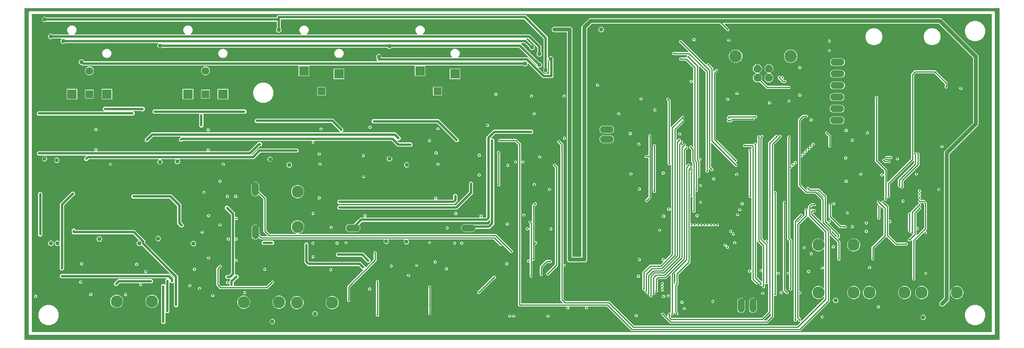
<source format=gbr>
G04 EAGLE Gerber RS-274X export*
G75*
%MOMM*%
%FSLAX34Y34*%
%LPD*%
%INBottom Copper*%
%IPPOS*%
%AMOC8*
5,1,8,0,0,1.08239X$1,22.5*%
G01*
%ADD10R,2.100000X2.100000*%
%ADD11R,1.700000X1.700000*%
%ADD12C,1.700000*%
%ADD13C,1.500000*%
%ADD14P,1.814519X8X202.500000*%
%ADD15C,2.700000*%
%ADD16C,2.628900*%
%ADD17C,0.450000*%
%ADD18C,0.960000*%
%ADD19C,0.508000*%
%ADD20C,0.254000*%
%ADD21C,0.500000*%
%ADD22C,0.812800*%

G36*
X2113020Y-13758D02*
X2113020Y-13758D01*
X2113039Y-13760D01*
X2113141Y-13738D01*
X2113243Y-13722D01*
X2113260Y-13712D01*
X2113280Y-13708D01*
X2113369Y-13655D01*
X2113460Y-13606D01*
X2113474Y-13592D01*
X2113491Y-13582D01*
X2113558Y-13503D01*
X2113630Y-13428D01*
X2113638Y-13410D01*
X2113651Y-13395D01*
X2113690Y-13299D01*
X2113733Y-13205D01*
X2113735Y-13185D01*
X2113743Y-13167D01*
X2113761Y-13000D01*
X2113761Y709000D01*
X2113758Y709020D01*
X2113760Y709039D01*
X2113738Y709141D01*
X2113722Y709243D01*
X2113712Y709260D01*
X2113708Y709280D01*
X2113655Y709369D01*
X2113606Y709460D01*
X2113592Y709474D01*
X2113582Y709491D01*
X2113503Y709558D01*
X2113428Y709630D01*
X2113410Y709638D01*
X2113395Y709651D01*
X2113299Y709690D01*
X2113205Y709733D01*
X2113185Y709735D01*
X2113167Y709743D01*
X2113000Y709761D01*
X-12000Y709761D01*
X-12020Y709758D01*
X-12039Y709760D01*
X-12141Y709738D01*
X-12243Y709722D01*
X-12260Y709712D01*
X-12280Y709708D01*
X-12369Y709655D01*
X-12460Y709606D01*
X-12474Y709592D01*
X-12491Y709582D01*
X-12558Y709503D01*
X-12630Y709428D01*
X-12638Y709410D01*
X-12651Y709395D01*
X-12690Y709299D01*
X-12733Y709205D01*
X-12735Y709185D01*
X-12743Y709167D01*
X-12761Y709000D01*
X-12761Y-13000D01*
X-12758Y-13020D01*
X-12760Y-13039D01*
X-12738Y-13141D01*
X-12722Y-13243D01*
X-12712Y-13260D01*
X-12708Y-13280D01*
X-12655Y-13369D01*
X-12606Y-13460D01*
X-12592Y-13474D01*
X-12582Y-13491D01*
X-12503Y-13558D01*
X-12428Y-13630D01*
X-12410Y-13638D01*
X-12395Y-13651D01*
X-12299Y-13690D01*
X-12205Y-13733D01*
X-12185Y-13735D01*
X-12167Y-13743D01*
X-12000Y-13761D01*
X2113000Y-13761D01*
X2113020Y-13758D01*
G37*
%LPC*%
G36*
X-1355Y-3271D02*
X-1355Y-3271D01*
X-3271Y-1355D01*
X-3271Y701355D01*
X-1355Y703271D01*
X2101355Y703271D01*
X2103271Y701355D01*
X2103271Y-1355D01*
X2101355Y-3271D01*
X-1355Y-3271D01*
G37*
%LPD*%
G36*
X2095988Y3274D02*
X2095988Y3274D01*
X2096007Y3272D01*
X2096109Y3294D01*
X2096211Y3310D01*
X2096228Y3320D01*
X2096248Y3324D01*
X2096337Y3377D01*
X2096428Y3426D01*
X2096442Y3440D01*
X2096459Y3450D01*
X2096526Y3529D01*
X2096598Y3604D01*
X2096606Y3622D01*
X2096619Y3637D01*
X2096658Y3733D01*
X2096701Y3827D01*
X2096703Y3847D01*
X2096711Y3865D01*
X2096729Y4032D01*
X2096729Y695968D01*
X2096726Y695988D01*
X2096728Y696007D01*
X2096706Y696109D01*
X2096690Y696211D01*
X2096680Y696228D01*
X2096676Y696248D01*
X2096623Y696337D01*
X2096574Y696428D01*
X2096560Y696442D01*
X2096550Y696459D01*
X2096471Y696526D01*
X2096396Y696598D01*
X2096378Y696606D01*
X2096363Y696619D01*
X2096267Y696658D01*
X2096173Y696701D01*
X2096153Y696703D01*
X2096135Y696711D01*
X2095968Y696729D01*
X4032Y696729D01*
X4012Y696726D01*
X3993Y696728D01*
X3891Y696706D01*
X3789Y696690D01*
X3772Y696680D01*
X3752Y696676D01*
X3663Y696623D01*
X3572Y696574D01*
X3558Y696560D01*
X3541Y696550D01*
X3474Y696471D01*
X3402Y696396D01*
X3394Y696378D01*
X3381Y696363D01*
X3342Y696267D01*
X3299Y696173D01*
X3297Y696153D01*
X3289Y696135D01*
X3271Y695968D01*
X3271Y4032D01*
X3274Y4012D01*
X3272Y3993D01*
X3294Y3891D01*
X3310Y3789D01*
X3320Y3772D01*
X3324Y3752D01*
X3377Y3663D01*
X3426Y3572D01*
X3440Y3558D01*
X3450Y3541D01*
X3529Y3474D01*
X3604Y3402D01*
X3622Y3394D01*
X3637Y3381D01*
X3733Y3342D01*
X3827Y3299D01*
X3847Y3297D01*
X3865Y3289D01*
X4032Y3271D01*
X2095968Y3271D01*
X2095988Y3274D01*
G37*
%LPC*%
G36*
X1117119Y557459D02*
X1117119Y557459D01*
X1086100Y588478D01*
X1086042Y588520D01*
X1085990Y588569D01*
X1085943Y588591D01*
X1085901Y588622D01*
X1085832Y588643D01*
X1085767Y588673D01*
X1085715Y588679D01*
X1085665Y588694D01*
X1085594Y588692D01*
X1085523Y588700D01*
X1085472Y588689D01*
X1085420Y588688D01*
X1085352Y588663D01*
X1085282Y588648D01*
X1085237Y588621D01*
X1085189Y588603D01*
X1085133Y588558D01*
X1085071Y588522D01*
X1085037Y588482D01*
X1084997Y588450D01*
X1084958Y588389D01*
X1084911Y588335D01*
X1084892Y588286D01*
X1084864Y588243D01*
X1084846Y588173D01*
X1084819Y588107D01*
X1084811Y588035D01*
X1084803Y588004D01*
X1084805Y587981D01*
X1084801Y587940D01*
X1084801Y587846D01*
X1083918Y585714D01*
X1082286Y584082D01*
X1080154Y583199D01*
X1077846Y583199D01*
X1075714Y584082D01*
X1075560Y584236D01*
X1075486Y584289D01*
X1075417Y584349D01*
X1075387Y584361D01*
X1075360Y584380D01*
X1075274Y584407D01*
X1075189Y584441D01*
X1075148Y584445D01*
X1075125Y584452D01*
X1075093Y584451D01*
X1075022Y584459D01*
X862162Y584459D01*
X862142Y584456D01*
X862123Y584458D01*
X862021Y584436D01*
X861919Y584420D01*
X861902Y584410D01*
X861882Y584406D01*
X861793Y584353D01*
X861702Y584304D01*
X861688Y584290D01*
X861671Y584280D01*
X861604Y584201D01*
X861532Y584126D01*
X861524Y584108D01*
X861511Y584093D01*
X861472Y583997D01*
X861429Y583903D01*
X861427Y583883D01*
X861419Y583865D01*
X861401Y583698D01*
X861401Y562085D01*
X860815Y561499D01*
X838985Y561499D01*
X838399Y562085D01*
X838399Y583698D01*
X838396Y583718D01*
X838398Y583737D01*
X838376Y583838D01*
X838360Y583941D01*
X838350Y583958D01*
X838346Y583978D01*
X838293Y584067D01*
X838244Y584158D01*
X838230Y584172D01*
X838220Y584189D01*
X838141Y584256D01*
X838066Y584328D01*
X838048Y584336D01*
X838033Y584349D01*
X837937Y584388D01*
X837843Y584431D01*
X837823Y584433D01*
X837805Y584441D01*
X837638Y584459D01*
X609162Y584459D01*
X609142Y584456D01*
X609123Y584458D01*
X609021Y584436D01*
X608919Y584420D01*
X608902Y584410D01*
X608882Y584406D01*
X608793Y584353D01*
X608702Y584304D01*
X608688Y584290D01*
X608671Y584280D01*
X608604Y584201D01*
X608532Y584126D01*
X608524Y584108D01*
X608511Y584093D01*
X608472Y583997D01*
X608429Y583903D01*
X608427Y583883D01*
X608419Y583865D01*
X608401Y583698D01*
X608401Y562085D01*
X607815Y561499D01*
X585985Y561499D01*
X585399Y562085D01*
X585399Y583698D01*
X585396Y583718D01*
X585398Y583737D01*
X585376Y583838D01*
X585360Y583941D01*
X585350Y583958D01*
X585346Y583978D01*
X585293Y584067D01*
X585244Y584158D01*
X585230Y584172D01*
X585220Y584189D01*
X585141Y584256D01*
X585066Y584328D01*
X585048Y584336D01*
X585033Y584349D01*
X584937Y584388D01*
X584843Y584431D01*
X584823Y584433D01*
X584805Y584441D01*
X584638Y584459D01*
X113119Y584459D01*
X111602Y585976D01*
X111528Y586029D01*
X111459Y586089D01*
X111429Y586101D01*
X111402Y586120D01*
X111315Y586147D01*
X111231Y586181D01*
X111190Y586185D01*
X111167Y586192D01*
X111135Y586191D01*
X111064Y586199D01*
X110846Y586199D01*
X108714Y587082D01*
X107082Y588714D01*
X106199Y590846D01*
X106199Y593154D01*
X107082Y595286D01*
X108714Y596918D01*
X110846Y597801D01*
X113154Y597801D01*
X115286Y596918D01*
X116918Y595286D01*
X117446Y594011D01*
X117508Y593911D01*
X117567Y593811D01*
X117572Y593807D01*
X117575Y593802D01*
X117666Y593727D01*
X117754Y593651D01*
X117760Y593649D01*
X117765Y593645D01*
X117873Y593603D01*
X117982Y593559D01*
X117990Y593558D01*
X117995Y593557D01*
X118013Y593556D01*
X118149Y593541D01*
X756200Y593541D01*
X756271Y593552D01*
X756342Y593554D01*
X756391Y593572D01*
X756443Y593580D01*
X756506Y593614D01*
X756573Y593639D01*
X756614Y593671D01*
X756660Y593696D01*
X756709Y593748D01*
X756765Y593792D01*
X756794Y593836D01*
X756829Y593874D01*
X756860Y593939D01*
X756898Y593999D01*
X756911Y594050D01*
X756933Y594097D01*
X756941Y594168D01*
X756958Y594238D01*
X756954Y594290D01*
X756960Y594341D01*
X756945Y594412D01*
X756939Y594483D01*
X756919Y594531D01*
X756908Y594582D01*
X756871Y594643D01*
X756843Y594709D01*
X756798Y594765D01*
X756782Y594793D01*
X756764Y594808D01*
X756738Y594840D01*
X755459Y596119D01*
X755459Y600022D01*
X755445Y600112D01*
X755437Y600203D01*
X755425Y600233D01*
X755420Y600265D01*
X755377Y600345D01*
X755341Y600429D01*
X755315Y600461D01*
X755304Y600482D01*
X755281Y600504D01*
X755236Y600560D01*
X755082Y600714D01*
X754199Y602846D01*
X754199Y605154D01*
X755082Y607286D01*
X756714Y608918D01*
X758846Y609801D01*
X761154Y609801D01*
X763286Y608918D01*
X764918Y607286D01*
X765801Y605154D01*
X765801Y603302D01*
X765804Y603282D01*
X765802Y603263D01*
X765824Y603161D01*
X765840Y603059D01*
X765850Y603042D01*
X765854Y603022D01*
X765907Y602933D01*
X765956Y602842D01*
X765970Y602828D01*
X765980Y602811D01*
X766059Y602744D01*
X766134Y602672D01*
X766152Y602664D01*
X766167Y602651D01*
X766263Y602612D01*
X766357Y602569D01*
X766377Y602567D01*
X766395Y602559D01*
X766562Y602541D01*
X918678Y602541D01*
X918749Y602552D01*
X918821Y602554D01*
X918870Y602572D01*
X918921Y602580D01*
X918984Y602614D01*
X919052Y602639D01*
X919092Y602671D01*
X919138Y602696D01*
X919188Y602748D01*
X919244Y602792D01*
X919272Y602836D01*
X919308Y602874D01*
X919338Y602939D01*
X919377Y602999D01*
X919389Y603050D01*
X919411Y603097D01*
X919419Y603168D01*
X919437Y603238D01*
X919433Y603290D01*
X919439Y603341D01*
X919423Y603412D01*
X919418Y603483D01*
X919397Y603531D01*
X919386Y603582D01*
X919349Y603643D01*
X919321Y603709D01*
X919277Y603765D01*
X919260Y603793D01*
X919242Y603808D01*
X919217Y603840D01*
X917622Y605435D01*
X916099Y609111D01*
X916099Y613089D01*
X917622Y616765D01*
X920435Y619578D01*
X924111Y621101D01*
X928089Y621101D01*
X931765Y619578D01*
X934578Y616765D01*
X936101Y613089D01*
X936101Y609111D01*
X934578Y605435D01*
X932983Y603840D01*
X932942Y603782D01*
X932892Y603730D01*
X932870Y603683D01*
X932840Y603641D01*
X932819Y603572D01*
X932789Y603507D01*
X932783Y603455D01*
X932768Y603405D01*
X932769Y603334D01*
X932761Y603263D01*
X932773Y603212D01*
X932774Y603160D01*
X932799Y603092D01*
X932814Y603022D01*
X932840Y602977D01*
X932858Y602929D01*
X932903Y602873D01*
X932940Y602811D01*
X932979Y602777D01*
X933012Y602737D01*
X933072Y602698D01*
X933127Y602651D01*
X933175Y602632D01*
X933219Y602604D01*
X933288Y602586D01*
X933355Y602559D01*
X933426Y602551D01*
X933457Y602543D01*
X933481Y602545D01*
X933522Y602541D01*
X1084881Y602541D01*
X1102900Y584522D01*
X1102958Y584480D01*
X1103010Y584431D01*
X1103057Y584409D01*
X1103099Y584378D01*
X1103168Y584357D01*
X1103233Y584327D01*
X1103285Y584321D01*
X1103335Y584306D01*
X1103406Y584308D01*
X1103477Y584300D01*
X1103528Y584311D01*
X1103580Y584312D01*
X1103648Y584337D01*
X1103718Y584352D01*
X1103763Y584379D01*
X1103811Y584397D01*
X1103867Y584442D01*
X1103929Y584478D01*
X1103963Y584518D01*
X1104003Y584550D01*
X1104042Y584611D01*
X1104089Y584665D01*
X1104108Y584714D01*
X1104136Y584757D01*
X1104154Y584827D01*
X1104181Y584893D01*
X1104189Y584965D01*
X1104197Y584996D01*
X1104196Y584999D01*
X1104197Y585000D01*
X1104195Y585021D01*
X1104199Y585060D01*
X1104199Y585064D01*
X1104185Y585154D01*
X1104177Y585245D01*
X1104165Y585275D01*
X1104160Y585307D01*
X1104117Y585387D01*
X1104081Y585471D01*
X1104055Y585503D01*
X1104044Y585524D01*
X1104021Y585546D01*
X1103976Y585602D01*
X1066342Y623236D01*
X1066268Y623289D01*
X1066199Y623349D01*
X1066169Y623361D01*
X1066142Y623380D01*
X1066055Y623407D01*
X1065971Y623441D01*
X1065930Y623445D01*
X1065907Y623452D01*
X1065875Y623451D01*
X1065804Y623459D01*
X787978Y623459D01*
X787888Y623445D01*
X787797Y623437D01*
X787767Y623425D01*
X787735Y623420D01*
X787655Y623377D01*
X787571Y623341D01*
X787539Y623315D01*
X787518Y623304D01*
X787496Y623281D01*
X787440Y623236D01*
X786286Y622082D01*
X784154Y621199D01*
X781846Y621199D01*
X779714Y622082D01*
X778560Y623236D01*
X778486Y623289D01*
X778417Y623349D01*
X778387Y623361D01*
X778360Y623380D01*
X778274Y623407D01*
X778189Y623441D01*
X778148Y623445D01*
X778125Y623452D01*
X778093Y623451D01*
X778022Y623459D01*
X286978Y623459D01*
X286888Y623445D01*
X286797Y623437D01*
X286767Y623425D01*
X286735Y623420D01*
X286655Y623377D01*
X286571Y623341D01*
X286539Y623315D01*
X286518Y623304D01*
X286496Y623281D01*
X286440Y623236D01*
X286286Y623082D01*
X284154Y622199D01*
X281846Y622199D01*
X279714Y623082D01*
X278082Y624714D01*
X277199Y626846D01*
X277199Y629154D01*
X278082Y631286D01*
X278956Y632160D01*
X278998Y632218D01*
X279047Y632270D01*
X279069Y632317D01*
X279100Y632359D01*
X279121Y632428D01*
X279151Y632493D01*
X279157Y632545D01*
X279172Y632595D01*
X279170Y632666D01*
X279178Y632737D01*
X279167Y632788D01*
X279166Y632840D01*
X279141Y632908D01*
X279126Y632978D01*
X279099Y633023D01*
X279081Y633071D01*
X279036Y633127D01*
X279000Y633189D01*
X278960Y633223D01*
X278928Y633263D01*
X278867Y633302D01*
X278813Y633349D01*
X278765Y633368D01*
X278721Y633396D01*
X278651Y633414D01*
X278585Y633441D01*
X278513Y633449D01*
X278482Y633457D01*
X278459Y633455D01*
X278418Y633459D01*
X75978Y633459D01*
X75888Y633445D01*
X75797Y633437D01*
X75767Y633425D01*
X75735Y633420D01*
X75655Y633377D01*
X75571Y633341D01*
X75539Y633315D01*
X75518Y633304D01*
X75496Y633281D01*
X75440Y633236D01*
X75286Y633082D01*
X73154Y632199D01*
X70846Y632199D01*
X68714Y633082D01*
X67082Y634714D01*
X66199Y636846D01*
X66199Y639154D01*
X67082Y641286D01*
X67956Y642160D01*
X67998Y642218D01*
X68047Y642270D01*
X68069Y642317D01*
X68100Y642359D01*
X68121Y642428D01*
X68151Y642493D01*
X68157Y642545D01*
X68172Y642595D01*
X68170Y642666D01*
X68178Y642737D01*
X68167Y642788D01*
X68166Y642840D01*
X68141Y642908D01*
X68126Y642978D01*
X68099Y643023D01*
X68081Y643071D01*
X68036Y643127D01*
X68000Y643189D01*
X67960Y643223D01*
X67928Y643263D01*
X67867Y643302D01*
X67813Y643349D01*
X67765Y643368D01*
X67721Y643396D01*
X67651Y643414D01*
X67585Y643441D01*
X67513Y643449D01*
X67482Y643457D01*
X67459Y643455D01*
X67418Y643459D01*
X48978Y643459D01*
X48888Y643445D01*
X48797Y643437D01*
X48767Y643425D01*
X48735Y643420D01*
X48655Y643377D01*
X48571Y643341D01*
X48539Y643315D01*
X48518Y643304D01*
X48496Y643281D01*
X48440Y643236D01*
X48286Y643082D01*
X46154Y642199D01*
X43846Y642199D01*
X41714Y643082D01*
X40082Y644714D01*
X39199Y646846D01*
X39199Y649154D01*
X40082Y651286D01*
X41714Y652918D01*
X43846Y653801D01*
X46154Y653801D01*
X48286Y652918D01*
X48440Y652764D01*
X48514Y652711D01*
X48583Y652651D01*
X48613Y652639D01*
X48640Y652620D01*
X48726Y652593D01*
X48811Y652559D01*
X48852Y652555D01*
X48875Y652548D01*
X48907Y652549D01*
X48978Y652541D01*
X84378Y652541D01*
X84449Y652552D01*
X84521Y652554D01*
X84570Y652572D01*
X84621Y652580D01*
X84684Y652614D01*
X84752Y652639D01*
X84792Y652671D01*
X84838Y652696D01*
X84888Y652748D01*
X84944Y652792D01*
X84972Y652836D01*
X85008Y652874D01*
X85038Y652939D01*
X85077Y652999D01*
X85089Y653050D01*
X85111Y653097D01*
X85119Y653168D01*
X85137Y653238D01*
X85133Y653290D01*
X85139Y653341D01*
X85123Y653412D01*
X85118Y653483D01*
X85097Y653531D01*
X85086Y653582D01*
X85049Y653643D01*
X85021Y653709D01*
X84977Y653765D01*
X84960Y653793D01*
X84942Y653808D01*
X84917Y653840D01*
X82422Y656335D01*
X80899Y660011D01*
X80899Y663989D01*
X82422Y667665D01*
X85235Y670478D01*
X88911Y672001D01*
X92889Y672001D01*
X96565Y670478D01*
X99378Y667665D01*
X100901Y663989D01*
X100901Y660011D01*
X99378Y656335D01*
X96883Y653840D01*
X96842Y653782D01*
X96792Y653730D01*
X96770Y653683D01*
X96740Y653641D01*
X96719Y653572D01*
X96689Y653507D01*
X96683Y653455D01*
X96668Y653405D01*
X96669Y653334D01*
X96661Y653263D01*
X96673Y653212D01*
X96674Y653160D01*
X96699Y653092D01*
X96714Y653022D01*
X96740Y652977D01*
X96758Y652929D01*
X96803Y652873D01*
X96840Y652811D01*
X96879Y652777D01*
X96912Y652737D01*
X96972Y652698D01*
X97027Y652651D01*
X97075Y652632D01*
X97119Y652604D01*
X97188Y652586D01*
X97255Y652559D01*
X97326Y652551D01*
X97357Y652543D01*
X97381Y652545D01*
X97422Y652541D01*
X337378Y652541D01*
X337449Y652552D01*
X337521Y652554D01*
X337570Y652572D01*
X337621Y652580D01*
X337684Y652614D01*
X337752Y652639D01*
X337792Y652671D01*
X337838Y652696D01*
X337888Y652748D01*
X337944Y652792D01*
X337972Y652836D01*
X338008Y652874D01*
X338038Y652939D01*
X338077Y652999D01*
X338089Y653050D01*
X338111Y653097D01*
X338119Y653168D01*
X338137Y653238D01*
X338133Y653290D01*
X338139Y653341D01*
X338123Y653412D01*
X338118Y653483D01*
X338097Y653531D01*
X338086Y653582D01*
X338049Y653643D01*
X338021Y653709D01*
X337977Y653765D01*
X337960Y653793D01*
X337942Y653808D01*
X337917Y653840D01*
X335422Y656335D01*
X333899Y660011D01*
X333899Y663989D01*
X335422Y667665D01*
X338235Y670478D01*
X341911Y672001D01*
X345889Y672001D01*
X349565Y670478D01*
X352378Y667665D01*
X353901Y663989D01*
X353901Y660011D01*
X352378Y656335D01*
X349883Y653840D01*
X349842Y653782D01*
X349792Y653730D01*
X349770Y653683D01*
X349740Y653641D01*
X349719Y653572D01*
X349689Y653507D01*
X349683Y653455D01*
X349668Y653405D01*
X349669Y653334D01*
X349661Y653263D01*
X349673Y653212D01*
X349674Y653160D01*
X349699Y653092D01*
X349714Y653022D01*
X349740Y652977D01*
X349758Y652929D01*
X349803Y652873D01*
X349840Y652811D01*
X349879Y652777D01*
X349912Y652737D01*
X349972Y652698D01*
X350027Y652651D01*
X350075Y652632D01*
X350119Y652604D01*
X350188Y652586D01*
X350255Y652559D01*
X350326Y652551D01*
X350357Y652543D01*
X350381Y652545D01*
X350422Y652541D01*
X590278Y652541D01*
X590349Y652552D01*
X590421Y652554D01*
X590470Y652572D01*
X590521Y652580D01*
X590584Y652614D01*
X590652Y652639D01*
X590692Y652671D01*
X590738Y652696D01*
X590788Y652748D01*
X590844Y652792D01*
X590872Y652836D01*
X590908Y652874D01*
X590938Y652939D01*
X590977Y652999D01*
X590989Y653050D01*
X591011Y653097D01*
X591019Y653168D01*
X591037Y653238D01*
X591033Y653290D01*
X591039Y653341D01*
X591023Y653412D01*
X591018Y653483D01*
X590997Y653531D01*
X590986Y653582D01*
X590949Y653643D01*
X590921Y653709D01*
X590877Y653765D01*
X590860Y653793D01*
X590842Y653808D01*
X590817Y653840D01*
X588422Y656235D01*
X586899Y659911D01*
X586899Y663889D01*
X588422Y667565D01*
X591235Y670378D01*
X594911Y671901D01*
X598889Y671901D01*
X602565Y670378D01*
X605378Y667565D01*
X606901Y663889D01*
X606901Y659911D01*
X605378Y656235D01*
X602983Y653840D01*
X602942Y653782D01*
X602892Y653730D01*
X602870Y653683D01*
X602840Y653641D01*
X602819Y653572D01*
X602789Y653507D01*
X602783Y653455D01*
X602768Y653405D01*
X602769Y653334D01*
X602761Y653263D01*
X602773Y653212D01*
X602774Y653160D01*
X602799Y653092D01*
X602814Y653022D01*
X602840Y652977D01*
X602858Y652929D01*
X602903Y652873D01*
X602940Y652811D01*
X602979Y652777D01*
X603012Y652737D01*
X603072Y652698D01*
X603127Y652651D01*
X603175Y652632D01*
X603219Y652604D01*
X603288Y652586D01*
X603355Y652559D01*
X603426Y652551D01*
X603457Y652543D01*
X603481Y652545D01*
X603522Y652541D01*
X843278Y652541D01*
X843349Y652552D01*
X843421Y652554D01*
X843470Y652572D01*
X843521Y652580D01*
X843584Y652614D01*
X843652Y652639D01*
X843692Y652671D01*
X843738Y652696D01*
X843788Y652748D01*
X843844Y652792D01*
X843872Y652836D01*
X843908Y652874D01*
X843938Y652939D01*
X843977Y652999D01*
X843989Y653050D01*
X844011Y653097D01*
X844019Y653168D01*
X844037Y653238D01*
X844033Y653290D01*
X844039Y653341D01*
X844023Y653412D01*
X844018Y653483D01*
X843997Y653531D01*
X843986Y653582D01*
X843949Y653643D01*
X843921Y653709D01*
X843877Y653765D01*
X843860Y653793D01*
X843842Y653808D01*
X843817Y653840D01*
X841422Y656235D01*
X839899Y659911D01*
X839899Y663889D01*
X841422Y667565D01*
X844235Y670378D01*
X847911Y671901D01*
X851889Y671901D01*
X855565Y670378D01*
X858378Y667565D01*
X859901Y663889D01*
X859901Y659911D01*
X858378Y656235D01*
X855983Y653840D01*
X855942Y653782D01*
X855892Y653730D01*
X855870Y653683D01*
X855840Y653641D01*
X855819Y653572D01*
X855789Y653507D01*
X855783Y653455D01*
X855768Y653405D01*
X855769Y653334D01*
X855761Y653263D01*
X855773Y653212D01*
X855774Y653160D01*
X855799Y653092D01*
X855814Y653022D01*
X855840Y652977D01*
X855858Y652929D01*
X855903Y652873D01*
X855940Y652811D01*
X855979Y652777D01*
X856012Y652737D01*
X856072Y652698D01*
X856127Y652651D01*
X856175Y652632D01*
X856219Y652604D01*
X856288Y652586D01*
X856355Y652559D01*
X856426Y652551D01*
X856457Y652543D01*
X856481Y652545D01*
X856522Y652541D01*
X1089881Y652541D01*
X1114541Y627881D01*
X1114541Y613978D01*
X1114555Y613888D01*
X1114563Y613797D01*
X1114575Y613767D01*
X1114580Y613735D01*
X1114623Y613655D01*
X1114659Y613571D01*
X1114685Y613539D01*
X1114696Y613518D01*
X1114719Y613496D01*
X1114764Y613440D01*
X1114918Y613286D01*
X1115801Y611154D01*
X1115801Y608846D01*
X1114918Y606714D01*
X1113286Y605082D01*
X1111154Y604199D01*
X1108846Y604199D01*
X1106714Y605082D01*
X1105082Y606714D01*
X1104199Y608846D01*
X1104199Y611154D01*
X1105082Y613286D01*
X1105236Y613440D01*
X1105289Y613514D01*
X1105349Y613583D01*
X1105361Y613613D01*
X1105380Y613640D01*
X1105407Y613726D01*
X1105441Y613811D01*
X1105445Y613852D01*
X1105452Y613875D01*
X1105451Y613907D01*
X1105459Y613978D01*
X1105459Y623804D01*
X1105445Y623894D01*
X1105437Y623985D01*
X1105425Y624015D01*
X1105420Y624047D01*
X1105377Y624127D01*
X1105341Y624211D01*
X1105315Y624243D01*
X1105304Y624264D01*
X1105281Y624286D01*
X1105236Y624342D01*
X1086342Y643236D01*
X1086268Y643289D01*
X1086199Y643349D01*
X1086169Y643361D01*
X1086142Y643380D01*
X1086055Y643407D01*
X1085971Y643441D01*
X1085930Y643445D01*
X1085907Y643452D01*
X1085875Y643451D01*
X1085804Y643459D01*
X1082800Y643459D01*
X1082729Y643448D01*
X1082658Y643446D01*
X1082609Y643428D01*
X1082557Y643420D01*
X1082494Y643386D01*
X1082427Y643361D01*
X1082386Y643329D01*
X1082340Y643304D01*
X1082291Y643252D01*
X1082235Y643208D01*
X1082206Y643164D01*
X1082171Y643126D01*
X1082140Y643061D01*
X1082102Y643001D01*
X1082089Y642950D01*
X1082067Y642903D01*
X1082059Y642832D01*
X1082042Y642762D01*
X1082046Y642710D01*
X1082040Y642659D01*
X1082055Y642588D01*
X1082061Y642517D01*
X1082081Y642469D01*
X1082092Y642418D01*
X1082129Y642357D01*
X1082157Y642291D01*
X1082202Y642235D01*
X1082218Y642207D01*
X1082236Y642192D01*
X1082262Y642160D01*
X1094398Y630024D01*
X1094472Y629971D01*
X1094541Y629911D01*
X1094571Y629899D01*
X1094598Y629880D01*
X1094685Y629853D01*
X1094769Y629819D01*
X1094810Y629815D01*
X1094833Y629808D01*
X1094865Y629809D01*
X1094936Y629801D01*
X1095154Y629801D01*
X1097286Y628918D01*
X1098918Y627286D01*
X1099801Y625154D01*
X1099801Y622846D01*
X1098918Y620714D01*
X1097286Y619082D01*
X1095154Y618199D01*
X1092846Y618199D01*
X1090714Y619082D01*
X1089082Y620714D01*
X1088199Y622846D01*
X1088199Y623064D01*
X1088185Y623154D01*
X1088177Y623245D01*
X1088165Y623275D01*
X1088160Y623307D01*
X1088117Y623387D01*
X1088081Y623471D01*
X1088055Y623503D01*
X1088044Y623524D01*
X1088021Y623546D01*
X1087976Y623602D01*
X1078342Y633236D01*
X1078268Y633289D01*
X1078199Y633349D01*
X1078169Y633361D01*
X1078142Y633380D01*
X1078055Y633407D01*
X1077971Y633441D01*
X1077930Y633445D01*
X1077907Y633452D01*
X1077875Y633451D01*
X1077804Y633459D01*
X1070800Y633459D01*
X1070729Y633448D01*
X1070658Y633446D01*
X1070609Y633428D01*
X1070557Y633420D01*
X1070494Y633386D01*
X1070427Y633361D01*
X1070386Y633329D01*
X1070340Y633304D01*
X1070291Y633252D01*
X1070235Y633208D01*
X1070206Y633164D01*
X1070171Y633126D01*
X1070140Y633061D01*
X1070102Y633001D01*
X1070089Y632950D01*
X1070067Y632903D01*
X1070059Y632832D01*
X1070042Y632762D01*
X1070046Y632710D01*
X1070040Y632659D01*
X1070055Y632588D01*
X1070061Y632517D01*
X1070081Y632469D01*
X1070092Y632418D01*
X1070129Y632357D01*
X1070157Y632291D01*
X1070202Y632235D01*
X1070218Y632207D01*
X1070236Y632192D01*
X1070262Y632160D01*
X1110398Y592024D01*
X1110472Y591971D01*
X1110541Y591911D01*
X1110571Y591899D01*
X1110598Y591880D01*
X1110685Y591853D01*
X1110769Y591819D01*
X1110810Y591815D01*
X1110833Y591808D01*
X1110865Y591809D01*
X1110936Y591801D01*
X1111154Y591801D01*
X1113286Y590918D01*
X1114918Y589286D01*
X1115801Y587154D01*
X1115801Y584846D01*
X1114918Y582714D01*
X1113286Y581082D01*
X1111154Y580199D01*
X1109060Y580199D01*
X1108989Y580188D01*
X1108918Y580186D01*
X1108869Y580168D01*
X1108817Y580160D01*
X1108754Y580126D01*
X1108687Y580101D01*
X1108646Y580069D01*
X1108600Y580044D01*
X1108551Y579992D01*
X1108495Y579948D01*
X1108466Y579904D01*
X1108431Y579866D01*
X1108400Y579801D01*
X1108362Y579741D01*
X1108349Y579690D01*
X1108327Y579643D01*
X1108319Y579572D01*
X1108302Y579502D01*
X1108306Y579450D01*
X1108300Y579399D01*
X1108315Y579328D01*
X1108321Y579257D01*
X1108341Y579209D01*
X1108352Y579158D01*
X1108389Y579097D01*
X1108417Y579031D01*
X1108462Y578975D01*
X1108478Y578947D01*
X1108496Y578932D01*
X1108522Y578900D01*
X1120658Y566764D01*
X1120732Y566711D01*
X1120801Y566651D01*
X1120831Y566639D01*
X1120858Y566620D01*
X1120945Y566593D01*
X1121029Y566559D01*
X1121070Y566555D01*
X1121093Y566548D01*
X1121125Y566549D01*
X1121196Y566541D01*
X1130698Y566541D01*
X1130718Y566544D01*
X1130737Y566542D01*
X1130839Y566564D01*
X1130941Y566580D01*
X1130958Y566590D01*
X1130978Y566594D01*
X1131067Y566647D01*
X1131158Y566696D01*
X1131172Y566710D01*
X1131189Y566720D01*
X1131256Y566799D01*
X1131328Y566874D01*
X1131336Y566892D01*
X1131349Y566907D01*
X1131388Y567003D01*
X1131431Y567097D01*
X1131433Y567117D01*
X1131441Y567135D01*
X1131459Y567302D01*
X1131459Y594022D01*
X1131445Y594112D01*
X1131437Y594203D01*
X1131425Y594233D01*
X1131420Y594265D01*
X1131377Y594345D01*
X1131341Y594429D01*
X1131315Y594461D01*
X1131304Y594482D01*
X1131281Y594504D01*
X1131236Y594560D01*
X1130082Y595714D01*
X1130005Y595900D01*
X1129954Y595983D01*
X1129908Y596069D01*
X1129890Y596087D01*
X1129876Y596109D01*
X1129801Y596171D01*
X1129730Y596238D01*
X1129706Y596249D01*
X1129686Y596266D01*
X1129595Y596301D01*
X1129507Y596342D01*
X1129481Y596345D01*
X1129457Y596354D01*
X1129359Y596358D01*
X1129263Y596369D01*
X1129237Y596364D01*
X1129211Y596365D01*
X1129117Y596338D01*
X1129022Y596317D01*
X1129000Y596304D01*
X1128975Y596296D01*
X1128895Y596241D01*
X1128811Y596191D01*
X1128794Y596171D01*
X1128773Y596156D01*
X1128714Y596078D01*
X1128651Y596004D01*
X1128641Y595980D01*
X1128626Y595959D01*
X1128596Y595866D01*
X1128559Y595776D01*
X1128556Y595743D01*
X1128550Y595725D01*
X1128550Y595692D01*
X1128541Y595609D01*
X1128541Y577978D01*
X1128555Y577888D01*
X1128563Y577797D01*
X1128575Y577767D01*
X1128580Y577735D01*
X1128623Y577655D01*
X1128659Y577571D01*
X1128685Y577539D01*
X1128696Y577518D01*
X1128719Y577496D01*
X1128764Y577440D01*
X1128918Y577286D01*
X1129801Y575154D01*
X1129801Y572846D01*
X1128918Y570714D01*
X1127286Y569082D01*
X1125154Y568199D01*
X1122846Y568199D01*
X1120714Y569082D01*
X1119082Y570714D01*
X1118199Y572846D01*
X1118199Y575154D01*
X1119082Y577286D01*
X1119236Y577440D01*
X1119289Y577514D01*
X1119349Y577583D01*
X1119361Y577613D01*
X1119380Y577640D01*
X1119407Y577726D01*
X1119441Y577811D01*
X1119445Y577852D01*
X1119452Y577875D01*
X1119451Y577907D01*
X1119459Y577978D01*
X1119459Y642804D01*
X1119445Y642894D01*
X1119437Y642985D01*
X1119425Y643015D01*
X1119420Y643047D01*
X1119377Y643127D01*
X1119341Y643211D01*
X1119315Y643243D01*
X1119304Y643264D01*
X1119281Y643286D01*
X1119236Y643342D01*
X1077342Y685236D01*
X1077268Y685289D01*
X1077199Y685349D01*
X1077169Y685361D01*
X1077142Y685380D01*
X1077055Y685407D01*
X1076971Y685441D01*
X1076930Y685445D01*
X1076907Y685452D01*
X1076875Y685451D01*
X1076804Y685459D01*
X547302Y685459D01*
X547282Y685456D01*
X547263Y685458D01*
X547161Y685436D01*
X547059Y685420D01*
X547042Y685410D01*
X547022Y685406D01*
X546933Y685353D01*
X546842Y685304D01*
X546828Y685290D01*
X546811Y685280D01*
X546744Y685201D01*
X546672Y685126D01*
X546664Y685108D01*
X546651Y685093D01*
X546612Y684997D01*
X546569Y684903D01*
X546567Y684883D01*
X546559Y684865D01*
X546541Y684698D01*
X546541Y665978D01*
X546555Y665888D01*
X546563Y665797D01*
X546575Y665767D01*
X546580Y665735D01*
X546623Y665655D01*
X546659Y665571D01*
X546685Y665539D01*
X546696Y665518D01*
X546719Y665496D01*
X546764Y665440D01*
X546918Y665286D01*
X547801Y663154D01*
X547801Y660846D01*
X546918Y658714D01*
X545286Y657082D01*
X543154Y656199D01*
X540846Y656199D01*
X538714Y657082D01*
X537082Y658714D01*
X536199Y660846D01*
X536199Y663154D01*
X537082Y665286D01*
X537236Y665440D01*
X537289Y665514D01*
X537349Y665583D01*
X537361Y665613D01*
X537380Y665640D01*
X537407Y665726D01*
X537441Y665811D01*
X537445Y665852D01*
X537452Y665875D01*
X537451Y665907D01*
X537459Y665978D01*
X537459Y679698D01*
X537456Y679718D01*
X537458Y679737D01*
X537436Y679839D01*
X537420Y679941D01*
X537410Y679958D01*
X537406Y679978D01*
X537353Y680067D01*
X537304Y680158D01*
X537290Y680172D01*
X537280Y680189D01*
X537201Y680256D01*
X537126Y680328D01*
X537108Y680336D01*
X537093Y680349D01*
X536997Y680388D01*
X536903Y680431D01*
X536883Y680433D01*
X536865Y680441D01*
X536698Y680459D01*
X34978Y680459D01*
X34888Y680445D01*
X34797Y680437D01*
X34767Y680425D01*
X34735Y680420D01*
X34655Y680377D01*
X34571Y680341D01*
X34538Y680315D01*
X34518Y680304D01*
X34496Y680281D01*
X34440Y680236D01*
X34286Y680082D01*
X32154Y679199D01*
X29846Y679199D01*
X27714Y680082D01*
X26082Y681714D01*
X25199Y683846D01*
X25199Y686154D01*
X26082Y688286D01*
X27714Y689918D01*
X29846Y690801D01*
X32154Y690801D01*
X34286Y689918D01*
X34440Y689764D01*
X34514Y689711D01*
X34583Y689651D01*
X34613Y689639D01*
X34639Y689620D01*
X34727Y689593D01*
X34811Y689559D01*
X34852Y689555D01*
X34875Y689548D01*
X34907Y689549D01*
X34978Y689541D01*
X536698Y689541D01*
X536718Y689544D01*
X536737Y689542D01*
X536839Y689564D01*
X536941Y689580D01*
X536958Y689590D01*
X536978Y689594D01*
X537067Y689647D01*
X537158Y689696D01*
X537172Y689710D01*
X537189Y689720D01*
X537256Y689799D01*
X537328Y689874D01*
X537336Y689892D01*
X537349Y689907D01*
X537388Y690003D01*
X537431Y690097D01*
X537433Y690117D01*
X537441Y690135D01*
X537459Y690302D01*
X537459Y691881D01*
X540119Y694541D01*
X1080881Y694541D01*
X1128541Y646881D01*
X1128541Y602391D01*
X1128556Y602295D01*
X1128566Y602198D01*
X1128576Y602174D01*
X1128580Y602148D01*
X1128626Y602062D01*
X1128666Y601973D01*
X1128683Y601954D01*
X1128696Y601931D01*
X1128766Y601864D01*
X1128832Y601792D01*
X1128855Y601780D01*
X1128874Y601762D01*
X1128962Y601720D01*
X1129048Y601674D01*
X1129073Y601669D01*
X1129097Y601658D01*
X1129194Y601647D01*
X1129290Y601630D01*
X1129316Y601634D01*
X1129341Y601631D01*
X1129437Y601651D01*
X1129533Y601666D01*
X1129556Y601677D01*
X1129582Y601683D01*
X1129665Y601733D01*
X1129752Y601777D01*
X1129771Y601796D01*
X1129793Y601809D01*
X1129856Y601883D01*
X1129924Y601953D01*
X1129940Y601981D01*
X1129953Y601996D01*
X1129965Y602027D01*
X1130005Y602100D01*
X1130082Y602286D01*
X1131714Y603918D01*
X1133846Y604801D01*
X1136154Y604801D01*
X1138286Y603918D01*
X1139918Y602286D01*
X1140801Y600154D01*
X1140801Y597846D01*
X1140599Y597358D01*
X1140584Y597295D01*
X1140559Y597234D01*
X1140550Y597151D01*
X1140543Y597119D01*
X1140544Y597100D01*
X1140541Y597067D01*
X1140541Y560119D01*
X1137881Y557459D01*
X1117119Y557459D01*
G37*
%LPD*%
%LPC*%
G36*
X1394645Y21729D02*
X1394645Y21729D01*
X1375729Y40645D01*
X1375729Y43355D01*
X1377645Y45271D01*
X1380355Y45271D01*
X1388041Y37585D01*
X1388099Y37543D01*
X1388151Y37493D01*
X1388198Y37471D01*
X1388241Y37441D01*
X1388309Y37420D01*
X1388374Y37390D01*
X1388426Y37384D01*
X1388476Y37369D01*
X1388547Y37371D01*
X1388619Y37363D01*
X1388670Y37374D01*
X1388722Y37375D01*
X1388789Y37400D01*
X1388859Y37415D01*
X1388904Y37442D01*
X1388953Y37459D01*
X1389009Y37504D01*
X1389070Y37541D01*
X1389104Y37581D01*
X1389145Y37613D01*
X1389183Y37673D01*
X1389230Y37728D01*
X1389250Y37776D01*
X1389278Y37820D01*
X1389295Y37890D01*
X1389322Y37956D01*
X1389330Y38027D01*
X1389338Y38059D01*
X1389336Y38082D01*
X1389340Y38123D01*
X1389340Y42966D01*
X1391645Y45271D01*
X1394355Y45271D01*
X1394929Y44697D01*
X1394987Y44655D01*
X1395039Y44605D01*
X1395086Y44583D01*
X1395129Y44553D01*
X1395197Y44532D01*
X1395262Y44502D01*
X1395314Y44496D01*
X1395364Y44481D01*
X1395435Y44483D01*
X1395507Y44475D01*
X1395557Y44486D01*
X1395610Y44487D01*
X1395677Y44512D01*
X1395747Y44527D01*
X1395792Y44554D01*
X1395841Y44572D01*
X1395897Y44616D01*
X1395958Y44653D01*
X1395992Y44693D01*
X1396033Y44725D01*
X1396071Y44786D01*
X1396118Y44840D01*
X1396137Y44888D01*
X1396166Y44932D01*
X1396183Y45002D01*
X1396210Y45068D01*
X1396218Y45139D01*
X1396226Y45171D01*
X1396224Y45194D01*
X1396228Y45235D01*
X1396228Y126765D01*
X1396217Y126836D01*
X1396215Y126908D01*
X1396197Y126956D01*
X1396189Y127008D01*
X1396155Y127071D01*
X1396130Y127139D01*
X1396098Y127179D01*
X1396074Y127225D01*
X1396022Y127275D01*
X1395977Y127331D01*
X1395933Y127359D01*
X1395895Y127395D01*
X1395830Y127425D01*
X1395770Y127464D01*
X1395719Y127476D01*
X1395672Y127498D01*
X1395601Y127506D01*
X1395531Y127524D01*
X1395479Y127520D01*
X1395428Y127525D01*
X1395358Y127510D01*
X1395286Y127504D01*
X1395238Y127484D01*
X1395187Y127473D01*
X1395126Y127436D01*
X1395060Y127408D01*
X1395004Y127363D01*
X1394976Y127347D01*
X1394961Y127329D01*
X1394929Y127303D01*
X1386355Y118729D01*
X1370670Y118729D01*
X1370580Y118715D01*
X1370489Y118707D01*
X1370459Y118695D01*
X1370427Y118690D01*
X1370347Y118647D01*
X1370263Y118611D01*
X1370231Y118585D01*
X1370210Y118574D01*
X1370188Y118551D01*
X1370132Y118506D01*
X1368494Y116868D01*
X1368441Y116794D01*
X1368381Y116725D01*
X1368369Y116695D01*
X1368350Y116668D01*
X1368323Y116581D01*
X1368289Y116497D01*
X1368285Y116456D01*
X1368278Y116433D01*
X1368279Y116401D01*
X1368271Y116330D01*
X1368271Y91645D01*
X1366355Y89729D01*
X1363645Y89729D01*
X1363570Y89804D01*
X1363512Y89846D01*
X1363460Y89895D01*
X1363413Y89917D01*
X1363371Y89948D01*
X1363302Y89969D01*
X1363237Y89999D01*
X1363185Y90005D01*
X1363135Y90020D01*
X1363064Y90018D01*
X1362993Y90026D01*
X1362942Y90015D01*
X1362890Y90014D01*
X1362822Y89989D01*
X1362752Y89974D01*
X1362707Y89947D01*
X1362659Y89929D01*
X1362603Y89885D01*
X1362541Y89848D01*
X1362507Y89808D01*
X1362467Y89776D01*
X1362428Y89715D01*
X1362381Y89661D01*
X1362362Y89612D01*
X1362334Y89569D01*
X1362316Y89499D01*
X1362289Y89433D01*
X1362281Y89361D01*
X1362273Y89330D01*
X1362275Y89307D01*
X1362271Y89266D01*
X1362271Y85645D01*
X1360355Y83729D01*
X1357645Y83729D01*
X1357570Y83804D01*
X1357512Y83846D01*
X1357460Y83895D01*
X1357413Y83917D01*
X1357371Y83948D01*
X1357302Y83969D01*
X1357237Y83999D01*
X1357185Y84005D01*
X1357135Y84020D01*
X1357064Y84018D01*
X1356993Y84026D01*
X1356942Y84015D01*
X1356890Y84014D01*
X1356822Y83989D01*
X1356752Y83974D01*
X1356707Y83947D01*
X1356659Y83929D01*
X1356603Y83885D01*
X1356541Y83848D01*
X1356507Y83808D01*
X1356467Y83776D01*
X1356428Y83715D01*
X1356381Y83661D01*
X1356362Y83612D01*
X1356334Y83569D01*
X1356316Y83499D01*
X1356289Y83433D01*
X1356281Y83361D01*
X1356273Y83330D01*
X1356275Y83307D01*
X1356271Y83266D01*
X1356271Y80645D01*
X1354355Y78729D01*
X1351645Y78729D01*
X1349729Y80645D01*
X1349729Y82968D01*
X1349726Y82988D01*
X1349728Y83007D01*
X1349706Y83109D01*
X1349690Y83211D01*
X1349680Y83228D01*
X1349676Y83248D01*
X1349623Y83337D01*
X1349574Y83428D01*
X1349560Y83442D01*
X1349550Y83459D01*
X1349471Y83526D01*
X1349396Y83598D01*
X1349378Y83606D01*
X1349363Y83619D01*
X1349267Y83658D01*
X1349173Y83701D01*
X1349153Y83703D01*
X1349135Y83711D01*
X1348968Y83729D01*
X1346645Y83729D01*
X1344729Y85645D01*
X1344729Y87968D01*
X1344726Y87988D01*
X1344728Y88007D01*
X1344706Y88109D01*
X1344690Y88211D01*
X1344680Y88228D01*
X1344676Y88248D01*
X1344623Y88337D01*
X1344574Y88428D01*
X1344560Y88442D01*
X1344550Y88459D01*
X1344471Y88526D01*
X1344396Y88598D01*
X1344378Y88606D01*
X1344363Y88619D01*
X1344267Y88658D01*
X1344173Y88701D01*
X1344153Y88703D01*
X1344135Y88711D01*
X1343968Y88729D01*
X1341645Y88729D01*
X1339729Y90645D01*
X1339729Y92968D01*
X1339726Y92988D01*
X1339728Y93007D01*
X1339706Y93109D01*
X1339690Y93211D01*
X1339680Y93228D01*
X1339676Y93248D01*
X1339623Y93337D01*
X1339574Y93428D01*
X1339560Y93442D01*
X1339550Y93459D01*
X1339471Y93526D01*
X1339396Y93598D01*
X1339378Y93606D01*
X1339363Y93619D01*
X1339267Y93658D01*
X1339173Y93701D01*
X1339153Y93703D01*
X1339135Y93711D01*
X1338968Y93729D01*
X1336645Y93729D01*
X1334729Y95645D01*
X1334729Y134355D01*
X1350645Y150271D01*
X1373330Y150271D01*
X1373420Y150285D01*
X1373511Y150293D01*
X1373541Y150305D01*
X1373573Y150310D01*
X1373653Y150353D01*
X1373737Y150389D01*
X1373769Y150415D01*
X1373790Y150426D01*
X1373812Y150449D01*
X1373868Y150494D01*
X1379824Y156450D01*
X1379866Y156508D01*
X1379915Y156560D01*
X1379937Y156607D01*
X1379968Y156649D01*
X1379989Y156718D01*
X1380019Y156783D01*
X1380025Y156835D01*
X1380040Y156885D01*
X1380038Y156956D01*
X1380046Y157027D01*
X1380035Y157078D01*
X1380034Y157130D01*
X1380009Y157198D01*
X1379994Y157268D01*
X1379967Y157313D01*
X1379949Y157361D01*
X1379904Y157417D01*
X1379868Y157479D01*
X1379828Y157513D01*
X1379796Y157553D01*
X1379735Y157592D01*
X1379681Y157639D01*
X1379632Y157658D01*
X1379589Y157686D01*
X1379519Y157704D01*
X1379453Y157731D01*
X1379381Y157739D01*
X1379350Y157747D01*
X1379327Y157745D01*
X1379286Y157749D01*
X1378653Y157749D01*
X1376749Y159653D01*
X1376749Y162347D01*
X1378653Y164251D01*
X1381347Y164251D01*
X1383251Y162347D01*
X1383251Y161714D01*
X1383262Y161643D01*
X1383264Y161572D01*
X1383282Y161523D01*
X1383290Y161471D01*
X1383324Y161408D01*
X1383349Y161341D01*
X1383381Y161300D01*
X1383406Y161254D01*
X1383458Y161205D01*
X1383502Y161149D01*
X1383546Y161120D01*
X1383584Y161085D01*
X1383649Y161054D01*
X1383709Y161016D01*
X1383760Y161003D01*
X1383807Y160981D01*
X1383878Y160973D01*
X1383948Y160956D01*
X1384000Y160960D01*
X1384051Y160954D01*
X1384122Y160969D01*
X1384193Y160975D01*
X1384241Y160995D01*
X1384292Y161006D01*
X1384353Y161043D01*
X1384419Y161071D01*
X1384475Y161116D01*
X1384503Y161132D01*
X1384518Y161150D01*
X1384550Y161176D01*
X1396506Y173132D01*
X1396559Y173206D01*
X1396619Y173275D01*
X1396631Y173305D01*
X1396650Y173332D01*
X1396677Y173419D01*
X1396711Y173503D01*
X1396715Y173544D01*
X1396722Y173567D01*
X1396721Y173599D01*
X1396729Y173670D01*
X1396729Y269294D01*
X1396718Y269365D01*
X1396716Y269437D01*
X1396698Y269486D01*
X1396690Y269537D01*
X1396656Y269600D01*
X1396631Y269668D01*
X1396599Y269708D01*
X1396574Y269754D01*
X1396522Y269804D01*
X1396478Y269860D01*
X1396434Y269888D01*
X1396396Y269924D01*
X1396331Y269954D01*
X1396271Y269993D01*
X1396220Y270005D01*
X1396173Y270027D01*
X1396102Y270035D01*
X1396032Y270053D01*
X1395980Y270049D01*
X1395929Y270054D01*
X1395858Y270039D01*
X1395787Y270034D01*
X1395739Y270013D01*
X1395688Y270002D01*
X1395627Y269965D01*
X1395561Y269937D01*
X1395505Y269893D01*
X1395477Y269876D01*
X1395462Y269858D01*
X1395430Y269833D01*
X1393347Y267749D01*
X1390653Y267749D01*
X1388749Y269653D01*
X1388749Y272347D01*
X1390653Y274251D01*
X1393347Y274251D01*
X1395430Y272167D01*
X1395488Y272126D01*
X1395540Y272076D01*
X1395587Y272054D01*
X1395629Y272024D01*
X1395698Y272003D01*
X1395763Y271973D01*
X1395815Y271967D01*
X1395865Y271952D01*
X1395936Y271953D01*
X1396007Y271946D01*
X1396058Y271957D01*
X1396110Y271958D01*
X1396178Y271983D01*
X1396248Y271998D01*
X1396293Y272025D01*
X1396341Y272042D01*
X1396397Y272087D01*
X1396459Y272124D01*
X1396493Y272164D01*
X1396533Y272196D01*
X1396572Y272256D01*
X1396619Y272311D01*
X1396638Y272359D01*
X1396666Y272403D01*
X1396684Y272472D01*
X1396711Y272539D01*
X1396719Y272610D01*
X1396727Y272642D01*
X1396725Y272665D01*
X1396729Y272706D01*
X1396729Y367266D01*
X1396718Y367337D01*
X1396716Y367408D01*
X1396698Y367457D01*
X1396690Y367509D01*
X1396656Y367572D01*
X1396631Y367639D01*
X1396599Y367680D01*
X1396574Y367726D01*
X1396522Y367775D01*
X1396478Y367831D01*
X1396434Y367860D01*
X1396396Y367895D01*
X1396331Y367926D01*
X1396271Y367964D01*
X1396220Y367977D01*
X1396173Y367999D01*
X1396102Y368007D01*
X1396032Y368024D01*
X1395980Y368020D01*
X1395929Y368026D01*
X1395858Y368011D01*
X1395787Y368005D01*
X1395739Y367985D01*
X1395688Y367974D01*
X1395627Y367937D01*
X1395561Y367909D01*
X1395505Y367864D01*
X1395477Y367848D01*
X1395462Y367830D01*
X1395430Y367804D01*
X1394355Y366729D01*
X1391645Y366729D01*
X1389729Y368645D01*
X1389729Y506330D01*
X1389715Y506420D01*
X1389707Y506511D01*
X1389695Y506541D01*
X1389690Y506573D01*
X1389647Y506653D01*
X1389611Y506737D01*
X1389585Y506769D01*
X1389574Y506790D01*
X1389551Y506812D01*
X1389506Y506868D01*
X1386729Y509645D01*
X1386729Y512355D01*
X1388645Y514271D01*
X1391355Y514271D01*
X1396271Y509355D01*
X1396271Y451734D01*
X1396282Y451663D01*
X1396284Y451592D01*
X1396302Y451543D01*
X1396310Y451491D01*
X1396344Y451428D01*
X1396369Y451361D01*
X1396401Y451320D01*
X1396426Y451274D01*
X1396478Y451225D01*
X1396522Y451169D01*
X1396566Y451140D01*
X1396604Y451105D01*
X1396669Y451074D01*
X1396729Y451036D01*
X1396780Y451023D01*
X1396827Y451001D01*
X1396898Y450993D01*
X1396968Y450976D01*
X1397020Y450980D01*
X1397071Y450974D01*
X1397142Y450989D01*
X1397213Y450995D01*
X1397261Y451015D01*
X1397312Y451026D01*
X1397373Y451063D01*
X1397439Y451091D01*
X1397495Y451136D01*
X1397523Y451152D01*
X1397538Y451170D01*
X1397570Y451196D01*
X1421645Y475271D01*
X1424355Y475271D01*
X1426271Y473355D01*
X1426271Y470645D01*
X1423196Y467570D01*
X1423154Y467512D01*
X1423105Y467460D01*
X1423083Y467413D01*
X1423052Y467371D01*
X1423031Y467302D01*
X1423001Y467237D01*
X1422995Y467185D01*
X1422980Y467135D01*
X1422982Y467064D01*
X1422974Y466993D01*
X1422985Y466942D01*
X1422986Y466890D01*
X1423011Y466822D01*
X1423026Y466752D01*
X1423053Y466707D01*
X1423071Y466659D01*
X1423116Y466603D01*
X1423152Y466541D01*
X1423192Y466507D01*
X1423224Y466467D01*
X1423285Y466428D01*
X1423339Y466381D01*
X1423388Y466362D01*
X1423431Y466334D01*
X1423501Y466316D01*
X1423567Y466289D01*
X1423639Y466281D01*
X1423670Y466273D01*
X1423693Y466275D01*
X1423734Y466271D01*
X1424355Y466271D01*
X1426271Y464355D01*
X1426271Y461645D01*
X1408974Y444348D01*
X1408921Y444274D01*
X1408861Y444205D01*
X1408849Y444175D01*
X1408830Y444148D01*
X1408803Y444062D01*
X1408769Y443977D01*
X1408765Y443936D01*
X1408758Y443913D01*
X1408759Y443881D01*
X1408751Y443810D01*
X1408751Y422214D01*
X1408762Y422143D01*
X1408764Y422072D01*
X1408782Y422023D01*
X1408790Y421971D01*
X1408824Y421908D01*
X1408849Y421841D01*
X1408881Y421800D01*
X1408906Y421754D01*
X1408958Y421705D01*
X1409002Y421649D01*
X1409046Y421620D01*
X1409084Y421585D01*
X1409149Y421554D01*
X1409209Y421516D01*
X1409260Y421503D01*
X1409307Y421481D01*
X1409378Y421473D01*
X1409448Y421456D01*
X1409500Y421460D01*
X1409551Y421454D01*
X1409622Y421469D01*
X1409693Y421475D01*
X1409741Y421495D01*
X1409792Y421506D01*
X1409853Y421543D01*
X1409919Y421571D01*
X1409975Y421616D01*
X1410003Y421632D01*
X1410018Y421650D01*
X1410050Y421676D01*
X1413645Y425271D01*
X1416355Y425271D01*
X1418271Y423355D01*
X1418271Y421032D01*
X1418274Y421012D01*
X1418272Y420993D01*
X1418294Y420891D01*
X1418310Y420789D01*
X1418320Y420772D01*
X1418324Y420752D01*
X1418377Y420663D01*
X1418426Y420572D01*
X1418440Y420558D01*
X1418450Y420541D01*
X1418529Y420474D01*
X1418604Y420402D01*
X1418622Y420394D01*
X1418637Y420381D01*
X1418733Y420342D01*
X1418827Y420299D01*
X1418847Y420297D01*
X1418865Y420289D01*
X1419032Y420271D01*
X1421355Y420271D01*
X1423271Y418355D01*
X1423271Y415645D01*
X1419454Y411828D01*
X1419401Y411754D01*
X1419341Y411685D01*
X1419329Y411655D01*
X1419310Y411628D01*
X1419283Y411541D01*
X1419249Y411457D01*
X1419245Y411416D01*
X1419238Y411393D01*
X1419239Y411361D01*
X1419231Y411290D01*
X1419231Y410694D01*
X1419242Y410623D01*
X1419244Y410552D01*
X1419262Y410503D01*
X1419270Y410451D01*
X1419304Y410388D01*
X1419329Y410321D01*
X1419361Y410280D01*
X1419386Y410234D01*
X1419438Y410185D01*
X1419482Y410129D01*
X1419526Y410100D01*
X1419564Y410065D01*
X1419629Y410034D01*
X1419689Y409996D01*
X1419740Y409983D01*
X1419787Y409961D01*
X1419858Y409953D01*
X1419928Y409936D01*
X1419980Y409940D01*
X1420031Y409934D01*
X1420102Y409949D01*
X1420173Y409955D01*
X1420221Y409975D01*
X1420272Y409986D01*
X1420333Y410023D01*
X1420399Y410051D01*
X1420455Y410096D01*
X1420483Y410112D01*
X1420498Y410130D01*
X1420530Y410156D01*
X1424645Y414271D01*
X1427355Y414271D01*
X1429271Y412355D01*
X1429271Y409645D01*
X1429196Y409570D01*
X1429154Y409512D01*
X1429105Y409460D01*
X1429083Y409413D01*
X1429052Y409371D01*
X1429031Y409302D01*
X1429001Y409237D01*
X1428995Y409185D01*
X1428980Y409135D01*
X1428982Y409064D01*
X1428974Y408993D01*
X1428985Y408942D01*
X1428986Y408890D01*
X1429011Y408822D01*
X1429026Y408752D01*
X1429053Y408707D01*
X1429071Y408659D01*
X1429115Y408603D01*
X1429152Y408541D01*
X1429192Y408507D01*
X1429224Y408467D01*
X1429285Y408428D01*
X1429339Y408381D01*
X1429388Y408362D01*
X1429431Y408334D01*
X1429501Y408316D01*
X1429567Y408289D01*
X1429639Y408281D01*
X1429670Y408273D01*
X1429693Y408275D01*
X1429734Y408271D01*
X1432355Y408271D01*
X1434271Y406355D01*
X1434271Y403645D01*
X1429494Y398868D01*
X1429441Y398794D01*
X1429381Y398725D01*
X1429369Y398695D01*
X1429350Y398668D01*
X1429323Y398581D01*
X1429289Y398497D01*
X1429285Y398456D01*
X1429278Y398433D01*
X1429279Y398401D01*
X1429271Y398330D01*
X1429271Y367734D01*
X1429282Y367663D01*
X1429284Y367592D01*
X1429302Y367543D01*
X1429310Y367491D01*
X1429344Y367428D01*
X1429369Y367361D01*
X1429401Y367320D01*
X1429426Y367274D01*
X1429478Y367225D01*
X1429522Y367169D01*
X1429566Y367140D01*
X1429604Y367105D01*
X1429669Y367074D01*
X1429729Y367036D01*
X1429780Y367023D01*
X1429827Y367001D01*
X1429898Y366993D01*
X1429968Y366976D01*
X1430020Y366980D01*
X1430071Y366974D01*
X1430142Y366989D01*
X1430213Y366995D01*
X1430261Y367015D01*
X1430312Y367026D01*
X1430373Y367063D01*
X1430439Y367091D01*
X1430495Y367136D01*
X1430523Y367152D01*
X1430538Y367170D01*
X1430570Y367196D01*
X1433645Y370271D01*
X1436355Y370271D01*
X1438271Y368355D01*
X1438271Y366032D01*
X1438274Y366012D01*
X1438272Y365993D01*
X1438294Y365891D01*
X1438310Y365789D01*
X1438320Y365772D01*
X1438324Y365752D01*
X1438377Y365663D01*
X1438426Y365572D01*
X1438440Y365558D01*
X1438450Y365541D01*
X1438529Y365474D01*
X1438604Y365402D01*
X1438622Y365394D01*
X1438637Y365381D01*
X1438733Y365342D01*
X1438827Y365299D01*
X1438847Y365297D01*
X1438865Y365289D01*
X1439032Y365271D01*
X1441355Y365271D01*
X1442430Y364196D01*
X1442488Y364154D01*
X1442540Y364105D01*
X1442587Y364083D01*
X1442629Y364052D01*
X1442698Y364031D01*
X1442763Y364001D01*
X1442815Y363995D01*
X1442865Y363980D01*
X1442936Y363982D01*
X1443007Y363974D01*
X1443058Y363985D01*
X1443110Y363986D01*
X1443178Y364011D01*
X1443248Y364026D01*
X1443293Y364053D01*
X1443341Y364071D01*
X1443397Y364116D01*
X1443459Y364152D01*
X1443493Y364192D01*
X1443533Y364224D01*
X1443572Y364285D01*
X1443619Y364339D01*
X1443638Y364388D01*
X1443666Y364431D01*
X1443684Y364501D01*
X1443711Y364567D01*
X1443719Y364639D01*
X1443727Y364670D01*
X1443725Y364693D01*
X1443729Y364734D01*
X1443729Y371097D01*
X1443715Y371187D01*
X1443707Y371278D01*
X1443695Y371307D01*
X1443690Y371339D01*
X1443647Y371420D01*
X1443611Y371504D01*
X1443585Y371536D01*
X1443574Y371557D01*
X1443551Y371579D01*
X1443506Y371635D01*
X1441129Y374012D01*
X1441129Y399930D01*
X1441115Y400020D01*
X1441107Y400111D01*
X1441095Y400141D01*
X1441090Y400173D01*
X1441047Y400253D01*
X1441011Y400337D01*
X1440985Y400369D01*
X1440974Y400390D01*
X1440951Y400412D01*
X1440906Y400468D01*
X1436729Y404645D01*
X1436729Y408355D01*
X1438645Y410271D01*
X1441355Y410271D01*
X1443271Y408355D01*
X1443271Y407670D01*
X1443285Y407580D01*
X1443293Y407489D01*
X1443305Y407459D01*
X1443310Y407427D01*
X1443353Y407347D01*
X1443389Y407263D01*
X1443415Y407231D01*
X1443426Y407210D01*
X1443449Y407188D01*
X1443494Y407132D01*
X1444430Y406196D01*
X1444488Y406154D01*
X1444540Y406105D01*
X1444587Y406083D01*
X1444629Y406052D01*
X1444698Y406031D01*
X1444763Y406001D01*
X1444815Y405995D01*
X1444865Y405980D01*
X1444936Y405982D01*
X1445007Y405974D01*
X1445058Y405985D01*
X1445110Y405986D01*
X1445178Y406011D01*
X1445248Y406026D01*
X1445293Y406053D01*
X1445341Y406071D01*
X1445397Y406116D01*
X1445459Y406152D01*
X1445493Y406192D01*
X1445533Y406224D01*
X1445572Y406285D01*
X1445619Y406339D01*
X1445638Y406388D01*
X1445666Y406431D01*
X1445684Y406501D01*
X1445711Y406567D01*
X1445719Y406639D01*
X1445727Y406670D01*
X1445725Y406693D01*
X1445729Y406734D01*
X1445729Y548294D01*
X1445718Y548365D01*
X1445716Y548437D01*
X1445698Y548486D01*
X1445690Y548537D01*
X1445656Y548600D01*
X1445631Y548668D01*
X1445599Y548708D01*
X1445574Y548754D01*
X1445522Y548804D01*
X1445478Y548860D01*
X1445434Y548888D01*
X1445396Y548924D01*
X1445331Y548954D01*
X1445271Y548993D01*
X1445220Y549005D01*
X1445173Y549027D01*
X1445102Y549035D01*
X1445032Y549053D01*
X1444980Y549049D01*
X1444929Y549054D01*
X1444858Y549039D01*
X1444787Y549034D01*
X1444739Y549013D01*
X1444688Y549002D01*
X1444627Y548965D01*
X1444561Y548937D01*
X1444505Y548893D01*
X1444477Y548876D01*
X1444462Y548858D01*
X1444430Y548833D01*
X1442347Y546749D01*
X1439653Y546749D01*
X1437749Y548653D01*
X1437749Y551347D01*
X1439653Y553251D01*
X1442347Y553251D01*
X1444430Y551167D01*
X1444488Y551126D01*
X1444540Y551076D01*
X1444587Y551054D01*
X1444629Y551024D01*
X1444698Y551003D01*
X1444763Y550973D01*
X1444815Y550967D01*
X1444865Y550952D01*
X1444936Y550953D01*
X1445007Y550946D01*
X1445058Y550957D01*
X1445110Y550958D01*
X1445178Y550983D01*
X1445248Y550998D01*
X1445293Y551025D01*
X1445341Y551042D01*
X1445397Y551087D01*
X1445459Y551124D01*
X1445493Y551164D01*
X1445533Y551196D01*
X1445572Y551256D01*
X1445619Y551311D01*
X1445638Y551359D01*
X1445666Y551403D01*
X1445684Y551472D01*
X1445711Y551539D01*
X1445719Y551610D01*
X1445727Y551642D01*
X1445725Y551665D01*
X1445729Y551706D01*
X1445729Y578330D01*
X1445715Y578420D01*
X1445707Y578511D01*
X1445695Y578541D01*
X1445690Y578573D01*
X1445647Y578653D01*
X1445611Y578737D01*
X1445585Y578769D01*
X1445574Y578790D01*
X1445551Y578812D01*
X1445506Y578868D01*
X1428868Y595506D01*
X1428794Y595559D01*
X1428725Y595619D01*
X1428695Y595631D01*
X1428668Y595650D01*
X1428581Y595677D01*
X1428497Y595711D01*
X1428456Y595715D01*
X1428433Y595722D01*
X1428401Y595721D01*
X1428330Y595729D01*
X1416645Y595729D01*
X1414729Y597645D01*
X1414729Y600355D01*
X1416645Y602271D01*
X1429968Y602271D01*
X1429988Y602274D01*
X1430007Y602272D01*
X1430109Y602294D01*
X1430211Y602310D01*
X1430228Y602320D01*
X1430248Y602324D01*
X1430337Y602377D01*
X1430428Y602426D01*
X1430442Y602440D01*
X1430459Y602450D01*
X1430526Y602529D01*
X1430598Y602604D01*
X1430606Y602622D01*
X1430619Y602637D01*
X1430658Y602733D01*
X1430701Y602827D01*
X1430703Y602847D01*
X1430711Y602865D01*
X1430729Y603032D01*
X1430729Y605355D01*
X1431804Y606430D01*
X1431846Y606488D01*
X1431895Y606540D01*
X1431917Y606587D01*
X1431948Y606629D01*
X1431969Y606698D01*
X1431999Y606763D01*
X1432005Y606815D01*
X1432020Y606865D01*
X1432018Y606936D01*
X1432026Y607007D01*
X1432015Y607058D01*
X1432014Y607110D01*
X1431989Y607178D01*
X1431974Y607248D01*
X1431947Y607293D01*
X1431929Y607341D01*
X1431884Y607397D01*
X1431848Y607459D01*
X1431808Y607493D01*
X1431776Y607533D01*
X1431715Y607572D01*
X1431661Y607619D01*
X1431612Y607638D01*
X1431569Y607666D01*
X1431499Y607684D01*
X1431433Y607711D01*
X1431361Y607719D01*
X1431330Y607727D01*
X1431307Y607725D01*
X1431266Y607729D01*
X1401645Y607729D01*
X1399729Y609645D01*
X1399729Y612355D01*
X1401645Y614271D01*
X1434746Y614271D01*
X1434817Y614282D01*
X1434888Y614284D01*
X1434937Y614302D01*
X1434989Y614310D01*
X1435052Y614344D01*
X1435119Y614369D01*
X1435160Y614401D01*
X1435206Y614426D01*
X1435255Y614478D01*
X1435311Y614522D01*
X1435340Y614566D01*
X1435375Y614604D01*
X1435406Y614669D01*
X1435444Y614729D01*
X1435457Y614780D01*
X1435479Y614827D01*
X1435487Y614898D01*
X1435504Y614968D01*
X1435500Y615020D01*
X1435506Y615071D01*
X1435491Y615142D01*
X1435485Y615213D01*
X1435465Y615261D01*
X1435454Y615312D01*
X1435417Y615373D01*
X1435389Y615439D01*
X1435344Y615495D01*
X1435328Y615523D01*
X1435310Y615538D01*
X1435284Y615570D01*
X1417298Y633556D01*
X1417224Y633609D01*
X1417155Y633669D01*
X1417125Y633681D01*
X1417098Y633700D01*
X1417011Y633727D01*
X1416927Y633761D01*
X1416886Y633765D01*
X1416863Y633772D01*
X1416831Y633771D01*
X1416760Y633779D01*
X1416595Y633779D01*
X1414679Y635695D01*
X1414679Y638405D01*
X1416595Y640321D01*
X1419785Y640321D01*
X1473430Y586676D01*
X1473488Y586634D01*
X1473540Y586585D01*
X1473587Y586563D01*
X1473629Y586532D01*
X1473698Y586511D01*
X1473763Y586481D01*
X1473815Y586475D01*
X1473865Y586460D01*
X1473936Y586462D01*
X1474007Y586454D01*
X1474058Y586465D01*
X1474110Y586466D01*
X1474178Y586491D01*
X1474248Y586506D01*
X1474293Y586533D01*
X1474341Y586551D01*
X1474397Y586596D01*
X1474459Y586632D01*
X1474493Y586672D01*
X1474533Y586704D01*
X1474572Y586765D01*
X1474619Y586819D01*
X1474638Y586868D01*
X1474666Y586911D01*
X1474684Y586981D01*
X1474711Y587047D01*
X1474719Y587119D01*
X1474727Y587150D01*
X1474725Y587173D01*
X1474729Y587214D01*
X1474729Y587355D01*
X1476645Y589271D01*
X1479355Y589271D01*
X1487132Y581494D01*
X1489271Y579355D01*
X1489271Y572075D01*
X1489282Y572004D01*
X1489284Y571932D01*
X1489302Y571883D01*
X1489310Y571832D01*
X1489344Y571769D01*
X1489369Y571701D01*
X1489401Y571661D01*
X1489426Y571614D01*
X1489478Y571565D01*
X1489522Y571509D01*
X1489566Y571481D01*
X1489604Y571445D01*
X1489669Y571415D01*
X1489729Y571376D01*
X1489780Y571363D01*
X1489827Y571341D01*
X1489898Y571334D01*
X1489968Y571316D01*
X1490020Y571320D01*
X1490071Y571314D01*
X1490142Y571330D01*
X1490213Y571335D01*
X1490261Y571356D01*
X1490312Y571367D01*
X1490373Y571403D01*
X1490439Y571432D01*
X1490495Y571476D01*
X1490523Y571493D01*
X1490538Y571511D01*
X1490570Y571536D01*
X1496185Y577151D01*
X1498895Y577151D01*
X1500811Y575235D01*
X1500811Y572526D01*
X1495034Y566749D01*
X1494981Y566675D01*
X1494921Y566605D01*
X1494909Y566575D01*
X1494890Y566549D01*
X1494863Y566462D01*
X1494829Y566377D01*
X1494825Y566336D01*
X1494818Y566314D01*
X1494819Y566282D01*
X1494811Y566210D01*
X1494811Y425130D01*
X1494825Y425040D01*
X1494833Y424949D01*
X1494845Y424919D01*
X1494850Y424887D01*
X1494893Y424807D01*
X1494929Y424723D01*
X1494955Y424691D01*
X1494966Y424670D01*
X1494989Y424648D01*
X1495034Y424592D01*
X1541271Y378355D01*
X1541271Y375645D01*
X1539355Y373729D01*
X1538734Y373729D01*
X1538663Y373718D01*
X1538592Y373716D01*
X1538543Y373698D01*
X1538491Y373690D01*
X1538428Y373656D01*
X1538361Y373631D01*
X1538320Y373599D01*
X1538274Y373574D01*
X1538225Y373522D01*
X1538169Y373478D01*
X1538140Y373434D01*
X1538105Y373396D01*
X1538074Y373331D01*
X1538036Y373271D01*
X1538023Y373220D01*
X1538001Y373173D01*
X1537993Y373102D01*
X1537976Y373032D01*
X1537980Y372980D01*
X1537974Y372929D01*
X1537989Y372858D01*
X1537995Y372787D01*
X1538015Y372739D01*
X1538026Y372688D01*
X1538063Y372627D01*
X1538091Y372561D01*
X1538136Y372505D01*
X1538152Y372477D01*
X1538164Y372467D01*
X1538167Y372463D01*
X1538175Y372455D01*
X1538196Y372430D01*
X1542271Y368355D01*
X1542271Y365645D01*
X1540355Y363729D01*
X1537645Y363729D01*
X1485570Y415804D01*
X1485512Y415846D01*
X1485460Y415895D01*
X1485413Y415917D01*
X1485371Y415948D01*
X1485302Y415969D01*
X1485237Y415999D01*
X1485185Y416005D01*
X1485135Y416020D01*
X1485064Y416018D01*
X1484993Y416026D01*
X1484942Y416015D01*
X1484890Y416014D01*
X1484822Y415989D01*
X1484752Y415974D01*
X1484707Y415947D01*
X1484659Y415929D01*
X1484603Y415884D01*
X1484541Y415848D01*
X1484507Y415808D01*
X1484467Y415776D01*
X1484428Y415715D01*
X1484381Y415661D01*
X1484362Y415612D01*
X1484334Y415569D01*
X1484316Y415499D01*
X1484289Y415433D01*
X1484281Y415361D01*
X1484273Y415330D01*
X1484275Y415307D01*
X1484271Y415266D01*
X1484271Y363987D01*
X1484285Y363897D01*
X1484293Y363806D01*
X1484305Y363777D01*
X1484310Y363745D01*
X1484353Y363664D01*
X1484389Y363580D01*
X1484415Y363548D01*
X1484426Y363527D01*
X1484449Y363505D01*
X1484494Y363449D01*
X1489022Y358921D01*
X1489022Y356211D01*
X1487106Y354296D01*
X1484396Y354296D01*
X1480570Y358122D01*
X1480512Y358163D01*
X1480460Y358213D01*
X1480413Y358235D01*
X1480371Y358265D01*
X1480302Y358286D01*
X1480237Y358316D01*
X1480185Y358322D01*
X1480135Y358337D01*
X1480064Y358336D01*
X1479993Y358344D01*
X1479942Y358332D01*
X1479890Y358331D01*
X1479822Y358306D01*
X1479752Y358291D01*
X1479707Y358265D01*
X1479659Y358247D01*
X1479603Y358202D01*
X1479541Y358165D01*
X1479507Y358126D01*
X1479467Y358093D01*
X1479428Y358033D01*
X1479381Y357978D01*
X1479362Y357930D01*
X1479334Y357886D01*
X1479316Y357817D01*
X1479289Y357750D01*
X1479281Y357679D01*
X1479273Y357648D01*
X1479275Y357624D01*
X1479271Y357583D01*
X1479271Y352645D01*
X1477355Y350729D01*
X1474645Y350729D01*
X1472729Y352645D01*
X1472729Y569750D01*
X1472715Y569841D01*
X1472707Y569931D01*
X1472695Y569961D01*
X1472690Y569993D01*
X1472647Y570074D01*
X1472611Y570158D01*
X1472585Y570190D01*
X1472574Y570211D01*
X1472551Y570233D01*
X1472506Y570289D01*
X1459050Y583745D01*
X1458992Y583787D01*
X1458940Y583836D01*
X1458893Y583858D01*
X1458851Y583888D01*
X1458782Y583909D01*
X1458717Y583940D01*
X1458665Y583945D01*
X1458615Y583961D01*
X1458544Y583959D01*
X1458473Y583967D01*
X1458422Y583956D01*
X1458370Y583954D01*
X1458302Y583930D01*
X1458232Y583914D01*
X1458187Y583888D01*
X1458139Y583870D01*
X1458083Y583825D01*
X1458021Y583788D01*
X1457987Y583749D01*
X1457947Y583716D01*
X1457908Y583656D01*
X1457861Y583601D01*
X1457842Y583553D01*
X1457814Y583509D01*
X1457796Y583440D01*
X1457769Y583373D01*
X1457761Y583302D01*
X1457753Y583271D01*
X1457755Y583247D01*
X1457751Y583207D01*
X1457751Y385012D01*
X1457754Y384992D01*
X1457752Y384973D01*
X1457774Y384871D01*
X1457790Y384769D01*
X1457800Y384752D01*
X1457804Y384732D01*
X1457857Y384643D01*
X1457906Y384552D01*
X1457920Y384538D01*
X1457930Y384521D01*
X1458009Y384454D01*
X1458084Y384382D01*
X1458102Y384374D01*
X1458117Y384361D01*
X1458213Y384322D01*
X1458307Y384279D01*
X1458327Y384277D01*
X1458345Y384269D01*
X1458512Y384251D01*
X1461347Y384251D01*
X1463251Y382347D01*
X1463251Y379653D01*
X1461347Y377749D01*
X1461032Y377749D01*
X1461012Y377746D01*
X1460993Y377748D01*
X1460891Y377726D01*
X1460789Y377710D01*
X1460772Y377700D01*
X1460752Y377696D01*
X1460663Y377643D01*
X1460572Y377594D01*
X1460558Y377580D01*
X1460541Y377570D01*
X1460474Y377491D01*
X1460402Y377416D01*
X1460394Y377398D01*
X1460381Y377383D01*
X1460342Y377287D01*
X1460299Y377193D01*
X1460297Y377173D01*
X1460289Y377155D01*
X1460271Y376988D01*
X1460271Y341645D01*
X1458355Y339729D01*
X1456032Y339729D01*
X1456012Y339726D01*
X1455993Y339728D01*
X1455891Y339706D01*
X1455789Y339690D01*
X1455772Y339680D01*
X1455752Y339676D01*
X1455663Y339623D01*
X1455572Y339574D01*
X1455558Y339560D01*
X1455541Y339550D01*
X1455474Y339471D01*
X1455402Y339396D01*
X1455394Y339378D01*
X1455381Y339363D01*
X1455342Y339267D01*
X1455299Y339173D01*
X1455297Y339153D01*
X1455289Y339135D01*
X1455271Y338968D01*
X1455271Y310645D01*
X1453355Y308729D01*
X1451032Y308729D01*
X1451012Y308726D01*
X1450993Y308728D01*
X1450891Y308706D01*
X1450789Y308690D01*
X1450772Y308680D01*
X1450752Y308676D01*
X1450663Y308623D01*
X1450572Y308574D01*
X1450558Y308560D01*
X1450541Y308550D01*
X1450474Y308471D01*
X1450402Y308396D01*
X1450394Y308378D01*
X1450381Y308363D01*
X1450342Y308267D01*
X1450299Y308173D01*
X1450297Y308153D01*
X1450289Y308135D01*
X1450271Y307968D01*
X1450271Y265645D01*
X1448355Y263729D01*
X1445645Y263729D01*
X1443729Y265645D01*
X1443729Y298266D01*
X1443718Y298337D01*
X1443716Y298408D01*
X1443698Y298457D01*
X1443690Y298509D01*
X1443656Y298572D01*
X1443631Y298639D01*
X1443599Y298680D01*
X1443574Y298726D01*
X1443523Y298775D01*
X1443478Y298831D01*
X1443434Y298860D01*
X1443396Y298895D01*
X1443331Y298926D01*
X1443271Y298964D01*
X1443220Y298977D01*
X1443173Y298999D01*
X1443102Y299007D01*
X1443032Y299024D01*
X1442980Y299020D01*
X1442929Y299026D01*
X1442858Y299011D01*
X1442787Y299005D01*
X1442739Y298985D01*
X1442688Y298974D01*
X1442627Y298937D01*
X1442561Y298909D01*
X1442505Y298864D01*
X1442477Y298848D01*
X1442462Y298830D01*
X1442430Y298804D01*
X1442355Y298729D01*
X1440032Y298729D01*
X1440012Y298726D01*
X1439993Y298728D01*
X1439891Y298706D01*
X1439789Y298690D01*
X1439772Y298680D01*
X1439752Y298676D01*
X1439663Y298623D01*
X1439572Y298574D01*
X1439558Y298560D01*
X1439541Y298550D01*
X1439474Y298471D01*
X1439402Y298396D01*
X1439394Y298378D01*
X1439381Y298363D01*
X1439342Y298267D01*
X1439299Y298173D01*
X1439297Y298153D01*
X1439289Y298135D01*
X1439271Y297968D01*
X1439271Y240706D01*
X1439282Y240635D01*
X1439284Y240563D01*
X1439302Y240514D01*
X1439310Y240463D01*
X1439344Y240400D01*
X1439369Y240332D01*
X1439401Y240292D01*
X1439426Y240246D01*
X1439477Y240196D01*
X1439522Y240140D01*
X1439566Y240112D01*
X1439604Y240076D01*
X1439669Y240046D01*
X1439729Y240007D01*
X1439780Y239995D01*
X1439827Y239973D01*
X1439898Y239965D01*
X1439968Y239947D01*
X1440020Y239951D01*
X1440071Y239946D01*
X1440142Y239961D01*
X1440213Y239966D01*
X1440261Y239987D01*
X1440312Y239998D01*
X1440373Y240035D01*
X1440439Y240063D01*
X1440495Y240107D01*
X1440523Y240124D01*
X1440538Y240142D01*
X1440570Y240168D01*
X1440654Y240251D01*
X1443347Y240251D01*
X1444962Y238636D01*
X1444978Y238624D01*
X1444990Y238608D01*
X1445078Y238552D01*
X1445161Y238492D01*
X1445180Y238486D01*
X1445197Y238475D01*
X1445298Y238450D01*
X1445397Y238420D01*
X1445416Y238420D01*
X1445436Y238415D01*
X1445539Y238423D01*
X1445642Y238426D01*
X1445661Y238433D01*
X1445681Y238434D01*
X1445776Y238475D01*
X1445873Y238510D01*
X1445889Y238523D01*
X1445907Y238531D01*
X1446038Y238636D01*
X1447653Y240251D01*
X1450347Y240251D01*
X1451962Y238636D01*
X1451978Y238624D01*
X1451990Y238608D01*
X1452078Y238552D01*
X1452161Y238492D01*
X1452180Y238486D01*
X1452197Y238475D01*
X1452298Y238450D01*
X1452397Y238420D01*
X1452416Y238420D01*
X1452436Y238415D01*
X1452539Y238423D01*
X1452642Y238426D01*
X1452661Y238433D01*
X1452681Y238434D01*
X1452776Y238475D01*
X1452873Y238510D01*
X1452889Y238523D01*
X1452907Y238531D01*
X1453038Y238636D01*
X1454653Y240251D01*
X1457347Y240251D01*
X1458962Y238636D01*
X1458978Y238624D01*
X1458990Y238608D01*
X1459078Y238552D01*
X1459161Y238492D01*
X1459180Y238486D01*
X1459197Y238475D01*
X1459298Y238450D01*
X1459397Y238420D01*
X1459416Y238420D01*
X1459436Y238415D01*
X1459539Y238423D01*
X1459642Y238426D01*
X1459661Y238433D01*
X1459681Y238434D01*
X1459776Y238475D01*
X1459873Y238510D01*
X1459889Y238523D01*
X1459907Y238531D01*
X1460038Y238636D01*
X1461653Y240251D01*
X1464347Y240251D01*
X1465962Y238636D01*
X1465978Y238624D01*
X1465990Y238608D01*
X1466078Y238552D01*
X1466161Y238492D01*
X1466180Y238486D01*
X1466197Y238475D01*
X1466298Y238450D01*
X1466397Y238420D01*
X1466416Y238420D01*
X1466436Y238415D01*
X1466539Y238423D01*
X1466642Y238426D01*
X1466661Y238433D01*
X1466681Y238434D01*
X1466776Y238475D01*
X1466873Y238510D01*
X1466889Y238523D01*
X1466907Y238531D01*
X1467038Y238636D01*
X1468653Y240251D01*
X1471347Y240251D01*
X1472962Y238636D01*
X1472978Y238624D01*
X1472990Y238608D01*
X1473078Y238552D01*
X1473161Y238492D01*
X1473180Y238486D01*
X1473197Y238475D01*
X1473298Y238450D01*
X1473397Y238420D01*
X1473416Y238420D01*
X1473436Y238415D01*
X1473539Y238423D01*
X1473642Y238426D01*
X1473661Y238433D01*
X1473681Y238434D01*
X1473776Y238475D01*
X1473873Y238510D01*
X1473889Y238523D01*
X1473907Y238531D01*
X1474038Y238636D01*
X1475653Y240251D01*
X1478347Y240251D01*
X1479962Y238636D01*
X1479978Y238624D01*
X1479990Y238608D01*
X1480078Y238552D01*
X1480161Y238492D01*
X1480180Y238486D01*
X1480197Y238475D01*
X1480298Y238450D01*
X1480397Y238420D01*
X1480416Y238420D01*
X1480436Y238415D01*
X1480539Y238423D01*
X1480642Y238426D01*
X1480661Y238433D01*
X1480681Y238434D01*
X1480776Y238475D01*
X1480873Y238510D01*
X1480889Y238523D01*
X1480907Y238531D01*
X1481038Y238636D01*
X1482653Y240251D01*
X1485347Y240251D01*
X1486962Y238636D01*
X1486978Y238624D01*
X1486990Y238608D01*
X1487078Y238552D01*
X1487161Y238492D01*
X1487180Y238486D01*
X1487197Y238475D01*
X1487298Y238450D01*
X1487397Y238420D01*
X1487416Y238420D01*
X1487436Y238415D01*
X1487539Y238423D01*
X1487642Y238426D01*
X1487661Y238433D01*
X1487681Y238434D01*
X1487776Y238475D01*
X1487873Y238510D01*
X1487889Y238523D01*
X1487907Y238531D01*
X1488038Y238636D01*
X1489653Y240251D01*
X1492347Y240251D01*
X1493962Y238636D01*
X1493978Y238624D01*
X1493990Y238608D01*
X1494078Y238552D01*
X1494161Y238492D01*
X1494180Y238486D01*
X1494197Y238475D01*
X1494298Y238450D01*
X1494397Y238420D01*
X1494416Y238420D01*
X1494436Y238415D01*
X1494539Y238423D01*
X1494642Y238426D01*
X1494661Y238433D01*
X1494681Y238434D01*
X1494776Y238475D01*
X1494873Y238510D01*
X1494889Y238523D01*
X1494907Y238531D01*
X1495038Y238636D01*
X1496653Y240251D01*
X1499347Y240251D01*
X1501251Y238347D01*
X1501251Y235653D01*
X1499347Y233749D01*
X1496653Y233749D01*
X1495038Y235364D01*
X1495022Y235376D01*
X1495010Y235392D01*
X1494922Y235448D01*
X1494839Y235508D01*
X1494820Y235514D01*
X1494803Y235525D01*
X1494702Y235550D01*
X1494603Y235580D01*
X1494584Y235580D01*
X1494564Y235585D01*
X1494461Y235577D01*
X1494358Y235574D01*
X1494339Y235567D01*
X1494319Y235566D01*
X1494224Y235525D01*
X1494127Y235490D01*
X1494111Y235477D01*
X1494093Y235469D01*
X1493962Y235364D01*
X1492347Y233749D01*
X1489653Y233749D01*
X1488038Y235364D01*
X1488022Y235376D01*
X1488010Y235392D01*
X1487922Y235448D01*
X1487839Y235508D01*
X1487820Y235514D01*
X1487803Y235525D01*
X1487702Y235550D01*
X1487603Y235580D01*
X1487584Y235580D01*
X1487564Y235585D01*
X1487461Y235577D01*
X1487358Y235574D01*
X1487339Y235567D01*
X1487319Y235566D01*
X1487224Y235525D01*
X1487127Y235490D01*
X1487111Y235477D01*
X1487093Y235469D01*
X1486962Y235364D01*
X1485347Y233749D01*
X1482653Y233749D01*
X1481038Y235364D01*
X1481022Y235376D01*
X1481010Y235392D01*
X1480922Y235448D01*
X1480839Y235508D01*
X1480820Y235514D01*
X1480803Y235525D01*
X1480702Y235550D01*
X1480603Y235580D01*
X1480584Y235580D01*
X1480564Y235585D01*
X1480461Y235577D01*
X1480358Y235574D01*
X1480339Y235567D01*
X1480319Y235566D01*
X1480224Y235525D01*
X1480127Y235490D01*
X1480111Y235477D01*
X1480093Y235469D01*
X1479962Y235364D01*
X1478347Y233749D01*
X1475653Y233749D01*
X1474038Y235364D01*
X1474022Y235376D01*
X1474010Y235392D01*
X1473922Y235448D01*
X1473839Y235508D01*
X1473820Y235514D01*
X1473803Y235525D01*
X1473702Y235550D01*
X1473603Y235580D01*
X1473584Y235580D01*
X1473564Y235585D01*
X1473461Y235577D01*
X1473358Y235574D01*
X1473339Y235567D01*
X1473319Y235566D01*
X1473224Y235525D01*
X1473127Y235490D01*
X1473111Y235477D01*
X1473093Y235469D01*
X1472962Y235364D01*
X1471347Y233749D01*
X1468653Y233749D01*
X1467038Y235364D01*
X1467022Y235376D01*
X1467010Y235392D01*
X1466922Y235448D01*
X1466839Y235508D01*
X1466820Y235514D01*
X1466803Y235525D01*
X1466702Y235550D01*
X1466603Y235580D01*
X1466584Y235580D01*
X1466564Y235585D01*
X1466461Y235577D01*
X1466358Y235574D01*
X1466339Y235567D01*
X1466319Y235566D01*
X1466224Y235525D01*
X1466127Y235490D01*
X1466111Y235477D01*
X1466093Y235469D01*
X1465962Y235364D01*
X1464347Y233749D01*
X1461653Y233749D01*
X1460038Y235364D01*
X1460022Y235376D01*
X1460010Y235392D01*
X1459922Y235448D01*
X1459839Y235508D01*
X1459820Y235514D01*
X1459803Y235525D01*
X1459702Y235550D01*
X1459603Y235580D01*
X1459584Y235580D01*
X1459564Y235585D01*
X1459461Y235577D01*
X1459358Y235574D01*
X1459339Y235567D01*
X1459319Y235566D01*
X1459224Y235525D01*
X1459127Y235490D01*
X1459111Y235477D01*
X1459093Y235469D01*
X1458962Y235364D01*
X1457347Y233749D01*
X1454653Y233749D01*
X1453038Y235364D01*
X1453022Y235376D01*
X1453010Y235392D01*
X1452922Y235448D01*
X1452839Y235508D01*
X1452820Y235514D01*
X1452803Y235525D01*
X1452702Y235550D01*
X1452603Y235580D01*
X1452584Y235580D01*
X1452564Y235585D01*
X1452461Y235577D01*
X1452358Y235574D01*
X1452339Y235567D01*
X1452319Y235566D01*
X1452224Y235525D01*
X1452127Y235490D01*
X1452111Y235477D01*
X1452093Y235469D01*
X1451962Y235364D01*
X1450347Y233749D01*
X1447653Y233749D01*
X1446038Y235364D01*
X1446022Y235376D01*
X1446010Y235392D01*
X1445922Y235448D01*
X1445839Y235508D01*
X1445820Y235514D01*
X1445803Y235525D01*
X1445702Y235550D01*
X1445603Y235580D01*
X1445584Y235580D01*
X1445564Y235585D01*
X1445461Y235577D01*
X1445358Y235574D01*
X1445339Y235567D01*
X1445319Y235566D01*
X1445224Y235525D01*
X1445127Y235490D01*
X1445111Y235477D01*
X1445093Y235469D01*
X1444962Y235364D01*
X1443347Y233749D01*
X1440654Y233749D01*
X1440570Y233832D01*
X1440512Y233874D01*
X1440460Y233924D01*
X1440413Y233946D01*
X1440371Y233976D01*
X1440302Y233997D01*
X1440237Y234027D01*
X1440185Y234033D01*
X1440135Y234048D01*
X1440064Y234047D01*
X1439993Y234054D01*
X1439942Y234043D01*
X1439890Y234042D01*
X1439822Y234017D01*
X1439752Y234002D01*
X1439707Y233975D01*
X1439659Y233958D01*
X1439603Y233913D01*
X1439541Y233876D01*
X1439507Y233836D01*
X1439467Y233804D01*
X1439428Y233744D01*
X1439381Y233689D01*
X1439362Y233641D01*
X1439334Y233597D01*
X1439316Y233528D01*
X1439289Y233461D01*
X1439281Y233390D01*
X1439273Y233358D01*
X1439275Y233335D01*
X1439271Y233294D01*
X1439271Y154645D01*
X1413014Y128388D01*
X1412961Y128314D01*
X1412901Y128245D01*
X1412889Y128215D01*
X1412870Y128188D01*
X1412843Y128101D01*
X1412809Y128017D01*
X1412805Y127976D01*
X1412798Y127953D01*
X1412799Y127921D01*
X1412791Y127850D01*
X1412791Y106773D01*
X1410494Y104476D01*
X1410441Y104402D01*
X1410381Y104333D01*
X1410369Y104302D01*
X1410350Y104276D01*
X1410323Y104189D01*
X1410289Y104104D01*
X1410285Y104063D01*
X1410278Y104041D01*
X1410279Y104009D01*
X1410271Y103938D01*
X1410271Y47670D01*
X1410285Y47580D01*
X1410293Y47489D01*
X1410305Y47459D01*
X1410310Y47427D01*
X1410353Y47347D01*
X1410389Y47263D01*
X1410415Y47231D01*
X1410426Y47210D01*
X1410449Y47188D01*
X1410494Y47132D01*
X1413271Y44355D01*
X1413271Y41645D01*
X1411355Y39729D01*
X1408645Y39729D01*
X1404069Y44305D01*
X1404011Y44347D01*
X1403959Y44396D01*
X1403912Y44418D01*
X1403870Y44449D01*
X1403801Y44470D01*
X1403736Y44500D01*
X1403684Y44506D01*
X1403635Y44521D01*
X1403563Y44519D01*
X1403492Y44527D01*
X1403441Y44516D01*
X1403389Y44515D01*
X1403321Y44490D01*
X1403251Y44475D01*
X1403207Y44448D01*
X1403158Y44430D01*
X1403102Y44385D01*
X1403040Y44349D01*
X1403006Y44309D01*
X1402966Y44276D01*
X1402927Y44216D01*
X1402880Y44162D01*
X1402861Y44113D01*
X1402833Y44070D01*
X1402815Y44000D01*
X1402788Y43934D01*
X1402780Y43862D01*
X1402773Y43831D01*
X1402774Y43808D01*
X1402770Y43767D01*
X1402770Y40854D01*
X1400854Y38938D01*
X1398144Y38938D01*
X1397181Y39901D01*
X1397123Y39943D01*
X1397071Y39992D01*
X1397024Y40014D01*
X1396982Y40044D01*
X1396913Y40066D01*
X1396848Y40096D01*
X1396796Y40101D01*
X1396747Y40117D01*
X1396675Y40115D01*
X1396604Y40123D01*
X1396553Y40112D01*
X1396501Y40110D01*
X1396433Y40086D01*
X1396363Y40071D01*
X1396319Y40044D01*
X1396270Y40026D01*
X1396214Y39981D01*
X1396152Y39944D01*
X1396118Y39905D01*
X1396078Y39872D01*
X1396039Y39812D01*
X1395992Y39757D01*
X1395973Y39709D01*
X1395945Y39665D01*
X1395927Y39596D01*
X1395900Y39529D01*
X1395892Y39458D01*
X1395885Y39427D01*
X1395886Y39404D01*
X1395882Y39363D01*
X1395882Y37059D01*
X1395897Y36969D01*
X1395904Y36878D01*
X1395916Y36848D01*
X1395922Y36816D01*
X1395964Y36736D01*
X1396000Y36652D01*
X1396026Y36619D01*
X1396037Y36599D01*
X1396060Y36577D01*
X1396105Y36521D01*
X1398132Y34494D01*
X1398206Y34441D01*
X1398275Y34381D01*
X1398305Y34369D01*
X1398332Y34350D01*
X1398419Y34323D01*
X1398503Y34289D01*
X1398544Y34285D01*
X1398567Y34278D01*
X1398599Y34279D01*
X1398670Y34271D01*
X1594330Y34271D01*
X1594420Y34285D01*
X1594511Y34293D01*
X1594541Y34305D01*
X1594573Y34310D01*
X1594653Y34353D01*
X1594737Y34389D01*
X1594769Y34415D01*
X1594790Y34426D01*
X1594812Y34449D01*
X1594868Y34494D01*
X1608506Y48132D01*
X1608549Y48192D01*
X1608589Y48233D01*
X1608596Y48248D01*
X1608619Y48275D01*
X1608631Y48305D01*
X1608650Y48332D01*
X1608677Y48419D01*
X1608689Y48448D01*
X1608692Y48456D01*
X1608692Y48458D01*
X1608711Y48503D01*
X1608715Y48544D01*
X1608722Y48567D01*
X1608721Y48599D01*
X1608729Y48670D01*
X1608729Y108266D01*
X1608718Y108337D01*
X1608716Y108408D01*
X1608698Y108457D01*
X1608690Y108509D01*
X1608656Y108572D01*
X1608631Y108639D01*
X1608599Y108680D01*
X1608574Y108726D01*
X1608522Y108775D01*
X1608478Y108831D01*
X1608434Y108860D01*
X1608396Y108895D01*
X1608331Y108926D01*
X1608271Y108964D01*
X1608220Y108977D01*
X1608173Y108999D01*
X1608102Y109007D01*
X1608032Y109024D01*
X1607980Y109020D01*
X1607929Y109026D01*
X1607858Y109011D01*
X1607787Y109005D01*
X1607739Y108985D01*
X1607688Y108974D01*
X1607627Y108937D01*
X1607561Y108909D01*
X1607505Y108864D01*
X1607477Y108848D01*
X1607462Y108830D01*
X1607430Y108804D01*
X1606355Y107729D01*
X1603645Y107729D01*
X1603570Y107804D01*
X1603512Y107846D01*
X1603460Y107895D01*
X1603413Y107917D01*
X1603371Y107948D01*
X1603302Y107969D01*
X1603237Y107999D01*
X1603185Y108005D01*
X1603135Y108020D01*
X1603064Y108018D01*
X1602993Y108026D01*
X1602942Y108015D01*
X1602890Y108014D01*
X1602822Y107989D01*
X1602752Y107974D01*
X1602707Y107947D01*
X1602659Y107929D01*
X1602603Y107885D01*
X1602541Y107848D01*
X1602507Y107808D01*
X1602467Y107776D01*
X1602428Y107715D01*
X1602381Y107661D01*
X1602362Y107612D01*
X1602334Y107569D01*
X1602316Y107499D01*
X1602289Y107433D01*
X1602281Y107361D01*
X1602273Y107330D01*
X1602275Y107307D01*
X1602271Y107266D01*
X1602271Y100645D01*
X1600355Y98729D01*
X1597645Y98729D01*
X1595729Y100645D01*
X1595729Y103266D01*
X1595718Y103337D01*
X1595716Y103408D01*
X1595698Y103457D01*
X1595690Y103509D01*
X1595656Y103572D01*
X1595631Y103639D01*
X1595599Y103680D01*
X1595574Y103726D01*
X1595523Y103775D01*
X1595478Y103831D01*
X1595434Y103860D01*
X1595396Y103895D01*
X1595331Y103926D01*
X1595271Y103964D01*
X1595220Y103977D01*
X1595173Y103999D01*
X1595102Y104007D01*
X1595032Y104024D01*
X1594980Y104020D01*
X1594929Y104026D01*
X1594858Y104011D01*
X1594787Y104005D01*
X1594739Y103985D01*
X1594688Y103974D01*
X1594627Y103937D01*
X1594561Y103909D01*
X1594505Y103864D01*
X1594477Y103848D01*
X1594462Y103830D01*
X1594430Y103804D01*
X1594355Y103729D01*
X1591645Y103729D01*
X1589729Y105645D01*
X1589729Y108489D01*
X1589715Y108579D01*
X1589707Y108670D01*
X1589695Y108700D01*
X1589690Y108732D01*
X1589647Y108812D01*
X1589611Y108896D01*
X1589585Y108928D01*
X1589574Y108949D01*
X1589551Y108971D01*
X1589506Y109027D01*
X1588570Y109963D01*
X1588512Y110005D01*
X1588460Y110054D01*
X1588413Y110076D01*
X1588371Y110107D01*
X1588302Y110128D01*
X1588237Y110158D01*
X1588185Y110164D01*
X1588135Y110179D01*
X1588064Y110177D01*
X1587993Y110185D01*
X1587942Y110174D01*
X1587890Y110173D01*
X1587822Y110148D01*
X1587752Y110133D01*
X1587707Y110106D01*
X1587659Y110088D01*
X1587603Y110043D01*
X1587541Y110007D01*
X1587507Y109967D01*
X1587467Y109934D01*
X1587428Y109874D01*
X1587381Y109820D01*
X1587362Y109771D01*
X1587334Y109728D01*
X1587316Y109658D01*
X1587289Y109592D01*
X1587281Y109520D01*
X1587273Y109489D01*
X1587275Y109466D01*
X1587271Y109425D01*
X1587271Y108645D01*
X1585355Y106729D01*
X1582645Y106729D01*
X1572729Y116645D01*
X1572729Y134294D01*
X1572718Y134365D01*
X1572716Y134437D01*
X1572698Y134486D01*
X1572690Y134537D01*
X1572656Y134600D01*
X1572631Y134668D01*
X1572599Y134708D01*
X1572574Y134754D01*
X1572522Y134804D01*
X1572478Y134860D01*
X1572434Y134888D01*
X1572396Y134924D01*
X1572331Y134954D01*
X1572271Y134993D01*
X1572220Y135005D01*
X1572173Y135027D01*
X1572102Y135035D01*
X1572032Y135053D01*
X1571980Y135049D01*
X1571929Y135054D01*
X1571858Y135039D01*
X1571787Y135034D01*
X1571739Y135013D01*
X1571688Y135002D01*
X1571627Y134965D01*
X1571561Y134937D01*
X1571505Y134893D01*
X1571477Y134876D01*
X1571462Y134858D01*
X1571430Y134833D01*
X1569347Y132749D01*
X1566653Y132749D01*
X1564749Y134653D01*
X1564749Y137347D01*
X1566653Y139251D01*
X1569347Y139251D01*
X1571430Y137167D01*
X1571488Y137126D01*
X1571540Y137076D01*
X1571587Y137054D01*
X1571629Y137024D01*
X1571698Y137003D01*
X1571763Y136973D01*
X1571815Y136967D01*
X1571865Y136952D01*
X1571936Y136953D01*
X1572007Y136946D01*
X1572058Y136957D01*
X1572110Y136958D01*
X1572178Y136983D01*
X1572248Y136998D01*
X1572293Y137025D01*
X1572341Y137042D01*
X1572397Y137087D01*
X1572459Y137124D01*
X1572493Y137164D01*
X1572533Y137196D01*
X1572572Y137256D01*
X1572619Y137311D01*
X1572638Y137359D01*
X1572666Y137403D01*
X1572684Y137472D01*
X1572711Y137539D01*
X1572719Y137610D01*
X1572727Y137642D01*
X1572725Y137665D01*
X1572729Y137706D01*
X1572729Y295266D01*
X1572718Y295337D01*
X1572716Y295408D01*
X1572698Y295457D01*
X1572690Y295509D01*
X1572656Y295572D01*
X1572631Y295639D01*
X1572599Y295680D01*
X1572574Y295726D01*
X1572523Y295775D01*
X1572478Y295831D01*
X1572434Y295860D01*
X1572396Y295895D01*
X1572331Y295926D01*
X1572271Y295964D01*
X1572220Y295977D01*
X1572173Y295999D01*
X1572102Y296007D01*
X1572032Y296024D01*
X1571980Y296020D01*
X1571929Y296026D01*
X1571858Y296011D01*
X1571787Y296005D01*
X1571739Y295985D01*
X1571688Y295974D01*
X1571627Y295937D01*
X1571561Y295909D01*
X1571505Y295864D01*
X1571477Y295848D01*
X1571462Y295830D01*
X1571430Y295804D01*
X1571355Y295729D01*
X1568645Y295729D01*
X1566729Y297645D01*
X1566729Y396330D01*
X1566715Y396420D01*
X1566707Y396511D01*
X1566695Y396541D01*
X1566690Y396573D01*
X1566647Y396653D01*
X1566611Y396737D01*
X1566585Y396769D01*
X1566574Y396790D01*
X1566551Y396812D01*
X1566506Y396868D01*
X1565729Y397645D01*
X1565729Y400355D01*
X1567645Y402271D01*
X1570355Y402271D01*
X1571132Y401494D01*
X1571430Y401196D01*
X1571488Y401154D01*
X1571540Y401105D01*
X1571587Y401083D01*
X1571629Y401052D01*
X1571698Y401031D01*
X1571763Y401001D01*
X1571815Y400995D01*
X1571865Y400980D01*
X1571936Y400982D01*
X1572007Y400974D01*
X1572058Y400985D01*
X1572110Y400986D01*
X1572178Y401011D01*
X1572248Y401026D01*
X1572293Y401053D01*
X1572341Y401071D01*
X1572397Y401115D01*
X1572459Y401152D01*
X1572493Y401192D01*
X1572533Y401224D01*
X1572572Y401285D01*
X1572619Y401339D01*
X1572638Y401388D01*
X1572666Y401431D01*
X1572684Y401501D01*
X1572711Y401567D01*
X1572719Y401639D01*
X1572727Y401670D01*
X1572725Y401693D01*
X1572729Y401734D01*
X1572729Y405968D01*
X1572726Y405988D01*
X1572728Y406007D01*
X1572706Y406109D01*
X1572690Y406211D01*
X1572680Y406228D01*
X1572676Y406248D01*
X1572623Y406337D01*
X1572574Y406428D01*
X1572560Y406442D01*
X1572550Y406459D01*
X1572471Y406526D01*
X1572396Y406598D01*
X1572378Y406606D01*
X1572363Y406619D01*
X1572267Y406658D01*
X1572173Y406701D01*
X1572153Y406703D01*
X1572135Y406711D01*
X1571968Y406729D01*
X1556645Y406729D01*
X1554729Y408645D01*
X1554729Y411355D01*
X1556645Y413271D01*
X1575355Y413271D01*
X1576350Y412276D01*
X1576408Y412234D01*
X1576460Y412185D01*
X1576507Y412163D01*
X1576549Y412132D01*
X1576618Y412111D01*
X1576683Y412081D01*
X1576735Y412075D01*
X1576785Y412060D01*
X1576856Y412062D01*
X1576927Y412054D01*
X1576978Y412065D01*
X1577030Y412066D01*
X1577098Y412091D01*
X1577168Y412106D01*
X1577213Y412133D01*
X1577261Y412151D01*
X1577317Y412196D01*
X1577379Y412232D01*
X1577413Y412272D01*
X1577453Y412304D01*
X1577492Y412365D01*
X1577539Y412419D01*
X1577558Y412468D01*
X1577586Y412511D01*
X1577604Y412581D01*
X1577631Y412647D01*
X1577639Y412719D01*
X1577647Y412750D01*
X1577645Y412773D01*
X1577649Y412814D01*
X1577649Y414275D01*
X1579645Y416271D01*
X1582355Y416271D01*
X1583890Y414736D01*
X1583948Y414694D01*
X1584000Y414645D01*
X1584047Y414623D01*
X1584089Y414592D01*
X1584158Y414571D01*
X1584223Y414541D01*
X1584275Y414535D01*
X1584325Y414520D01*
X1584396Y414522D01*
X1584467Y414514D01*
X1584518Y414525D01*
X1584570Y414526D01*
X1584638Y414551D01*
X1584708Y414566D01*
X1584753Y414593D01*
X1584801Y414611D01*
X1584857Y414656D01*
X1584919Y414692D01*
X1584953Y414732D01*
X1584993Y414764D01*
X1585032Y414825D01*
X1585079Y414879D01*
X1585098Y414928D01*
X1585126Y414971D01*
X1585144Y415041D01*
X1585171Y415107D01*
X1585179Y415179D01*
X1585187Y415210D01*
X1585185Y415233D01*
X1585189Y415274D01*
X1585189Y429895D01*
X1587105Y431811D01*
X1589815Y431811D01*
X1590462Y431164D01*
X1590478Y431152D01*
X1590490Y431137D01*
X1590578Y431081D01*
X1590661Y431020D01*
X1590680Y431014D01*
X1590697Y431004D01*
X1590798Y430978D01*
X1590897Y430948D01*
X1590916Y430948D01*
X1590936Y430944D01*
X1591039Y430952D01*
X1591142Y430954D01*
X1591161Y430961D01*
X1591181Y430963D01*
X1591276Y431003D01*
X1591373Y431039D01*
X1591389Y431051D01*
X1591407Y431059D01*
X1591538Y431164D01*
X1593645Y433271D01*
X1596355Y433271D01*
X1598271Y431355D01*
X1598271Y428645D01*
X1596494Y426868D01*
X1596441Y426794D01*
X1596381Y426725D01*
X1596369Y426695D01*
X1596350Y426668D01*
X1596323Y426581D01*
X1596289Y426497D01*
X1596285Y426456D01*
X1596278Y426433D01*
X1596279Y426401D01*
X1596271Y426330D01*
X1596271Y207670D01*
X1596285Y207580D01*
X1596293Y207489D01*
X1596305Y207459D01*
X1596310Y207427D01*
X1596353Y207347D01*
X1596389Y207263D01*
X1596415Y207231D01*
X1596426Y207210D01*
X1596449Y207188D01*
X1596494Y207132D01*
X1600976Y202650D01*
X1600992Y202638D01*
X1601004Y202622D01*
X1601070Y202580D01*
X1601112Y202544D01*
X1601136Y202535D01*
X1601176Y202506D01*
X1601195Y202500D01*
X1601211Y202489D01*
X1601309Y202465D01*
X1601340Y202452D01*
X1601356Y202450D01*
X1601411Y202434D01*
X1601431Y202434D01*
X1601450Y202429D01*
X1601507Y202434D01*
X1601521Y202434D01*
X1601535Y202436D01*
X1601553Y202437D01*
X1601657Y202440D01*
X1601675Y202447D01*
X1601695Y202449D01*
X1601748Y202471D01*
X1601764Y202474D01*
X1601800Y202492D01*
X1601888Y202525D01*
X1601903Y202537D01*
X1601921Y202545D01*
X1601966Y202580D01*
X1601981Y202589D01*
X1601998Y202606D01*
X1602052Y202650D01*
X1603653Y204251D01*
X1606347Y204251D01*
X1607430Y203167D01*
X1607488Y203126D01*
X1607540Y203076D01*
X1607587Y203054D01*
X1607629Y203024D01*
X1607698Y203003D01*
X1607763Y202973D01*
X1607815Y202967D01*
X1607865Y202952D01*
X1607936Y202953D01*
X1608007Y202946D01*
X1608058Y202957D01*
X1608110Y202958D01*
X1608178Y202983D01*
X1608248Y202998D01*
X1608293Y203025D01*
X1608341Y203042D01*
X1608397Y203087D01*
X1608459Y203124D01*
X1608493Y203164D01*
X1608533Y203196D01*
X1608572Y203256D01*
X1608619Y203311D01*
X1608638Y203359D01*
X1608666Y203403D01*
X1608684Y203472D01*
X1608711Y203539D01*
X1608719Y203610D01*
X1608727Y203642D01*
X1608725Y203665D01*
X1608729Y203706D01*
X1608729Y416355D01*
X1610868Y418494D01*
X1625645Y433271D01*
X1628355Y433271D01*
X1630462Y431164D01*
X1630478Y431152D01*
X1630490Y431137D01*
X1630578Y431081D01*
X1630661Y431020D01*
X1630680Y431014D01*
X1630697Y431004D01*
X1630798Y430978D01*
X1630897Y430948D01*
X1630916Y430948D01*
X1630936Y430944D01*
X1631039Y430952D01*
X1631142Y430954D01*
X1631161Y430961D01*
X1631181Y430963D01*
X1631276Y431003D01*
X1631373Y431039D01*
X1631389Y431051D01*
X1631407Y431059D01*
X1631538Y431164D01*
X1633645Y433271D01*
X1636355Y433271D01*
X1638271Y431355D01*
X1638271Y428645D01*
X1621494Y411868D01*
X1621441Y411794D01*
X1621381Y411725D01*
X1621369Y411695D01*
X1621350Y411668D01*
X1621323Y411581D01*
X1621289Y411497D01*
X1621285Y411456D01*
X1621278Y411433D01*
X1621279Y411401D01*
X1621271Y411330D01*
X1621271Y310734D01*
X1621282Y310663D01*
X1621284Y310592D01*
X1621302Y310543D01*
X1621310Y310491D01*
X1621344Y310428D01*
X1621369Y310361D01*
X1621401Y310320D01*
X1621426Y310274D01*
X1621477Y310225D01*
X1621522Y310169D01*
X1621566Y310140D01*
X1621604Y310105D01*
X1621669Y310074D01*
X1621729Y310036D01*
X1621780Y310023D01*
X1621827Y310001D01*
X1621898Y309993D01*
X1621968Y309976D01*
X1622020Y309980D01*
X1622071Y309974D01*
X1622142Y309989D01*
X1622213Y309995D01*
X1622261Y310015D01*
X1622312Y310026D01*
X1622373Y310063D01*
X1622439Y310091D01*
X1622495Y310136D01*
X1622523Y310152D01*
X1622538Y310170D01*
X1622570Y310196D01*
X1622645Y310271D01*
X1625355Y310271D01*
X1627271Y308355D01*
X1627271Y133706D01*
X1627282Y133635D01*
X1627284Y133563D01*
X1627302Y133514D01*
X1627310Y133463D01*
X1627344Y133400D01*
X1627369Y133332D01*
X1627401Y133292D01*
X1627426Y133246D01*
X1627478Y133196D01*
X1627522Y133140D01*
X1627566Y133112D01*
X1627604Y133076D01*
X1627669Y133046D01*
X1627729Y133007D01*
X1627780Y132995D01*
X1627827Y132973D01*
X1627898Y132965D01*
X1627968Y132947D01*
X1628020Y132951D01*
X1628071Y132946D01*
X1628142Y132961D01*
X1628213Y132966D01*
X1628261Y132987D01*
X1628312Y132998D01*
X1628373Y133035D01*
X1628439Y133063D01*
X1628495Y133107D01*
X1628523Y133124D01*
X1628538Y133142D01*
X1628570Y133167D01*
X1629653Y134251D01*
X1632347Y134251D01*
X1634251Y132347D01*
X1634251Y129653D01*
X1632347Y127749D01*
X1629653Y127749D01*
X1628570Y128833D01*
X1628512Y128874D01*
X1628460Y128924D01*
X1628413Y128946D01*
X1628371Y128976D01*
X1628302Y128997D01*
X1628237Y129027D01*
X1628185Y129033D01*
X1628135Y129048D01*
X1628064Y129047D01*
X1627993Y129054D01*
X1627942Y129043D01*
X1627890Y129042D01*
X1627822Y129017D01*
X1627752Y129002D01*
X1627707Y128975D01*
X1627659Y128958D01*
X1627603Y128913D01*
X1627541Y128876D01*
X1627507Y128836D01*
X1627467Y128804D01*
X1627428Y128744D01*
X1627381Y128689D01*
X1627362Y128641D01*
X1627334Y128597D01*
X1627316Y128528D01*
X1627289Y128461D01*
X1627281Y128390D01*
X1627273Y128358D01*
X1627275Y128335D01*
X1627271Y128294D01*
X1627271Y83645D01*
X1625355Y81729D01*
X1622645Y81729D01*
X1622570Y81804D01*
X1622512Y81846D01*
X1622460Y81895D01*
X1622413Y81917D01*
X1622371Y81948D01*
X1622302Y81969D01*
X1622237Y81999D01*
X1622185Y82005D01*
X1622135Y82020D01*
X1622064Y82018D01*
X1621993Y82026D01*
X1621942Y82015D01*
X1621890Y82014D01*
X1621822Y81989D01*
X1621752Y81974D01*
X1621707Y81947D01*
X1621659Y81929D01*
X1621603Y81885D01*
X1621541Y81848D01*
X1621507Y81808D01*
X1621467Y81776D01*
X1621428Y81715D01*
X1621381Y81661D01*
X1621362Y81612D01*
X1621334Y81569D01*
X1621316Y81499D01*
X1621289Y81433D01*
X1621281Y81361D01*
X1621273Y81330D01*
X1621275Y81307D01*
X1621271Y81266D01*
X1621271Y35645D01*
X1607355Y21729D01*
X1394645Y21729D01*
G37*
%LPD*%
%LPC*%
G36*
X1310225Y5729D02*
X1310225Y5729D01*
X1257448Y58506D01*
X1257374Y58559D01*
X1257304Y58619D01*
X1257274Y58631D01*
X1257248Y58650D01*
X1257161Y58677D01*
X1257076Y58711D01*
X1257035Y58715D01*
X1257013Y58722D01*
X1256981Y58721D01*
X1256909Y58729D01*
X1216706Y58729D01*
X1216635Y58718D01*
X1216563Y58716D01*
X1216514Y58698D01*
X1216463Y58690D01*
X1216400Y58656D01*
X1216332Y58631D01*
X1216292Y58599D01*
X1216246Y58574D01*
X1216196Y58523D01*
X1216140Y58478D01*
X1216112Y58434D01*
X1216076Y58396D01*
X1216046Y58331D01*
X1216007Y58271D01*
X1215995Y58220D01*
X1215973Y58173D01*
X1215965Y58102D01*
X1215947Y58032D01*
X1215951Y57980D01*
X1215946Y57929D01*
X1215961Y57858D01*
X1215966Y57787D01*
X1215987Y57739D01*
X1215998Y57688D01*
X1216035Y57627D01*
X1216063Y57561D01*
X1216107Y57505D01*
X1216124Y57477D01*
X1216142Y57462D01*
X1216168Y57430D01*
X1216251Y57346D01*
X1216251Y54653D01*
X1214347Y52749D01*
X1211653Y52749D01*
X1209749Y54653D01*
X1209749Y57346D01*
X1209832Y57430D01*
X1209874Y57488D01*
X1209924Y57540D01*
X1209946Y57587D01*
X1209976Y57629D01*
X1209997Y57698D01*
X1210027Y57763D01*
X1210033Y57815D01*
X1210048Y57865D01*
X1210047Y57936D01*
X1210054Y58007D01*
X1210043Y58058D01*
X1210042Y58110D01*
X1210017Y58178D01*
X1210002Y58248D01*
X1209975Y58293D01*
X1209958Y58341D01*
X1209913Y58397D01*
X1209876Y58459D01*
X1209836Y58493D01*
X1209804Y58533D01*
X1209744Y58572D01*
X1209689Y58619D01*
X1209641Y58638D01*
X1209597Y58666D01*
X1209528Y58684D01*
X1209461Y58711D01*
X1209390Y58719D01*
X1209358Y58727D01*
X1209335Y58725D01*
X1209294Y58729D01*
X1175706Y58729D01*
X1175635Y58718D01*
X1175563Y58716D01*
X1175514Y58698D01*
X1175463Y58690D01*
X1175400Y58656D01*
X1175332Y58631D01*
X1175292Y58599D01*
X1175246Y58574D01*
X1175196Y58523D01*
X1175140Y58478D01*
X1175112Y58434D01*
X1175076Y58396D01*
X1175046Y58331D01*
X1175007Y58271D01*
X1174995Y58220D01*
X1174973Y58173D01*
X1174965Y58102D01*
X1174947Y58032D01*
X1174951Y57980D01*
X1174946Y57929D01*
X1174961Y57858D01*
X1174966Y57787D01*
X1174987Y57739D01*
X1174998Y57688D01*
X1175035Y57627D01*
X1175063Y57561D01*
X1175107Y57505D01*
X1175124Y57477D01*
X1175142Y57462D01*
X1175168Y57430D01*
X1175251Y57346D01*
X1175251Y54653D01*
X1173347Y52749D01*
X1170653Y52749D01*
X1168749Y54653D01*
X1168749Y57346D01*
X1168832Y57430D01*
X1168874Y57488D01*
X1168924Y57540D01*
X1168946Y57587D01*
X1168976Y57629D01*
X1168997Y57698D01*
X1169027Y57763D01*
X1169033Y57815D01*
X1169048Y57865D01*
X1169047Y57936D01*
X1169054Y58007D01*
X1169043Y58058D01*
X1169042Y58110D01*
X1169017Y58178D01*
X1169002Y58248D01*
X1168975Y58293D01*
X1168958Y58341D01*
X1168913Y58397D01*
X1168876Y58459D01*
X1168836Y58493D01*
X1168804Y58533D01*
X1168744Y58572D01*
X1168689Y58619D01*
X1168641Y58638D01*
X1168597Y58666D01*
X1168528Y58684D01*
X1168461Y58711D01*
X1168390Y58719D01*
X1168358Y58727D01*
X1168335Y58725D01*
X1168294Y58729D01*
X1065645Y58729D01*
X1063729Y60645D01*
X1063729Y411330D01*
X1063715Y411420D01*
X1063707Y411511D01*
X1063695Y411541D01*
X1063690Y411573D01*
X1063647Y411653D01*
X1063611Y411737D01*
X1063585Y411769D01*
X1063574Y411790D01*
X1063551Y411812D01*
X1063506Y411868D01*
X1057868Y417506D01*
X1057794Y417559D01*
X1057725Y417619D01*
X1057695Y417631D01*
X1057668Y417650D01*
X1057581Y417677D01*
X1057497Y417711D01*
X1057456Y417715D01*
X1057433Y417722D01*
X1057401Y417721D01*
X1057330Y417729D01*
X1021645Y417729D01*
X1019729Y419645D01*
X1019729Y422355D01*
X1021645Y424271D01*
X1060355Y424271D01*
X1070271Y414355D01*
X1070271Y375706D01*
X1070282Y375635D01*
X1070284Y375563D01*
X1070302Y375514D01*
X1070310Y375463D01*
X1070344Y375400D01*
X1070369Y375332D01*
X1070401Y375292D01*
X1070426Y375246D01*
X1070478Y375196D01*
X1070522Y375140D01*
X1070566Y375112D01*
X1070604Y375076D01*
X1070669Y375046D01*
X1070729Y375007D01*
X1070780Y374995D01*
X1070827Y374973D01*
X1070898Y374965D01*
X1070968Y374947D01*
X1071020Y374951D01*
X1071071Y374946D01*
X1071142Y374961D01*
X1071213Y374966D01*
X1071261Y374987D01*
X1071312Y374998D01*
X1071373Y375035D01*
X1071439Y375063D01*
X1071495Y375107D01*
X1071523Y375124D01*
X1071538Y375142D01*
X1071570Y375167D01*
X1073653Y377251D01*
X1076347Y377251D01*
X1078251Y375347D01*
X1078251Y372653D01*
X1076347Y370749D01*
X1073653Y370749D01*
X1071570Y372833D01*
X1071512Y372874D01*
X1071460Y372924D01*
X1071413Y372946D01*
X1071371Y372976D01*
X1071302Y372997D01*
X1071237Y373027D01*
X1071185Y373033D01*
X1071135Y373048D01*
X1071064Y373047D01*
X1070993Y373054D01*
X1070942Y373043D01*
X1070890Y373042D01*
X1070822Y373017D01*
X1070752Y373002D01*
X1070707Y372975D01*
X1070659Y372958D01*
X1070603Y372913D01*
X1070541Y372876D01*
X1070507Y372836D01*
X1070467Y372804D01*
X1070428Y372744D01*
X1070381Y372689D01*
X1070362Y372641D01*
X1070334Y372597D01*
X1070316Y372528D01*
X1070289Y372461D01*
X1070281Y372390D01*
X1070273Y372358D01*
X1070275Y372335D01*
X1070271Y372294D01*
X1070271Y66032D01*
X1070274Y66012D01*
X1070272Y65993D01*
X1070294Y65891D01*
X1070310Y65789D01*
X1070320Y65772D01*
X1070324Y65752D01*
X1070377Y65663D01*
X1070426Y65572D01*
X1070440Y65558D01*
X1070450Y65541D01*
X1070529Y65474D01*
X1070604Y65402D01*
X1070622Y65394D01*
X1070637Y65381D01*
X1070733Y65342D01*
X1070827Y65299D01*
X1070847Y65297D01*
X1070865Y65289D01*
X1071032Y65271D01*
X1161266Y65271D01*
X1161337Y65282D01*
X1161408Y65284D01*
X1161457Y65302D01*
X1161509Y65310D01*
X1161572Y65344D01*
X1161639Y65369D01*
X1161680Y65401D01*
X1161726Y65426D01*
X1161775Y65477D01*
X1161831Y65522D01*
X1161860Y65566D01*
X1161895Y65604D01*
X1161926Y65669D01*
X1161964Y65729D01*
X1161977Y65780D01*
X1161999Y65827D01*
X1162007Y65898D01*
X1162024Y65968D01*
X1162020Y66020D01*
X1162026Y66071D01*
X1162011Y66142D01*
X1162005Y66213D01*
X1161985Y66261D01*
X1161974Y66312D01*
X1161937Y66373D01*
X1161909Y66439D01*
X1161864Y66495D01*
X1161848Y66523D01*
X1161830Y66538D01*
X1161804Y66570D01*
X1157868Y70506D01*
X1155729Y72645D01*
X1155729Y410330D01*
X1155715Y410420D01*
X1155707Y410511D01*
X1155695Y410541D01*
X1155690Y410573D01*
X1155647Y410653D01*
X1155611Y410737D01*
X1155585Y410769D01*
X1155574Y410790D01*
X1155551Y410812D01*
X1155506Y410868D01*
X1148729Y417645D01*
X1148729Y420355D01*
X1150645Y422271D01*
X1153355Y422271D01*
X1162271Y413355D01*
X1162271Y152012D01*
X1162274Y151992D01*
X1162272Y151973D01*
X1162294Y151871D01*
X1162310Y151769D01*
X1162320Y151752D01*
X1162324Y151732D01*
X1162377Y151643D01*
X1162426Y151552D01*
X1162440Y151538D01*
X1162450Y151521D01*
X1162529Y151454D01*
X1162604Y151382D01*
X1162622Y151374D01*
X1162637Y151361D01*
X1162733Y151322D01*
X1162827Y151279D01*
X1162847Y151277D01*
X1162865Y151269D01*
X1163032Y151251D01*
X1165347Y151251D01*
X1167251Y149347D01*
X1167251Y146653D01*
X1165347Y144749D01*
X1163032Y144749D01*
X1163012Y144746D01*
X1162993Y144748D01*
X1162891Y144726D01*
X1162789Y144710D01*
X1162772Y144700D01*
X1162752Y144696D01*
X1162663Y144643D01*
X1162572Y144594D01*
X1162558Y144580D01*
X1162541Y144570D01*
X1162474Y144491D01*
X1162402Y144416D01*
X1162394Y144398D01*
X1162381Y144383D01*
X1162342Y144287D01*
X1162299Y144193D01*
X1162297Y144173D01*
X1162289Y144155D01*
X1162271Y143988D01*
X1162271Y75670D01*
X1162285Y75580D01*
X1162293Y75489D01*
X1162305Y75459D01*
X1162310Y75427D01*
X1162353Y75347D01*
X1162389Y75263D01*
X1162415Y75231D01*
X1162426Y75210D01*
X1162449Y75188D01*
X1162494Y75132D01*
X1167132Y70494D01*
X1167206Y70441D01*
X1167275Y70381D01*
X1167305Y70369D01*
X1167332Y70350D01*
X1167419Y70323D01*
X1167503Y70289D01*
X1167544Y70285D01*
X1167567Y70278D01*
X1167599Y70279D01*
X1167670Y70271D01*
X1263355Y70271D01*
X1316132Y17494D01*
X1316206Y17441D01*
X1316275Y17381D01*
X1316305Y17369D01*
X1316332Y17350D01*
X1316419Y17323D01*
X1316503Y17289D01*
X1316544Y17285D01*
X1316567Y17278D01*
X1316599Y17279D01*
X1316670Y17271D01*
X1671330Y17271D01*
X1671420Y17285D01*
X1671511Y17293D01*
X1671541Y17305D01*
X1671573Y17310D01*
X1671653Y17353D01*
X1671737Y17389D01*
X1671769Y17415D01*
X1671790Y17426D01*
X1671812Y17449D01*
X1671868Y17494D01*
X1678804Y24430D01*
X1678846Y24488D01*
X1678895Y24540D01*
X1678917Y24587D01*
X1678948Y24629D01*
X1678969Y24698D01*
X1678999Y24763D01*
X1679005Y24815D01*
X1679020Y24865D01*
X1679018Y24936D01*
X1679026Y25007D01*
X1679015Y25058D01*
X1679014Y25110D01*
X1678989Y25178D01*
X1678974Y25248D01*
X1678947Y25293D01*
X1678929Y25341D01*
X1678884Y25397D01*
X1678848Y25459D01*
X1678808Y25493D01*
X1678776Y25533D01*
X1678715Y25572D01*
X1678661Y25619D01*
X1678612Y25638D01*
X1678569Y25666D01*
X1678499Y25684D01*
X1678433Y25711D01*
X1678361Y25719D01*
X1678330Y25727D01*
X1678307Y25725D01*
X1678266Y25729D01*
X1675645Y25729D01*
X1673729Y27645D01*
X1673729Y29330D01*
X1673715Y29420D01*
X1673707Y29511D01*
X1673695Y29541D01*
X1673690Y29573D01*
X1673647Y29653D01*
X1673611Y29737D01*
X1673585Y29769D01*
X1673574Y29790D01*
X1673551Y29812D01*
X1673506Y29868D01*
X1672570Y30804D01*
X1672512Y30846D01*
X1672460Y30895D01*
X1672413Y30917D01*
X1672371Y30948D01*
X1672302Y30969D01*
X1672237Y30999D01*
X1672185Y31005D01*
X1672135Y31020D01*
X1672064Y31018D01*
X1671993Y31026D01*
X1671942Y31015D01*
X1671890Y31014D01*
X1671822Y30989D01*
X1671752Y30974D01*
X1671707Y30947D01*
X1671659Y30929D01*
X1671603Y30884D01*
X1671541Y30848D01*
X1671507Y30808D01*
X1671467Y30776D01*
X1671428Y30715D01*
X1671381Y30661D01*
X1671362Y30612D01*
X1671334Y30569D01*
X1671316Y30499D01*
X1671289Y30433D01*
X1671281Y30361D01*
X1671273Y30330D01*
X1671275Y30307D01*
X1671271Y30266D01*
X1671271Y27645D01*
X1669355Y25729D01*
X1666645Y25729D01*
X1664729Y27645D01*
X1664729Y246355D01*
X1679645Y261271D01*
X1682355Y261271D01*
X1684271Y259355D01*
X1684271Y256645D01*
X1671494Y243868D01*
X1671441Y243794D01*
X1671381Y243725D01*
X1671369Y243695D01*
X1671350Y243668D01*
X1671323Y243581D01*
X1671289Y243497D01*
X1671285Y243456D01*
X1671278Y243433D01*
X1671279Y243401D01*
X1671271Y243330D01*
X1671271Y242734D01*
X1671282Y242663D01*
X1671284Y242592D01*
X1671302Y242543D01*
X1671310Y242491D01*
X1671344Y242428D01*
X1671369Y242361D01*
X1671401Y242320D01*
X1671426Y242274D01*
X1671478Y242225D01*
X1671522Y242169D01*
X1671566Y242140D01*
X1671604Y242105D01*
X1671669Y242074D01*
X1671729Y242036D01*
X1671780Y242023D01*
X1671827Y242001D01*
X1671898Y241993D01*
X1671968Y241976D01*
X1672020Y241980D01*
X1672071Y241974D01*
X1672142Y241989D01*
X1672213Y241995D01*
X1672261Y242015D01*
X1672312Y242026D01*
X1672373Y242063D01*
X1672439Y242091D01*
X1672495Y242136D01*
X1672523Y242152D01*
X1672538Y242170D01*
X1672570Y242196D01*
X1688506Y258132D01*
X1688559Y258206D01*
X1688619Y258275D01*
X1688631Y258305D01*
X1688650Y258332D01*
X1688677Y258419D01*
X1688711Y258503D01*
X1688715Y258544D01*
X1688722Y258567D01*
X1688721Y258599D01*
X1688729Y258670D01*
X1688729Y271355D01*
X1690645Y273271D01*
X1693355Y273271D01*
X1694430Y272196D01*
X1694488Y272154D01*
X1694540Y272105D01*
X1694587Y272083D01*
X1694629Y272052D01*
X1694698Y272031D01*
X1694763Y272001D01*
X1694815Y271995D01*
X1694865Y271980D01*
X1694936Y271982D01*
X1695007Y271974D01*
X1695058Y271985D01*
X1695110Y271986D01*
X1695178Y272011D01*
X1695248Y272026D01*
X1695293Y272053D01*
X1695341Y272071D01*
X1695397Y272116D01*
X1695459Y272152D01*
X1695493Y272192D01*
X1695533Y272224D01*
X1695572Y272285D01*
X1695619Y272339D01*
X1695638Y272388D01*
X1695666Y272431D01*
X1695684Y272501D01*
X1695711Y272567D01*
X1695719Y272639D01*
X1695727Y272670D01*
X1695725Y272693D01*
X1695729Y272734D01*
X1695729Y278355D01*
X1701645Y284271D01*
X1711355Y284271D01*
X1713271Y282355D01*
X1713271Y279645D01*
X1711355Y277729D01*
X1704670Y277729D01*
X1704580Y277715D01*
X1704489Y277707D01*
X1704459Y277695D01*
X1704427Y277690D01*
X1704347Y277647D01*
X1704263Y277611D01*
X1704231Y277585D01*
X1704210Y277574D01*
X1704188Y277551D01*
X1704132Y277506D01*
X1702494Y275868D01*
X1702441Y275794D01*
X1702381Y275725D01*
X1702369Y275695D01*
X1702350Y275668D01*
X1702323Y275581D01*
X1702289Y275497D01*
X1702285Y275456D01*
X1702278Y275433D01*
X1702279Y275401D01*
X1702271Y275330D01*
X1702271Y271734D01*
X1702282Y271663D01*
X1702284Y271592D01*
X1702302Y271543D01*
X1702310Y271491D01*
X1702344Y271428D01*
X1702369Y271361D01*
X1702401Y271320D01*
X1702426Y271274D01*
X1702477Y271225D01*
X1702522Y271169D01*
X1702566Y271140D01*
X1702604Y271105D01*
X1702669Y271074D01*
X1702729Y271036D01*
X1702780Y271023D01*
X1702827Y271001D01*
X1702898Y270993D01*
X1702968Y270976D01*
X1703020Y270980D01*
X1703071Y270974D01*
X1703142Y270989D01*
X1703213Y270995D01*
X1703261Y271015D01*
X1703312Y271026D01*
X1703373Y271063D01*
X1703439Y271091D01*
X1703495Y271136D01*
X1703523Y271152D01*
X1703538Y271170D01*
X1703570Y271196D01*
X1703645Y271271D01*
X1711355Y271271D01*
X1713271Y269355D01*
X1713271Y266645D01*
X1711355Y264729D01*
X1708032Y264729D01*
X1708012Y264726D01*
X1707993Y264728D01*
X1707891Y264706D01*
X1707789Y264690D01*
X1707772Y264680D01*
X1707752Y264676D01*
X1707663Y264623D01*
X1707572Y264574D01*
X1707558Y264560D01*
X1707541Y264550D01*
X1707474Y264471D01*
X1707402Y264396D01*
X1707394Y264378D01*
X1707381Y264363D01*
X1707342Y264267D01*
X1707299Y264173D01*
X1707297Y264153D01*
X1707289Y264135D01*
X1707271Y263968D01*
X1707271Y261670D01*
X1707285Y261580D01*
X1707293Y261489D01*
X1707305Y261459D01*
X1707310Y261427D01*
X1707353Y261347D01*
X1707389Y261263D01*
X1707415Y261231D01*
X1707426Y261210D01*
X1707449Y261188D01*
X1707494Y261132D01*
X1723890Y244736D01*
X1723948Y244694D01*
X1724000Y244645D01*
X1724047Y244623D01*
X1724089Y244592D01*
X1724158Y244571D01*
X1724223Y244541D01*
X1724275Y244535D01*
X1724325Y244520D01*
X1724396Y244522D01*
X1724467Y244514D01*
X1724518Y244525D01*
X1724570Y244526D01*
X1724638Y244551D01*
X1724708Y244566D01*
X1724753Y244593D01*
X1724801Y244611D01*
X1724857Y244656D01*
X1724919Y244692D01*
X1724953Y244732D01*
X1724993Y244764D01*
X1725032Y244825D01*
X1725079Y244879D01*
X1725098Y244928D01*
X1725126Y244971D01*
X1725144Y245041D01*
X1725171Y245107D01*
X1725179Y245179D01*
X1725187Y245210D01*
X1725185Y245233D01*
X1725189Y245274D01*
X1725189Y290330D01*
X1725175Y290420D01*
X1725167Y290511D01*
X1725155Y290541D01*
X1725150Y290573D01*
X1725107Y290653D01*
X1725071Y290737D01*
X1725045Y290769D01*
X1725034Y290790D01*
X1725011Y290812D01*
X1724966Y290868D01*
X1710868Y304966D01*
X1710794Y305019D01*
X1710725Y305079D01*
X1710695Y305091D01*
X1710668Y305110D01*
X1710582Y305137D01*
X1710497Y305171D01*
X1710456Y305175D01*
X1710433Y305182D01*
X1710401Y305181D01*
X1710330Y305189D01*
X1690765Y305189D01*
X1673729Y322225D01*
X1673729Y467355D01*
X1683645Y477271D01*
X1694355Y477271D01*
X1696271Y475355D01*
X1696271Y472645D01*
X1694355Y470729D01*
X1686670Y470729D01*
X1686580Y470715D01*
X1686489Y470707D01*
X1686459Y470695D01*
X1686427Y470690D01*
X1686347Y470647D01*
X1686263Y470611D01*
X1686231Y470585D01*
X1686210Y470574D01*
X1686188Y470551D01*
X1686132Y470506D01*
X1680494Y464868D01*
X1680441Y464794D01*
X1680381Y464725D01*
X1680369Y464695D01*
X1680350Y464668D01*
X1680323Y464581D01*
X1680289Y464497D01*
X1680285Y464456D01*
X1680278Y464433D01*
X1680279Y464401D01*
X1680271Y464330D01*
X1680271Y392012D01*
X1680274Y391992D01*
X1680272Y391973D01*
X1680294Y391871D01*
X1680310Y391769D01*
X1680320Y391752D01*
X1680324Y391732D01*
X1680377Y391643D01*
X1680426Y391552D01*
X1680440Y391538D01*
X1680450Y391521D01*
X1680529Y391454D01*
X1680604Y391382D01*
X1680622Y391374D01*
X1680637Y391361D01*
X1680733Y391322D01*
X1680827Y391279D01*
X1680847Y391277D01*
X1680865Y391269D01*
X1681032Y391251D01*
X1682988Y391251D01*
X1683008Y391254D01*
X1683027Y391252D01*
X1683129Y391274D01*
X1683231Y391290D01*
X1683248Y391300D01*
X1683268Y391304D01*
X1683357Y391357D01*
X1683448Y391406D01*
X1683462Y391420D01*
X1683479Y391430D01*
X1683546Y391509D01*
X1683618Y391584D01*
X1683626Y391602D01*
X1683639Y391617D01*
X1683678Y391713D01*
X1683721Y391807D01*
X1683723Y391827D01*
X1683731Y391845D01*
X1683749Y392012D01*
X1683749Y394347D01*
X1685653Y396251D01*
X1687988Y396251D01*
X1688008Y396254D01*
X1688027Y396252D01*
X1688129Y396274D01*
X1688231Y396290D01*
X1688248Y396300D01*
X1688268Y396304D01*
X1688357Y396357D01*
X1688448Y396406D01*
X1688462Y396420D01*
X1688479Y396430D01*
X1688546Y396509D01*
X1688618Y396584D01*
X1688626Y396602D01*
X1688639Y396617D01*
X1688678Y396713D01*
X1688721Y396807D01*
X1688723Y396827D01*
X1688731Y396845D01*
X1688749Y397012D01*
X1688749Y399347D01*
X1690653Y401251D01*
X1692988Y401251D01*
X1693008Y401254D01*
X1693027Y401252D01*
X1693129Y401274D01*
X1693231Y401290D01*
X1693248Y401300D01*
X1693268Y401304D01*
X1693357Y401357D01*
X1693448Y401406D01*
X1693462Y401420D01*
X1693479Y401430D01*
X1693546Y401509D01*
X1693618Y401584D01*
X1693626Y401602D01*
X1693639Y401617D01*
X1693678Y401713D01*
X1693721Y401807D01*
X1693723Y401827D01*
X1693731Y401845D01*
X1693749Y402012D01*
X1693749Y404347D01*
X1695653Y406251D01*
X1697988Y406251D01*
X1698008Y406254D01*
X1698027Y406252D01*
X1698129Y406274D01*
X1698231Y406290D01*
X1698248Y406300D01*
X1698268Y406304D01*
X1698357Y406357D01*
X1698448Y406406D01*
X1698462Y406420D01*
X1698479Y406430D01*
X1698546Y406509D01*
X1698618Y406584D01*
X1698626Y406602D01*
X1698639Y406617D01*
X1698678Y406713D01*
X1698721Y406807D01*
X1698723Y406827D01*
X1698731Y406845D01*
X1698749Y407012D01*
X1698749Y409347D01*
X1700653Y411251D01*
X1702988Y411251D01*
X1703008Y411254D01*
X1703027Y411252D01*
X1703129Y411274D01*
X1703231Y411290D01*
X1703248Y411300D01*
X1703268Y411304D01*
X1703357Y411357D01*
X1703448Y411406D01*
X1703462Y411420D01*
X1703479Y411430D01*
X1703546Y411509D01*
X1703618Y411584D01*
X1703626Y411602D01*
X1703639Y411617D01*
X1703678Y411713D01*
X1703721Y411807D01*
X1703723Y411827D01*
X1703731Y411845D01*
X1703749Y412012D01*
X1703749Y414347D01*
X1705653Y416251D01*
X1708347Y416251D01*
X1710251Y414347D01*
X1710251Y411653D01*
X1708347Y409749D01*
X1706012Y409749D01*
X1705992Y409746D01*
X1705973Y409748D01*
X1705871Y409726D01*
X1705769Y409710D01*
X1705752Y409700D01*
X1705732Y409696D01*
X1705643Y409643D01*
X1705552Y409594D01*
X1705538Y409580D01*
X1705521Y409570D01*
X1705454Y409491D01*
X1705382Y409416D01*
X1705374Y409398D01*
X1705361Y409383D01*
X1705322Y409287D01*
X1705279Y409193D01*
X1705277Y409173D01*
X1705269Y409155D01*
X1705251Y408988D01*
X1705251Y406653D01*
X1703347Y404749D01*
X1701012Y404749D01*
X1700992Y404746D01*
X1700973Y404748D01*
X1700871Y404726D01*
X1700769Y404710D01*
X1700752Y404700D01*
X1700732Y404696D01*
X1700643Y404643D01*
X1700552Y404594D01*
X1700538Y404580D01*
X1700521Y404570D01*
X1700454Y404491D01*
X1700382Y404416D01*
X1700374Y404398D01*
X1700361Y404383D01*
X1700322Y404287D01*
X1700279Y404193D01*
X1700277Y404173D01*
X1700269Y404155D01*
X1700251Y403988D01*
X1700251Y401653D01*
X1698347Y399749D01*
X1696012Y399749D01*
X1695992Y399746D01*
X1695973Y399748D01*
X1695871Y399726D01*
X1695769Y399710D01*
X1695752Y399700D01*
X1695732Y399696D01*
X1695643Y399643D01*
X1695552Y399594D01*
X1695538Y399580D01*
X1695521Y399570D01*
X1695454Y399491D01*
X1695382Y399416D01*
X1695374Y399398D01*
X1695361Y399383D01*
X1695322Y399287D01*
X1695279Y399193D01*
X1695277Y399173D01*
X1695269Y399155D01*
X1695251Y398988D01*
X1695251Y396653D01*
X1693347Y394749D01*
X1691012Y394749D01*
X1690992Y394746D01*
X1690973Y394748D01*
X1690871Y394726D01*
X1690769Y394710D01*
X1690752Y394700D01*
X1690732Y394696D01*
X1690643Y394643D01*
X1690552Y394594D01*
X1690538Y394580D01*
X1690521Y394570D01*
X1690454Y394491D01*
X1690382Y394416D01*
X1690374Y394398D01*
X1690361Y394383D01*
X1690322Y394287D01*
X1690279Y394193D01*
X1690277Y394173D01*
X1690269Y394155D01*
X1690251Y393988D01*
X1690251Y391653D01*
X1688347Y389749D01*
X1686012Y389749D01*
X1685992Y389746D01*
X1685973Y389748D01*
X1685871Y389726D01*
X1685769Y389710D01*
X1685752Y389700D01*
X1685732Y389696D01*
X1685643Y389643D01*
X1685552Y389594D01*
X1685538Y389580D01*
X1685521Y389570D01*
X1685454Y389491D01*
X1685382Y389416D01*
X1685374Y389398D01*
X1685361Y389383D01*
X1685322Y389287D01*
X1685279Y389193D01*
X1685277Y389173D01*
X1685269Y389155D01*
X1685251Y388988D01*
X1685251Y386653D01*
X1683347Y384749D01*
X1681032Y384749D01*
X1681012Y384746D01*
X1680993Y384748D01*
X1680891Y384726D01*
X1680789Y384710D01*
X1680772Y384700D01*
X1680752Y384696D01*
X1680663Y384643D01*
X1680572Y384594D01*
X1680558Y384580D01*
X1680541Y384570D01*
X1680474Y384491D01*
X1680402Y384416D01*
X1680394Y384398D01*
X1680381Y384383D01*
X1680342Y384287D01*
X1680299Y384193D01*
X1680297Y384173D01*
X1680289Y384155D01*
X1680271Y383988D01*
X1680271Y325250D01*
X1680285Y325159D01*
X1680293Y325069D01*
X1680305Y325039D01*
X1680310Y325007D01*
X1680353Y324926D01*
X1680389Y324842D01*
X1680415Y324810D01*
X1680426Y324789D01*
X1680449Y324767D01*
X1680494Y324711D01*
X1693251Y311954D01*
X1693325Y311901D01*
X1693395Y311841D01*
X1693425Y311829D01*
X1693451Y311810D01*
X1693538Y311783D01*
X1693623Y311749D01*
X1693664Y311745D01*
X1693686Y311738D01*
X1693701Y311738D01*
X1693702Y311738D01*
X1693721Y311738D01*
X1693790Y311731D01*
X1693806Y311731D01*
X1693877Y311742D01*
X1693948Y311744D01*
X1693997Y311762D01*
X1694049Y311770D01*
X1694112Y311804D01*
X1694179Y311829D01*
X1694220Y311861D01*
X1694266Y311886D01*
X1694315Y311938D01*
X1694371Y311982D01*
X1694400Y312026D01*
X1694435Y312064D01*
X1694466Y312129D01*
X1694504Y312189D01*
X1694517Y312240D01*
X1694539Y312287D01*
X1694547Y312358D01*
X1694564Y312428D01*
X1694560Y312480D01*
X1694566Y312531D01*
X1694551Y312602D01*
X1694545Y312673D01*
X1694525Y312721D01*
X1694514Y312772D01*
X1694477Y312833D01*
X1694449Y312899D01*
X1694404Y312955D01*
X1694388Y312983D01*
X1694370Y312998D01*
X1694344Y313030D01*
X1692729Y314645D01*
X1692729Y317355D01*
X1694645Y319271D01*
X1697355Y319271D01*
X1700132Y316494D01*
X1700206Y316441D01*
X1700275Y316381D01*
X1700305Y316369D01*
X1700332Y316350D01*
X1700419Y316323D01*
X1700503Y316289D01*
X1700544Y316285D01*
X1700567Y316278D01*
X1700599Y316279D01*
X1700670Y316271D01*
X1720355Y316271D01*
X1736271Y300355D01*
X1736271Y245670D01*
X1736285Y245580D01*
X1736293Y245489D01*
X1736305Y245459D01*
X1736310Y245427D01*
X1736353Y245347D01*
X1736389Y245263D01*
X1736415Y245231D01*
X1736426Y245210D01*
X1736449Y245188D01*
X1736494Y245132D01*
X1737450Y244176D01*
X1737508Y244134D01*
X1737560Y244085D01*
X1737607Y244063D01*
X1737649Y244032D01*
X1737718Y244011D01*
X1737783Y243981D01*
X1737835Y243975D01*
X1737885Y243960D01*
X1737956Y243962D01*
X1738027Y243954D01*
X1738078Y243965D01*
X1738130Y243966D01*
X1738198Y243991D01*
X1738268Y244006D01*
X1738313Y244033D01*
X1738361Y244051D01*
X1738417Y244096D01*
X1738479Y244132D01*
X1738513Y244172D01*
X1738553Y244204D01*
X1738592Y244265D01*
X1738639Y244319D01*
X1738658Y244368D01*
X1738686Y244411D01*
X1738704Y244481D01*
X1738731Y244547D01*
X1738739Y244619D01*
X1738747Y244650D01*
X1738745Y244673D01*
X1738749Y244714D01*
X1738749Y245347D01*
X1740653Y247251D01*
X1743347Y247251D01*
X1745251Y245347D01*
X1745251Y242653D01*
X1743347Y240749D01*
X1742714Y240749D01*
X1742643Y240738D01*
X1742572Y240736D01*
X1742523Y240718D01*
X1742471Y240710D01*
X1742408Y240676D01*
X1742341Y240651D01*
X1742300Y240619D01*
X1742254Y240594D01*
X1742205Y240542D01*
X1742149Y240498D01*
X1742120Y240454D01*
X1742085Y240416D01*
X1742054Y240351D01*
X1742016Y240291D01*
X1742003Y240240D01*
X1741981Y240193D01*
X1741973Y240122D01*
X1741956Y240052D01*
X1741960Y240000D01*
X1741954Y239949D01*
X1741969Y239878D01*
X1741975Y239807D01*
X1741995Y239759D01*
X1742006Y239708D01*
X1742043Y239647D01*
X1742071Y239581D01*
X1742116Y239525D01*
X1742132Y239497D01*
X1742150Y239482D01*
X1742176Y239450D01*
X1765271Y216355D01*
X1765271Y209645D01*
X1763355Y207729D01*
X1761734Y207729D01*
X1761663Y207718D01*
X1761592Y207716D01*
X1761543Y207698D01*
X1761491Y207690D01*
X1761428Y207656D01*
X1761361Y207631D01*
X1761320Y207599D01*
X1761274Y207574D01*
X1761225Y207523D01*
X1761169Y207478D01*
X1761140Y207434D01*
X1761105Y207396D01*
X1761074Y207331D01*
X1761036Y207271D01*
X1761023Y207220D01*
X1761001Y207173D01*
X1760993Y207102D01*
X1760976Y207032D01*
X1760980Y206980D01*
X1760974Y206929D01*
X1760989Y206858D01*
X1760995Y206787D01*
X1761015Y206739D01*
X1761026Y206688D01*
X1761063Y206627D01*
X1761091Y206561D01*
X1761136Y206505D01*
X1761152Y206477D01*
X1761170Y206462D01*
X1761196Y206430D01*
X1764132Y203494D01*
X1766271Y201355D01*
X1766271Y160645D01*
X1764355Y158729D01*
X1761645Y158729D01*
X1759729Y160645D01*
X1759729Y198330D01*
X1759715Y198420D01*
X1759707Y198511D01*
X1759695Y198541D01*
X1759690Y198573D01*
X1759647Y198653D01*
X1759611Y198737D01*
X1759585Y198769D01*
X1759574Y198790D01*
X1759551Y198812D01*
X1759506Y198868D01*
X1744570Y213804D01*
X1744512Y213846D01*
X1744460Y213895D01*
X1744413Y213917D01*
X1744371Y213948D01*
X1744302Y213969D01*
X1744237Y213999D01*
X1744185Y214005D01*
X1744135Y214020D01*
X1744064Y214018D01*
X1743993Y214026D01*
X1743942Y214015D01*
X1743890Y214014D01*
X1743822Y213989D01*
X1743752Y213974D01*
X1743708Y213947D01*
X1743659Y213929D01*
X1743603Y213884D01*
X1743541Y213848D01*
X1743507Y213808D01*
X1743467Y213776D01*
X1743428Y213715D01*
X1743381Y213661D01*
X1743362Y213612D01*
X1743334Y213569D01*
X1743316Y213499D01*
X1743289Y213433D01*
X1743281Y213361D01*
X1743273Y213330D01*
X1743275Y213307D01*
X1743271Y213266D01*
X1743271Y69645D01*
X1741132Y67506D01*
X1681494Y7868D01*
X1679355Y5729D01*
X1310225Y5729D01*
G37*
%LPD*%
%LPC*%
G36*
X1986794Y58935D02*
X1986794Y58935D01*
X1984565Y59859D01*
X1982859Y61565D01*
X1981935Y63794D01*
X1981935Y66206D01*
X1982859Y68435D01*
X1991712Y77289D01*
X1991765Y77363D01*
X1991825Y77433D01*
X1991837Y77463D01*
X1991856Y77489D01*
X1991883Y77576D01*
X1991917Y77661D01*
X1991921Y77702D01*
X1991928Y77724D01*
X1991927Y77756D01*
X1991935Y77827D01*
X1991935Y394863D01*
X1992859Y397092D01*
X2055712Y459946D01*
X2055765Y460020D01*
X2055825Y460089D01*
X2055837Y460119D01*
X2055856Y460145D01*
X2055883Y460232D01*
X2055905Y460288D01*
X2055907Y460293D01*
X2055917Y460317D01*
X2055921Y460358D01*
X2055928Y460380D01*
X2055927Y460413D01*
X2055935Y460484D01*
X2055935Y601173D01*
X2055921Y601263D01*
X2055913Y601354D01*
X2055901Y601383D01*
X2055896Y601415D01*
X2055853Y601496D01*
X2055817Y601580D01*
X2055791Y601612D01*
X2055780Y601633D01*
X2055757Y601655D01*
X2055712Y601711D01*
X1981711Y675712D01*
X1981637Y675765D01*
X1981567Y675825D01*
X1981537Y675837D01*
X1981511Y675856D01*
X1981424Y675883D01*
X1981339Y675917D01*
X1981298Y675921D01*
X1981276Y675928D01*
X1981244Y675927D01*
X1981173Y675935D01*
X1514528Y675935D01*
X1514457Y675924D01*
X1514386Y675922D01*
X1514337Y675904D01*
X1514285Y675896D01*
X1514222Y675862D01*
X1514155Y675837D01*
X1514114Y675805D01*
X1514068Y675780D01*
X1514019Y675728D01*
X1513963Y675684D01*
X1513934Y675640D01*
X1513899Y675602D01*
X1513868Y675537D01*
X1513830Y675477D01*
X1513817Y675426D01*
X1513795Y675379D01*
X1513787Y675308D01*
X1513770Y675238D01*
X1513774Y675186D01*
X1513768Y675135D01*
X1513783Y675064D01*
X1513789Y674993D01*
X1513809Y674945D01*
X1513820Y674894D01*
X1513857Y674833D01*
X1513885Y674767D01*
X1513930Y674711D01*
X1513946Y674683D01*
X1513950Y674680D01*
X1513950Y674679D01*
X1513965Y674666D01*
X1513990Y674636D01*
X1524271Y664355D01*
X1524271Y661645D01*
X1522355Y659729D01*
X1519645Y659729D01*
X1503662Y675712D01*
X1503588Y675765D01*
X1503519Y675825D01*
X1503489Y675837D01*
X1503462Y675856D01*
X1503375Y675883D01*
X1503291Y675917D01*
X1503250Y675921D01*
X1503227Y675928D01*
X1503195Y675927D01*
X1503124Y675935D01*
X1224827Y675935D01*
X1224737Y675921D01*
X1224646Y675913D01*
X1224617Y675901D01*
X1224585Y675896D01*
X1224504Y675853D01*
X1224420Y675817D01*
X1224388Y675791D01*
X1224367Y675780D01*
X1224364Y675777D01*
X1224363Y675776D01*
X1224344Y675756D01*
X1224289Y675712D01*
X1214288Y665711D01*
X1214235Y665637D01*
X1214175Y665567D01*
X1214163Y665537D01*
X1214144Y665511D01*
X1214117Y665424D01*
X1214083Y665339D01*
X1214079Y665298D01*
X1214072Y665276D01*
X1214073Y665244D01*
X1214065Y665173D01*
X1214065Y159794D01*
X1213141Y157565D01*
X1211435Y155859D01*
X1209206Y154935D01*
X1174794Y154935D01*
X1172565Y155859D01*
X1170859Y157565D01*
X1169935Y159794D01*
X1169935Y656174D01*
X1169932Y656194D01*
X1169934Y656213D01*
X1169912Y656315D01*
X1169896Y656417D01*
X1169886Y656434D01*
X1169882Y656454D01*
X1169829Y656543D01*
X1169780Y656634D01*
X1169766Y656648D01*
X1169756Y656665D01*
X1169677Y656732D01*
X1169602Y656804D01*
X1169584Y656812D01*
X1169569Y656825D01*
X1169473Y656864D01*
X1169379Y656907D01*
X1169359Y656909D01*
X1169341Y656917D01*
X1169174Y656935D01*
X1141794Y656935D01*
X1139565Y657859D01*
X1137859Y659565D01*
X1136935Y661794D01*
X1136935Y664206D01*
X1137859Y666435D01*
X1139565Y668141D01*
X1141794Y669065D01*
X1177206Y669065D01*
X1179435Y668141D01*
X1181141Y666435D01*
X1182065Y664206D01*
X1182065Y167826D01*
X1182068Y167806D01*
X1182066Y167787D01*
X1182088Y167685D01*
X1182104Y167583D01*
X1182114Y167566D01*
X1182118Y167546D01*
X1182171Y167457D01*
X1182220Y167366D01*
X1182234Y167352D01*
X1182244Y167335D01*
X1182323Y167268D01*
X1182398Y167196D01*
X1182416Y167188D01*
X1182431Y167175D01*
X1182527Y167136D01*
X1182621Y167093D01*
X1182641Y167091D01*
X1182659Y167083D01*
X1182826Y167065D01*
X1201174Y167065D01*
X1201194Y167068D01*
X1201213Y167066D01*
X1201315Y167088D01*
X1201417Y167104D01*
X1201434Y167114D01*
X1201454Y167118D01*
X1201543Y167171D01*
X1201634Y167220D01*
X1201648Y167234D01*
X1201665Y167244D01*
X1201732Y167323D01*
X1201804Y167398D01*
X1201812Y167416D01*
X1201825Y167431D01*
X1201864Y167527D01*
X1201907Y167621D01*
X1201909Y167641D01*
X1201917Y167659D01*
X1201935Y167826D01*
X1201935Y669206D01*
X1202859Y671435D01*
X1218565Y687141D01*
X1220794Y688065D01*
X1985206Y688065D01*
X1987435Y687141D01*
X2067141Y607435D01*
X2068065Y605206D01*
X2068065Y456450D01*
X2067141Y454221D01*
X2004288Y391367D01*
X2004235Y391293D01*
X2004175Y391224D01*
X2004163Y391194D01*
X2004144Y391168D01*
X2004117Y391081D01*
X2004083Y390996D01*
X2004079Y390955D01*
X2004072Y390932D01*
X2004073Y390900D01*
X2004065Y390829D01*
X2004065Y73794D01*
X2003141Y71565D01*
X1991435Y59859D01*
X1989206Y58935D01*
X1986794Y58935D01*
G37*
%LPD*%
%LPC*%
G36*
X801119Y407459D02*
X801119Y407459D01*
X788552Y420026D01*
X788478Y420079D01*
X788409Y420139D01*
X788379Y420151D01*
X788352Y420170D01*
X788265Y420197D01*
X788181Y420231D01*
X788140Y420235D01*
X788117Y420242D01*
X788085Y420241D01*
X788014Y420249D01*
X620186Y420249D01*
X620115Y420238D01*
X620043Y420236D01*
X619994Y420218D01*
X619943Y420210D01*
X619880Y420176D01*
X619812Y420151D01*
X619772Y420119D01*
X619726Y420094D01*
X619676Y420042D01*
X619620Y419998D01*
X619592Y419954D01*
X619556Y419916D01*
X619526Y419851D01*
X619487Y419791D01*
X619475Y419740D01*
X619453Y419693D01*
X619445Y419622D01*
X619427Y419552D01*
X619431Y419500D01*
X619426Y419449D01*
X619441Y419378D01*
X619446Y419307D01*
X619467Y419259D01*
X619478Y419208D01*
X619515Y419147D01*
X619543Y419081D01*
X619587Y419025D01*
X619604Y418997D01*
X619622Y418982D01*
X619647Y418950D01*
X620251Y418347D01*
X620251Y415653D01*
X618347Y413749D01*
X615653Y413749D01*
X613749Y415653D01*
X613749Y418347D01*
X614353Y418950D01*
X614394Y419008D01*
X614444Y419060D01*
X614466Y419107D01*
X614496Y419149D01*
X614517Y419218D01*
X614547Y419283D01*
X614553Y419335D01*
X614568Y419385D01*
X614567Y419456D01*
X614574Y419527D01*
X614563Y419578D01*
X614562Y419630D01*
X614537Y419698D01*
X614522Y419768D01*
X614495Y419813D01*
X614478Y419861D01*
X614433Y419917D01*
X614396Y419979D01*
X614356Y420013D01*
X614324Y420053D01*
X614264Y420092D01*
X614209Y420139D01*
X614161Y420158D01*
X614117Y420186D01*
X614047Y420204D01*
X613981Y420231D01*
X613910Y420239D01*
X613878Y420247D01*
X613855Y420245D01*
X613814Y420249D01*
X332986Y420249D01*
X332896Y420235D01*
X332805Y420227D01*
X332775Y420215D01*
X332743Y420210D01*
X332663Y420167D01*
X332579Y420131D01*
X332547Y420105D01*
X332526Y420094D01*
X332504Y420071D01*
X332448Y420026D01*
X330881Y418459D01*
X327119Y418459D01*
X324459Y421119D01*
X324459Y424881D01*
X326026Y426448D01*
X327738Y428160D01*
X327780Y428218D01*
X327829Y428270D01*
X327851Y428317D01*
X327882Y428359D01*
X327903Y428428D01*
X327933Y428493D01*
X327939Y428545D01*
X327954Y428595D01*
X327952Y428666D01*
X327960Y428737D01*
X327949Y428788D01*
X327948Y428840D01*
X327923Y428908D01*
X327908Y428978D01*
X327881Y429023D01*
X327863Y429071D01*
X327818Y429127D01*
X327782Y429189D01*
X327742Y429223D01*
X327710Y429263D01*
X327649Y429302D01*
X327595Y429349D01*
X327546Y429368D01*
X327503Y429396D01*
X327433Y429414D01*
X327367Y429441D01*
X327295Y429449D01*
X327264Y429457D01*
X327241Y429455D01*
X327200Y429459D01*
X268196Y429459D01*
X268106Y429445D01*
X268015Y429437D01*
X267985Y429425D01*
X267953Y429420D01*
X267873Y429377D01*
X267789Y429341D01*
X267757Y429315D01*
X267736Y429304D01*
X267714Y429281D01*
X267658Y429236D01*
X255881Y417459D01*
X252119Y417459D01*
X249459Y420119D01*
X249459Y423881D01*
X264119Y438541D01*
X675200Y438541D01*
X675271Y438552D01*
X675342Y438554D01*
X675391Y438572D01*
X675443Y438580D01*
X675506Y438614D01*
X675573Y438639D01*
X675614Y438671D01*
X675660Y438696D01*
X675709Y438748D01*
X675765Y438792D01*
X675794Y438836D01*
X675829Y438874D01*
X675860Y438939D01*
X675898Y438999D01*
X675911Y439050D01*
X675933Y439097D01*
X675941Y439168D01*
X675958Y439238D01*
X675954Y439290D01*
X675960Y439341D01*
X675945Y439412D01*
X675939Y439483D01*
X675919Y439531D01*
X675908Y439582D01*
X675871Y439643D01*
X675843Y439709D01*
X675798Y439765D01*
X675782Y439793D01*
X675764Y439808D01*
X675738Y439840D01*
X673459Y442119D01*
X673459Y442804D01*
X673445Y442894D01*
X673437Y442985D01*
X673425Y443015D01*
X673420Y443047D01*
X673377Y443127D01*
X673341Y443211D01*
X673315Y443243D01*
X673304Y443264D01*
X673281Y443286D01*
X673236Y443342D01*
X657342Y459236D01*
X657268Y459289D01*
X657199Y459349D01*
X657169Y459361D01*
X657142Y459380D01*
X657055Y459407D01*
X656971Y459441D01*
X656930Y459445D01*
X656907Y459452D01*
X656875Y459451D01*
X656804Y459459D01*
X492119Y459459D01*
X489459Y462119D01*
X489459Y465881D01*
X492119Y468541D01*
X660881Y468541D01*
X682541Y446881D01*
X682541Y442119D01*
X680262Y439840D01*
X680220Y439782D01*
X680171Y439730D01*
X680149Y439683D01*
X680118Y439641D01*
X680097Y439572D01*
X680067Y439507D01*
X680061Y439455D01*
X680046Y439405D01*
X680048Y439334D01*
X680040Y439263D01*
X680051Y439212D01*
X680052Y439160D01*
X680077Y439092D01*
X680092Y439022D01*
X680119Y438977D01*
X680137Y438929D01*
X680182Y438873D01*
X680218Y438811D01*
X680258Y438777D01*
X680290Y438737D01*
X680351Y438698D01*
X680405Y438651D01*
X680454Y438632D01*
X680497Y438604D01*
X680567Y438586D01*
X680633Y438559D01*
X680705Y438551D01*
X680736Y438543D01*
X680759Y438545D01*
X680800Y438541D01*
X796881Y438541D01*
X807541Y427881D01*
X807541Y424119D01*
X804881Y421459D01*
X801800Y421459D01*
X801729Y421448D01*
X801658Y421446D01*
X801609Y421428D01*
X801557Y421420D01*
X801494Y421386D01*
X801427Y421361D01*
X801386Y421329D01*
X801340Y421304D01*
X801291Y421252D01*
X801235Y421208D01*
X801206Y421164D01*
X801171Y421126D01*
X801140Y421061D01*
X801102Y421001D01*
X801089Y420950D01*
X801067Y420903D01*
X801059Y420832D01*
X801042Y420762D01*
X801046Y420710D01*
X801040Y420659D01*
X801055Y420588D01*
X801061Y420517D01*
X801081Y420469D01*
X801092Y420418D01*
X801129Y420357D01*
X801157Y420291D01*
X801202Y420235D01*
X801218Y420207D01*
X801236Y420192D01*
X801262Y420160D01*
X804658Y416764D01*
X804732Y416711D01*
X804801Y416651D01*
X804831Y416639D01*
X804858Y416620D01*
X804945Y416593D01*
X805029Y416559D01*
X805070Y416555D01*
X805093Y416548D01*
X805125Y416549D01*
X805196Y416541D01*
X830881Y416541D01*
X833541Y413881D01*
X833541Y410119D01*
X830881Y407459D01*
X801119Y407459D01*
G37*
%LPD*%
%LPC*%
G36*
X1047645Y175729D02*
X1047645Y175729D01*
X1030538Y192836D01*
X1030522Y192848D01*
X1030510Y192863D01*
X1030422Y192920D01*
X1030339Y192980D01*
X1030320Y192986D01*
X1030303Y192996D01*
X1030202Y193022D01*
X1030103Y193052D01*
X1030084Y193052D01*
X1030064Y193056D01*
X1029961Y193048D01*
X1029858Y193046D01*
X1029839Y193039D01*
X1029819Y193037D01*
X1029724Y192997D01*
X1029627Y192961D01*
X1029611Y192949D01*
X1029593Y192941D01*
X1029462Y192836D01*
X1027355Y190729D01*
X1024645Y190729D01*
X1010408Y204966D01*
X1010334Y205019D01*
X1010265Y205079D01*
X1010235Y205091D01*
X1010208Y205110D01*
X1010121Y205137D01*
X1010037Y205171D01*
X1009996Y205175D01*
X1009973Y205182D01*
X1009941Y205181D01*
X1009870Y205189D01*
X824852Y205189D01*
X824781Y205178D01*
X824710Y205176D01*
X824661Y205158D01*
X824609Y205150D01*
X824546Y205116D01*
X824479Y205091D01*
X824438Y205059D01*
X824392Y205034D01*
X824343Y204982D01*
X824287Y204938D01*
X824258Y204894D01*
X824223Y204856D01*
X824192Y204791D01*
X824154Y204731D01*
X824141Y204680D01*
X824119Y204633D01*
X824111Y204562D01*
X824093Y204492D01*
X824098Y204440D01*
X824092Y204389D01*
X824107Y204318D01*
X824113Y204247D01*
X824133Y204199D01*
X824144Y204148D01*
X824181Y204087D01*
X824209Y204021D01*
X824254Y203965D01*
X824270Y203937D01*
X824288Y203922D01*
X824314Y203890D01*
X824918Y203286D01*
X825801Y201154D01*
X825801Y198846D01*
X824918Y196714D01*
X823286Y195082D01*
X821154Y194199D01*
X818846Y194199D01*
X816714Y195082D01*
X815082Y196714D01*
X814199Y198846D01*
X814199Y201154D01*
X815082Y203286D01*
X815686Y203890D01*
X815728Y203948D01*
X815777Y204000D01*
X815799Y204047D01*
X815830Y204089D01*
X815851Y204158D01*
X815881Y204223D01*
X815887Y204275D01*
X815902Y204325D01*
X815900Y204396D01*
X815908Y204467D01*
X815897Y204518D01*
X815896Y204570D01*
X815871Y204638D01*
X815856Y204708D01*
X815829Y204753D01*
X815811Y204801D01*
X815766Y204857D01*
X815730Y204919D01*
X815690Y204953D01*
X815658Y204993D01*
X815597Y205032D01*
X815543Y205079D01*
X815495Y205098D01*
X815451Y205126D01*
X815381Y205144D01*
X815315Y205171D01*
X815243Y205179D01*
X815212Y205187D01*
X815189Y205185D01*
X815148Y205189D01*
X781683Y205189D01*
X781637Y205182D01*
X781592Y205184D01*
X781517Y205162D01*
X781440Y205150D01*
X781399Y205128D01*
X781355Y205115D01*
X781291Y205071D01*
X781223Y205034D01*
X781191Y205001D01*
X781153Y204975D01*
X781107Y204912D01*
X781053Y204856D01*
X781034Y204814D01*
X781006Y204778D01*
X780982Y204704D01*
X780950Y204633D01*
X780945Y204587D01*
X780930Y204544D01*
X780931Y204466D01*
X780922Y204389D01*
X780932Y204344D01*
X780933Y204298D01*
X780971Y204166D01*
X780975Y204148D01*
X780977Y204144D01*
X780979Y204137D01*
X781801Y202154D01*
X781801Y199846D01*
X780918Y197714D01*
X779286Y196082D01*
X777154Y195199D01*
X774846Y195199D01*
X772714Y196082D01*
X771082Y197714D01*
X770199Y199846D01*
X770199Y202154D01*
X771021Y204137D01*
X771031Y204181D01*
X771050Y204223D01*
X771059Y204300D01*
X771077Y204376D01*
X771072Y204422D01*
X771078Y204467D01*
X771061Y204544D01*
X771054Y204621D01*
X771035Y204663D01*
X771025Y204708D01*
X770985Y204775D01*
X770954Y204846D01*
X770923Y204880D01*
X770899Y204919D01*
X770840Y204970D01*
X770787Y205027D01*
X770747Y205049D01*
X770712Y205079D01*
X770640Y205108D01*
X770572Y205145D01*
X770527Y205154D01*
X770484Y205171D01*
X770348Y205186D01*
X770330Y205189D01*
X770325Y205188D01*
X770317Y205189D01*
X501985Y205189D01*
X499846Y207328D01*
X498786Y208388D01*
X498770Y208400D01*
X498758Y208415D01*
X498671Y208471D01*
X498587Y208532D01*
X498568Y208537D01*
X498551Y208548D01*
X498450Y208574D01*
X498352Y208604D01*
X498332Y208603D01*
X498312Y208608D01*
X498209Y208600D01*
X498106Y208598D01*
X498087Y208591D01*
X498067Y208589D01*
X497972Y208549D01*
X497875Y208513D01*
X497859Y208501D01*
X497841Y208493D01*
X497710Y208388D01*
X495615Y206293D01*
X492491Y204999D01*
X489109Y204999D01*
X485985Y206293D01*
X483593Y208685D01*
X482299Y211809D01*
X482299Y230191D01*
X483593Y233315D01*
X485985Y235707D01*
X489109Y237001D01*
X492491Y237001D01*
X495615Y235707D01*
X498007Y233315D01*
X499301Y230191D01*
X499301Y217440D01*
X499315Y217350D01*
X499323Y217259D01*
X499335Y217229D01*
X499340Y217197D01*
X499383Y217117D01*
X499419Y217033D01*
X499445Y217001D01*
X499456Y216980D01*
X499479Y216958D01*
X499524Y216902D01*
X504472Y211954D01*
X504546Y211901D01*
X504615Y211841D01*
X504645Y211829D01*
X504672Y211810D01*
X504759Y211783D01*
X504843Y211749D01*
X504884Y211745D01*
X504907Y211738D01*
X504939Y211739D01*
X505010Y211731D01*
X516406Y211731D01*
X516477Y211742D01*
X516548Y211744D01*
X516597Y211762D01*
X516649Y211770D01*
X516712Y211804D01*
X516779Y211829D01*
X516820Y211861D01*
X516866Y211886D01*
X516915Y211937D01*
X516971Y211982D01*
X517000Y212026D01*
X517035Y212064D01*
X517066Y212129D01*
X517104Y212189D01*
X517117Y212240D01*
X517139Y212287D01*
X517147Y212358D01*
X517164Y212428D01*
X517160Y212480D01*
X517166Y212531D01*
X517151Y212601D01*
X517145Y212673D01*
X517125Y212721D01*
X517114Y212772D01*
X517077Y212833D01*
X517049Y212899D01*
X517004Y212955D01*
X516988Y212983D01*
X516970Y212998D01*
X516944Y213030D01*
X510468Y219506D01*
X508329Y221645D01*
X508329Y292330D01*
X508315Y292420D01*
X508307Y292511D01*
X508295Y292541D01*
X508290Y292573D01*
X508247Y292653D01*
X508211Y292737D01*
X508185Y292769D01*
X508174Y292790D01*
X508151Y292812D01*
X508106Y292868D01*
X498586Y302388D01*
X498570Y302400D01*
X498558Y302415D01*
X498471Y302471D01*
X498387Y302532D01*
X498368Y302537D01*
X498351Y302548D01*
X498250Y302574D01*
X498152Y302604D01*
X498132Y302603D01*
X498112Y302608D01*
X498009Y302600D01*
X497906Y302598D01*
X497887Y302591D01*
X497867Y302589D01*
X497772Y302549D01*
X497675Y302513D01*
X497659Y302501D01*
X497641Y302493D01*
X497510Y302388D01*
X495415Y300293D01*
X492291Y298999D01*
X488909Y298999D01*
X485785Y300293D01*
X483393Y302685D01*
X482099Y305809D01*
X482099Y324191D01*
X483393Y327315D01*
X485785Y329707D01*
X488909Y331001D01*
X492291Y331001D01*
X495415Y329707D01*
X497807Y327315D01*
X499101Y324191D01*
X499101Y311440D01*
X499115Y311350D01*
X499123Y311259D01*
X499135Y311229D01*
X499140Y311197D01*
X499183Y311117D01*
X499219Y311033D01*
X499245Y311001D01*
X499256Y310980D01*
X499279Y310958D01*
X499324Y310902D01*
X514871Y295355D01*
X514871Y224670D01*
X514885Y224580D01*
X514893Y224489D01*
X514905Y224459D01*
X514910Y224427D01*
X514953Y224347D01*
X514989Y224263D01*
X515015Y224231D01*
X515026Y224210D01*
X515049Y224188D01*
X515094Y224132D01*
X521732Y217494D01*
X521806Y217441D01*
X521875Y217381D01*
X521905Y217369D01*
X521932Y217350D01*
X522018Y217323D01*
X522103Y217289D01*
X522144Y217285D01*
X522167Y217278D01*
X522199Y217279D01*
X522270Y217271D01*
X579528Y217271D01*
X579624Y217286D01*
X579721Y217296D01*
X579745Y217306D01*
X579770Y217310D01*
X579856Y217356D01*
X579945Y217396D01*
X579965Y217413D01*
X579988Y217426D01*
X580055Y217496D01*
X580126Y217562D01*
X580139Y217585D01*
X580157Y217604D01*
X580198Y217692D01*
X580245Y217778D01*
X580250Y217803D01*
X580261Y217827D01*
X580271Y217924D01*
X580289Y218020D01*
X580285Y218046D01*
X580288Y218071D01*
X580267Y218167D01*
X580253Y218263D01*
X580241Y218286D01*
X580236Y218312D01*
X580186Y218395D01*
X580141Y218482D01*
X580123Y218501D01*
X580109Y218523D01*
X580035Y218586D01*
X579966Y218654D01*
X579937Y218670D01*
X579922Y218683D01*
X579892Y218695D01*
X579819Y218735D01*
X575065Y220704D01*
X571086Y224683D01*
X568933Y229882D01*
X568933Y235510D01*
X571086Y240709D01*
X575065Y244688D01*
X580264Y246841D01*
X585892Y246841D01*
X591091Y244688D01*
X595070Y240709D01*
X597223Y235510D01*
X597223Y229882D01*
X595070Y224683D01*
X591091Y220704D01*
X586337Y218735D01*
X586254Y218684D01*
X586168Y218638D01*
X586150Y218619D01*
X586128Y218606D01*
X586066Y218531D01*
X585999Y218460D01*
X585988Y218436D01*
X585971Y218416D01*
X585936Y218325D01*
X585895Y218237D01*
X585892Y218211D01*
X585883Y218187D01*
X585879Y218089D01*
X585868Y217993D01*
X585874Y217967D01*
X585873Y217941D01*
X585900Y217847D01*
X585920Y217752D01*
X585934Y217730D01*
X585941Y217705D01*
X585997Y217625D01*
X586047Y217541D01*
X586066Y217524D01*
X586081Y217503D01*
X586160Y217444D01*
X586234Y217381D01*
X586258Y217371D01*
X586279Y217356D01*
X586371Y217326D01*
X586462Y217289D01*
X586494Y217286D01*
X586513Y217280D01*
X586546Y217280D01*
X586628Y217271D01*
X1015355Y217271D01*
X1052271Y180355D01*
X1052271Y177645D01*
X1050355Y175729D01*
X1047645Y175729D01*
G37*
%LPD*%
G36*
X1681142Y26989D02*
X1681142Y26989D01*
X1681213Y26995D01*
X1681261Y27015D01*
X1681312Y27026D01*
X1681373Y27063D01*
X1681439Y27091D01*
X1681495Y27136D01*
X1681523Y27152D01*
X1681538Y27170D01*
X1681570Y27196D01*
X1730517Y76142D01*
X1730570Y76216D01*
X1730629Y76286D01*
X1730642Y76316D01*
X1730660Y76342D01*
X1730687Y76429D01*
X1730721Y76514D01*
X1730726Y76555D01*
X1730733Y76577D01*
X1730732Y76609D01*
X1730740Y76681D01*
X1730740Y79380D01*
X1730728Y79450D01*
X1730726Y79522D01*
X1730708Y79571D01*
X1730700Y79622D01*
X1730666Y79686D01*
X1730642Y79753D01*
X1730609Y79794D01*
X1730585Y79840D01*
X1730533Y79889D01*
X1730488Y79945D01*
X1730444Y79973D01*
X1730407Y80009D01*
X1730342Y80039D01*
X1730281Y80078D01*
X1730231Y80091D01*
X1730184Y80113D01*
X1730112Y80121D01*
X1730043Y80138D01*
X1729991Y80134D01*
X1729939Y80140D01*
X1729869Y80125D01*
X1729798Y80119D01*
X1729750Y80099D01*
X1729699Y80088D01*
X1729637Y80051D01*
X1729571Y80023D01*
X1729515Y79978D01*
X1729488Y79961D01*
X1729472Y79944D01*
X1729440Y79918D01*
X1726609Y77086D01*
X1721410Y74933D01*
X1715782Y74933D01*
X1710583Y77086D01*
X1706604Y81065D01*
X1704451Y86264D01*
X1704451Y91892D01*
X1706604Y97091D01*
X1710583Y101070D01*
X1715782Y103223D01*
X1721410Y103223D01*
X1726609Y101070D01*
X1729440Y98238D01*
X1729498Y98196D01*
X1729550Y98147D01*
X1729598Y98125D01*
X1729640Y98095D01*
X1729708Y98074D01*
X1729774Y98043D01*
X1729825Y98038D01*
X1729875Y98022D01*
X1729947Y98024D01*
X1730018Y98016D01*
X1730069Y98027D01*
X1730121Y98029D01*
X1730188Y98053D01*
X1730258Y98068D01*
X1730303Y98095D01*
X1730352Y98113D01*
X1730408Y98158D01*
X1730469Y98195D01*
X1730503Y98234D01*
X1730544Y98267D01*
X1730583Y98327D01*
X1730629Y98382D01*
X1730649Y98430D01*
X1730677Y98474D01*
X1730694Y98543D01*
X1730721Y98610D01*
X1730729Y98681D01*
X1730737Y98712D01*
X1730735Y98735D01*
X1730740Y98776D01*
X1730740Y141305D01*
X1730728Y141375D01*
X1730726Y141447D01*
X1730708Y141496D01*
X1730700Y141547D01*
X1730666Y141611D01*
X1730642Y141678D01*
X1730609Y141719D01*
X1730585Y141765D01*
X1730533Y141814D01*
X1730488Y141870D01*
X1730444Y141898D01*
X1730407Y141934D01*
X1730342Y141964D01*
X1730281Y142003D01*
X1730231Y142016D01*
X1730184Y142038D01*
X1730112Y142046D01*
X1730043Y142063D01*
X1729991Y142059D01*
X1729939Y142065D01*
X1729869Y142050D01*
X1729798Y142044D01*
X1729750Y142024D01*
X1729699Y142013D01*
X1729637Y141976D01*
X1729571Y141948D01*
X1729515Y141903D01*
X1729488Y141887D01*
X1729472Y141869D01*
X1729440Y141843D01*
X1727347Y139749D01*
X1724653Y139749D01*
X1722749Y141653D01*
X1722749Y144347D01*
X1724653Y146251D01*
X1727347Y146251D01*
X1729440Y144157D01*
X1729498Y144115D01*
X1729550Y144066D01*
X1729598Y144044D01*
X1729640Y144013D01*
X1729708Y143992D01*
X1729774Y143962D01*
X1729825Y143956D01*
X1729875Y143941D01*
X1729947Y143943D01*
X1730018Y143935D01*
X1730069Y143946D01*
X1730121Y143947D01*
X1730188Y143972D01*
X1730258Y143987D01*
X1730303Y144014D01*
X1730352Y144032D01*
X1730408Y144077D01*
X1730469Y144113D01*
X1730503Y144153D01*
X1730544Y144186D01*
X1730583Y144246D01*
X1730629Y144300D01*
X1730649Y144349D01*
X1730677Y144393D01*
X1730694Y144462D01*
X1730721Y144529D01*
X1730729Y144600D01*
X1730737Y144631D01*
X1730735Y144654D01*
X1730740Y144695D01*
X1730740Y183380D01*
X1730728Y183450D01*
X1730726Y183522D01*
X1730708Y183571D01*
X1730700Y183622D01*
X1730666Y183686D01*
X1730642Y183753D01*
X1730609Y183794D01*
X1730585Y183840D01*
X1730533Y183889D01*
X1730488Y183945D01*
X1730444Y183973D01*
X1730407Y184009D01*
X1730342Y184039D01*
X1730281Y184078D01*
X1730231Y184091D01*
X1730184Y184113D01*
X1730112Y184121D01*
X1730043Y184138D01*
X1729991Y184134D01*
X1729939Y184140D01*
X1729869Y184125D01*
X1729798Y184119D01*
X1729750Y184099D01*
X1729699Y184088D01*
X1729637Y184051D01*
X1729571Y184023D01*
X1729515Y183978D01*
X1729488Y183961D01*
X1729472Y183944D01*
X1729440Y183918D01*
X1726609Y181086D01*
X1721410Y178933D01*
X1715782Y178933D01*
X1710583Y181086D01*
X1706604Y185065D01*
X1704451Y190264D01*
X1704451Y195892D01*
X1706604Y201091D01*
X1710583Y205070D01*
X1715782Y207223D01*
X1721410Y207223D01*
X1726609Y205070D01*
X1729440Y202238D01*
X1729498Y202196D01*
X1729550Y202147D01*
X1729598Y202125D01*
X1729640Y202095D01*
X1729708Y202074D01*
X1729774Y202043D01*
X1729825Y202038D01*
X1729875Y202022D01*
X1729947Y202024D01*
X1730018Y202016D01*
X1730069Y202027D01*
X1730121Y202029D01*
X1730188Y202053D01*
X1730258Y202068D01*
X1730303Y202095D01*
X1730352Y202113D01*
X1730408Y202158D01*
X1730469Y202195D01*
X1730503Y202234D01*
X1730544Y202267D01*
X1730583Y202327D01*
X1730629Y202382D01*
X1730649Y202430D01*
X1730677Y202474D01*
X1730694Y202543D01*
X1730721Y202610D01*
X1730729Y202681D01*
X1730737Y202712D01*
X1730735Y202735D01*
X1730740Y202776D01*
X1730740Y220319D01*
X1730725Y220409D01*
X1730718Y220500D01*
X1730705Y220530D01*
X1730700Y220562D01*
X1730657Y220643D01*
X1730622Y220727D01*
X1730596Y220759D01*
X1730585Y220780D01*
X1730562Y220802D01*
X1730517Y220858D01*
X1696038Y255336D01*
X1696022Y255348D01*
X1696010Y255363D01*
X1695922Y255420D01*
X1695839Y255480D01*
X1695820Y255486D01*
X1695803Y255496D01*
X1695702Y255522D01*
X1695603Y255552D01*
X1695584Y255552D01*
X1695564Y255556D01*
X1695461Y255548D01*
X1695358Y255546D01*
X1695339Y255539D01*
X1695319Y255537D01*
X1695224Y255497D01*
X1695127Y255461D01*
X1695111Y255449D01*
X1695093Y255441D01*
X1694962Y255336D01*
X1693132Y253506D01*
X1676974Y237348D01*
X1676921Y237274D01*
X1676861Y237205D01*
X1676849Y237175D01*
X1676830Y237148D01*
X1676803Y237061D01*
X1676769Y236977D01*
X1676765Y236936D01*
X1676758Y236913D01*
X1676759Y236881D01*
X1676751Y236810D01*
X1676751Y93012D01*
X1676754Y92992D01*
X1676752Y92973D01*
X1676774Y92871D01*
X1676790Y92769D01*
X1676800Y92752D01*
X1676804Y92732D01*
X1676857Y92643D01*
X1676906Y92552D01*
X1676920Y92538D01*
X1676930Y92521D01*
X1677009Y92454D01*
X1677084Y92382D01*
X1677102Y92374D01*
X1677117Y92361D01*
X1677213Y92322D01*
X1677307Y92279D01*
X1677327Y92277D01*
X1677345Y92269D01*
X1677512Y92251D01*
X1679347Y92251D01*
X1681251Y90347D01*
X1681251Y87653D01*
X1679347Y85749D01*
X1677512Y85749D01*
X1677492Y85746D01*
X1677473Y85748D01*
X1677371Y85726D01*
X1677269Y85710D01*
X1677252Y85700D01*
X1677232Y85696D01*
X1677143Y85643D01*
X1677052Y85594D01*
X1677038Y85580D01*
X1677021Y85570D01*
X1676954Y85491D01*
X1676882Y85416D01*
X1676874Y85398D01*
X1676861Y85383D01*
X1676822Y85287D01*
X1676779Y85193D01*
X1676777Y85173D01*
X1676769Y85155D01*
X1676751Y84988D01*
X1676751Y36190D01*
X1676765Y36100D01*
X1676773Y36009D01*
X1676785Y35979D01*
X1676790Y35947D01*
X1676833Y35867D01*
X1676869Y35783D01*
X1676895Y35751D01*
X1676906Y35730D01*
X1676929Y35708D01*
X1676974Y35652D01*
X1680271Y32355D01*
X1680271Y27734D01*
X1680282Y27663D01*
X1680284Y27592D01*
X1680302Y27543D01*
X1680310Y27491D01*
X1680344Y27428D01*
X1680369Y27361D01*
X1680401Y27320D01*
X1680426Y27274D01*
X1680478Y27225D01*
X1680522Y27169D01*
X1680566Y27140D01*
X1680604Y27105D01*
X1680669Y27074D01*
X1680729Y27036D01*
X1680780Y27023D01*
X1680827Y27001D01*
X1680898Y26993D01*
X1680968Y26976D01*
X1681020Y26980D01*
X1681071Y26974D01*
X1681142Y26989D01*
G37*
%LPC*%
G36*
X281846Y368199D02*
X281846Y368199D01*
X279714Y369082D01*
X278082Y370714D01*
X277199Y372846D01*
X277199Y375154D01*
X278082Y377286D01*
X279714Y378918D01*
X279900Y378995D01*
X279983Y379046D01*
X280069Y379092D01*
X280087Y379110D01*
X280109Y379124D01*
X280171Y379199D01*
X280238Y379270D01*
X280249Y379294D01*
X280266Y379314D01*
X280301Y379405D01*
X280342Y379493D01*
X280345Y379519D01*
X280354Y379543D01*
X280358Y379641D01*
X280369Y379737D01*
X280364Y379763D01*
X280365Y379789D01*
X280338Y379883D01*
X280317Y379978D01*
X280304Y380000D01*
X280296Y380025D01*
X280241Y380105D01*
X280191Y380189D01*
X280171Y380206D01*
X280156Y380227D01*
X280078Y380286D01*
X280004Y380349D01*
X279980Y380359D01*
X279959Y380374D01*
X279866Y380404D01*
X279776Y380441D01*
X279743Y380444D01*
X279725Y380450D01*
X279692Y380450D01*
X279609Y380459D01*
X128196Y380459D01*
X128106Y380445D01*
X128015Y380437D01*
X127985Y380425D01*
X127953Y380420D01*
X127873Y380377D01*
X127789Y380341D01*
X127757Y380315D01*
X127736Y380304D01*
X127714Y380281D01*
X127658Y380236D01*
X123881Y376459D01*
X120119Y376459D01*
X117459Y379119D01*
X117459Y382881D01*
X121236Y386658D01*
X121738Y387160D01*
X121780Y387218D01*
X121829Y387270D01*
X121851Y387317D01*
X121882Y387359D01*
X121903Y387428D01*
X121933Y387493D01*
X121939Y387545D01*
X121954Y387595D01*
X121952Y387666D01*
X121960Y387737D01*
X121949Y387788D01*
X121948Y387840D01*
X121923Y387908D01*
X121908Y387978D01*
X121881Y388023D01*
X121863Y388071D01*
X121818Y388127D01*
X121782Y388189D01*
X121742Y388223D01*
X121710Y388263D01*
X121649Y388302D01*
X121595Y388349D01*
X121546Y388368D01*
X121503Y388396D01*
X121433Y388414D01*
X121367Y388441D01*
X121295Y388449D01*
X121264Y388457D01*
X121241Y388455D01*
X121200Y388459D01*
X17119Y388459D01*
X14459Y391119D01*
X14459Y394881D01*
X17119Y397541D01*
X140024Y397541D01*
X140095Y397552D01*
X140167Y397554D01*
X140216Y397572D01*
X140267Y397580D01*
X140330Y397614D01*
X140398Y397639D01*
X140438Y397671D01*
X140484Y397696D01*
X140534Y397748D01*
X140590Y397792D01*
X140618Y397836D01*
X140654Y397874D01*
X140684Y397939D01*
X140723Y397999D01*
X140735Y398050D01*
X140757Y398097D01*
X140765Y398168D01*
X140783Y398238D01*
X140779Y398290D01*
X140784Y398341D01*
X140769Y398412D01*
X140764Y398483D01*
X140743Y398531D01*
X140732Y398582D01*
X140695Y398643D01*
X140667Y398709D01*
X140623Y398765D01*
X140606Y398793D01*
X140588Y398808D01*
X140563Y398840D01*
X139749Y399653D01*
X139749Y402347D01*
X141653Y404251D01*
X144347Y404251D01*
X146251Y402347D01*
X146251Y399653D01*
X145437Y398840D01*
X145396Y398782D01*
X145346Y398730D01*
X145324Y398683D01*
X145294Y398641D01*
X145273Y398572D01*
X145243Y398507D01*
X145237Y398455D01*
X145222Y398405D01*
X145223Y398334D01*
X145216Y398263D01*
X145227Y398212D01*
X145228Y398160D01*
X145253Y398092D01*
X145268Y398022D01*
X145295Y397977D01*
X145312Y397929D01*
X145357Y397873D01*
X145394Y397811D01*
X145434Y397777D01*
X145466Y397737D01*
X145526Y397698D01*
X145581Y397651D01*
X145629Y397632D01*
X145673Y397604D01*
X145743Y397586D01*
X145809Y397559D01*
X145880Y397551D01*
X145912Y397543D01*
X145935Y397545D01*
X145976Y397541D01*
X384024Y397541D01*
X384095Y397552D01*
X384167Y397554D01*
X384216Y397572D01*
X384267Y397580D01*
X384330Y397614D01*
X384398Y397639D01*
X384438Y397671D01*
X384484Y397696D01*
X384534Y397748D01*
X384590Y397793D01*
X384618Y397836D01*
X384654Y397874D01*
X384684Y397939D01*
X384723Y398000D01*
X384735Y398050D01*
X384757Y398097D01*
X384765Y398168D01*
X384783Y398238D01*
X384779Y398290D01*
X384784Y398341D01*
X384769Y398412D01*
X384764Y398483D01*
X384749Y398517D01*
X384749Y401347D01*
X386653Y403251D01*
X389347Y403251D01*
X391251Y401347D01*
X391251Y398524D01*
X391243Y398507D01*
X391237Y398455D01*
X391222Y398406D01*
X391223Y398334D01*
X391216Y398263D01*
X391227Y398212D01*
X391228Y398160D01*
X391253Y398092D01*
X391268Y398022D01*
X391294Y397978D01*
X391312Y397929D01*
X391357Y397873D01*
X391394Y397811D01*
X391433Y397777D01*
X391466Y397737D01*
X391526Y397698D01*
X391581Y397651D01*
X391629Y397632D01*
X391673Y397604D01*
X391742Y397586D01*
X391809Y397559D01*
X391880Y397551D01*
X391911Y397543D01*
X391935Y397545D01*
X391976Y397541D01*
X476804Y397541D01*
X476894Y397555D01*
X476985Y397563D01*
X477015Y397575D01*
X477047Y397580D01*
X477127Y397623D01*
X477211Y397659D01*
X477243Y397685D01*
X477264Y397696D01*
X477286Y397719D01*
X477342Y397764D01*
X497119Y417541D01*
X502881Y417541D01*
X505541Y414881D01*
X505541Y411119D01*
X502881Y408459D01*
X501196Y408459D01*
X501106Y408445D01*
X501015Y408437D01*
X500985Y408425D01*
X500953Y408420D01*
X500873Y408377D01*
X500789Y408341D01*
X500757Y408315D01*
X500736Y408304D01*
X500714Y408281D01*
X500658Y408236D01*
X483764Y391342D01*
X483262Y390840D01*
X483220Y390782D01*
X483171Y390730D01*
X483149Y390683D01*
X483118Y390641D01*
X483097Y390572D01*
X483067Y390507D01*
X483061Y390455D01*
X483046Y390405D01*
X483048Y390334D01*
X483040Y390263D01*
X483051Y390212D01*
X483052Y390160D01*
X483077Y390092D01*
X483092Y390022D01*
X483119Y389977D01*
X483137Y389929D01*
X483182Y389873D01*
X483218Y389811D01*
X483258Y389777D01*
X483290Y389737D01*
X483351Y389698D01*
X483405Y389651D01*
X483454Y389632D01*
X483497Y389604D01*
X483567Y389586D01*
X483633Y389559D01*
X483705Y389551D01*
X483736Y389543D01*
X483748Y389544D01*
X483752Y389543D01*
X483766Y389545D01*
X483800Y389541D01*
X483817Y389541D01*
X483907Y389555D01*
X483998Y389563D01*
X484027Y389575D01*
X484059Y389580D01*
X484140Y389623D01*
X484224Y389659D01*
X484256Y389685D01*
X484277Y389696D01*
X484299Y389719D01*
X484355Y389764D01*
X498132Y403541D01*
X582881Y403541D01*
X585541Y400881D01*
X585541Y397119D01*
X582881Y394459D01*
X502209Y394459D01*
X502119Y394445D01*
X502028Y394437D01*
X501998Y394425D01*
X501966Y394420D01*
X501885Y394377D01*
X501802Y394341D01*
X501769Y394315D01*
X501749Y394304D01*
X501727Y394281D01*
X501671Y394236D01*
X487894Y380459D01*
X325582Y380459D01*
X325511Y380448D01*
X325440Y380446D01*
X325391Y380428D01*
X325339Y380420D01*
X325276Y380386D01*
X325209Y380361D01*
X325168Y380329D01*
X325122Y380304D01*
X325073Y380252D01*
X325017Y380208D01*
X324988Y380164D01*
X324953Y380126D01*
X324922Y380061D01*
X324884Y380001D01*
X324871Y379950D01*
X324849Y379903D01*
X324841Y379832D01*
X324823Y379762D01*
X324828Y379710D01*
X324822Y379659D01*
X324837Y379588D01*
X324843Y379517D01*
X324863Y379469D01*
X324874Y379418D01*
X324911Y379357D01*
X324939Y379291D01*
X324984Y379235D01*
X325000Y379207D01*
X325018Y379192D01*
X325044Y379160D01*
X325918Y378286D01*
X326801Y376154D01*
X326801Y373846D01*
X325918Y371714D01*
X324286Y370082D01*
X322154Y369199D01*
X319846Y369199D01*
X317714Y370082D01*
X316082Y371714D01*
X315199Y373846D01*
X315199Y376154D01*
X316082Y378286D01*
X316956Y379160D01*
X316998Y379218D01*
X317047Y379270D01*
X317069Y379317D01*
X317100Y379359D01*
X317121Y379428D01*
X317151Y379493D01*
X317157Y379545D01*
X317172Y379595D01*
X317170Y379666D01*
X317178Y379737D01*
X317167Y379788D01*
X317166Y379840D01*
X317141Y379908D01*
X317126Y379978D01*
X317099Y380023D01*
X317081Y380071D01*
X317036Y380127D01*
X317000Y380189D01*
X316960Y380223D01*
X316928Y380263D01*
X316867Y380302D01*
X316813Y380349D01*
X316765Y380368D01*
X316721Y380396D01*
X316651Y380414D01*
X316585Y380441D01*
X316513Y380449D01*
X316482Y380457D01*
X316459Y380455D01*
X316418Y380459D01*
X286391Y380459D01*
X286295Y380444D01*
X286198Y380434D01*
X286174Y380424D01*
X286148Y380420D01*
X286062Y380374D01*
X285973Y380334D01*
X285954Y380317D01*
X285931Y380304D01*
X285864Y380234D01*
X285792Y380168D01*
X285780Y380145D01*
X285762Y380126D01*
X285720Y380038D01*
X285674Y379952D01*
X285669Y379927D01*
X285658Y379903D01*
X285647Y379806D01*
X285630Y379710D01*
X285634Y379684D01*
X285631Y379659D01*
X285651Y379563D01*
X285666Y379467D01*
X285677Y379444D01*
X285683Y379418D01*
X285733Y379335D01*
X285777Y379248D01*
X285796Y379229D01*
X285809Y379207D01*
X285883Y379144D01*
X285953Y379076D01*
X285981Y379060D01*
X285996Y379047D01*
X286027Y379035D01*
X286100Y378995D01*
X286286Y378918D01*
X287918Y377286D01*
X288801Y375154D01*
X288801Y372846D01*
X287918Y370714D01*
X286286Y369082D01*
X284154Y368199D01*
X281846Y368199D01*
G37*
%LPD*%
%LPC*%
G36*
X694209Y221499D02*
X694209Y221499D01*
X691085Y222793D01*
X688693Y225185D01*
X687399Y228309D01*
X687399Y231691D01*
X688693Y234815D01*
X691085Y237207D01*
X694209Y238501D01*
X705164Y238501D01*
X705254Y238515D01*
X705345Y238523D01*
X705375Y238535D01*
X705407Y238540D01*
X705487Y238583D01*
X705571Y238619D01*
X705603Y238645D01*
X705624Y238656D01*
X705646Y238679D01*
X705702Y238724D01*
X716636Y249658D01*
X719519Y252541D01*
X728024Y252541D01*
X728095Y252552D01*
X728167Y252554D01*
X728216Y252572D01*
X728267Y252580D01*
X728330Y252614D01*
X728398Y252639D01*
X728438Y252671D01*
X728484Y252696D01*
X728534Y252748D01*
X728590Y252792D01*
X728618Y252836D01*
X728654Y252874D01*
X728684Y252939D01*
X728723Y252999D01*
X728735Y253050D01*
X728757Y253097D01*
X728765Y253168D01*
X728783Y253238D01*
X728779Y253290D01*
X728784Y253341D01*
X728769Y253412D01*
X728764Y253483D01*
X728743Y253531D01*
X728732Y253582D01*
X728695Y253643D01*
X728667Y253709D01*
X728623Y253765D01*
X728606Y253793D01*
X728588Y253808D01*
X728563Y253840D01*
X726749Y255653D01*
X726749Y258347D01*
X728653Y260251D01*
X731347Y260251D01*
X733251Y258347D01*
X733251Y255653D01*
X731437Y253840D01*
X731396Y253782D01*
X731346Y253730D01*
X731324Y253683D01*
X731294Y253641D01*
X731273Y253572D01*
X731243Y253507D01*
X731237Y253455D01*
X731222Y253405D01*
X731223Y253334D01*
X731216Y253263D01*
X731227Y253212D01*
X731228Y253160D01*
X731253Y253092D01*
X731268Y253022D01*
X731295Y252977D01*
X731312Y252929D01*
X731357Y252873D01*
X731394Y252811D01*
X731434Y252777D01*
X731466Y252737D01*
X731526Y252698D01*
X731581Y252651D01*
X731629Y252632D01*
X731673Y252604D01*
X731742Y252586D01*
X731809Y252559D01*
X731880Y252551D01*
X731912Y252543D01*
X731935Y252545D01*
X731976Y252541D01*
X980024Y252541D01*
X980095Y252552D01*
X980167Y252554D01*
X980216Y252572D01*
X980267Y252580D01*
X980330Y252614D01*
X980398Y252639D01*
X980438Y252671D01*
X980484Y252696D01*
X980534Y252748D01*
X980590Y252792D01*
X980618Y252836D01*
X980654Y252874D01*
X980684Y252939D01*
X980723Y252999D01*
X980735Y253050D01*
X980757Y253097D01*
X980765Y253168D01*
X980783Y253238D01*
X980779Y253290D01*
X980784Y253341D01*
X980769Y253412D01*
X980764Y253483D01*
X980743Y253531D01*
X980732Y253582D01*
X980695Y253643D01*
X980667Y253709D01*
X980623Y253765D01*
X980606Y253793D01*
X980588Y253808D01*
X980563Y253840D01*
X979749Y254653D01*
X979749Y257347D01*
X981653Y259251D01*
X984347Y259251D01*
X986251Y257347D01*
X986251Y254653D01*
X985437Y253840D01*
X985396Y253782D01*
X985346Y253730D01*
X985324Y253683D01*
X985294Y253641D01*
X985273Y253572D01*
X985243Y253507D01*
X985237Y253455D01*
X985222Y253405D01*
X985223Y253334D01*
X985216Y253263D01*
X985227Y253212D01*
X985228Y253160D01*
X985253Y253092D01*
X985268Y253022D01*
X985295Y252977D01*
X985312Y252929D01*
X985357Y252873D01*
X985394Y252811D01*
X985434Y252777D01*
X985466Y252737D01*
X985526Y252698D01*
X985581Y252651D01*
X985629Y252632D01*
X985673Y252604D01*
X985743Y252586D01*
X985809Y252559D01*
X985880Y252551D01*
X985912Y252543D01*
X985935Y252545D01*
X985976Y252541D01*
X992804Y252541D01*
X992894Y252555D01*
X992985Y252563D01*
X993015Y252575D01*
X993047Y252580D01*
X993127Y252623D01*
X993211Y252659D01*
X993243Y252685D01*
X993264Y252696D01*
X993286Y252719D01*
X993342Y252764D01*
X994236Y253658D01*
X994286Y253727D01*
X994328Y253771D01*
X994333Y253783D01*
X994349Y253801D01*
X994361Y253831D01*
X994380Y253858D01*
X994403Y253934D01*
X994431Y253994D01*
X994433Y254010D01*
X994441Y254029D01*
X994445Y254070D01*
X994452Y254093D01*
X994451Y254125D01*
X994459Y254196D01*
X994459Y428881D01*
X1010119Y444541D01*
X1093881Y444541D01*
X1096541Y441881D01*
X1096541Y438119D01*
X1093881Y435459D01*
X1014196Y435459D01*
X1014106Y435445D01*
X1014015Y435437D01*
X1013985Y435425D01*
X1013953Y435420D01*
X1013873Y435377D01*
X1013789Y435341D01*
X1013757Y435315D01*
X1013736Y435304D01*
X1013714Y435281D01*
X1013658Y435236D01*
X1005262Y426840D01*
X1005220Y426782D01*
X1005171Y426730D01*
X1005149Y426683D01*
X1005118Y426641D01*
X1005097Y426572D01*
X1005067Y426507D01*
X1005061Y426455D01*
X1005046Y426405D01*
X1005048Y426334D01*
X1005040Y426263D01*
X1005051Y426212D01*
X1005052Y426160D01*
X1005077Y426092D01*
X1005092Y426022D01*
X1005119Y425977D01*
X1005137Y425929D01*
X1005182Y425873D01*
X1005218Y425811D01*
X1005258Y425777D01*
X1005290Y425737D01*
X1005351Y425698D01*
X1005405Y425651D01*
X1005454Y425632D01*
X1005497Y425604D01*
X1005567Y425586D01*
X1005633Y425559D01*
X1005705Y425551D01*
X1005736Y425543D01*
X1005759Y425545D01*
X1005800Y425541D01*
X1008881Y425541D01*
X1011541Y422881D01*
X1011541Y238119D01*
X1001881Y228459D01*
X971772Y228459D01*
X971657Y228440D01*
X971541Y228423D01*
X971535Y228421D01*
X971529Y228420D01*
X971426Y228365D01*
X971321Y228312D01*
X971317Y228307D01*
X971311Y228304D01*
X971231Y228220D01*
X971149Y228136D01*
X971146Y228130D01*
X971142Y228126D01*
X971134Y228109D01*
X971068Y227989D01*
X969907Y225185D01*
X967515Y222793D01*
X964391Y221499D01*
X946009Y221499D01*
X942885Y222793D01*
X940493Y225185D01*
X939199Y228309D01*
X939199Y231691D01*
X940493Y234815D01*
X942885Y237207D01*
X946009Y238501D01*
X964391Y238501D01*
X966569Y237599D01*
X966632Y237584D01*
X966693Y237559D01*
X966776Y237550D01*
X966808Y237543D01*
X966827Y237544D01*
X966860Y237541D01*
X997804Y237541D01*
X997894Y237555D01*
X997985Y237563D01*
X998015Y237575D01*
X998047Y237580D01*
X998127Y237623D01*
X998211Y237659D01*
X998243Y237685D01*
X998264Y237696D01*
X998286Y237719D01*
X998342Y237764D01*
X1002236Y241658D01*
X1002289Y241732D01*
X1002349Y241801D01*
X1002361Y241831D01*
X1002380Y241858D01*
X1002407Y241945D01*
X1002441Y242029D01*
X1002445Y242070D01*
X1002452Y242093D01*
X1002451Y242125D01*
X1002459Y242196D01*
X1002459Y247200D01*
X1002448Y247271D01*
X1002446Y247342D01*
X1002428Y247391D01*
X1002420Y247443D01*
X1002386Y247506D01*
X1002361Y247573D01*
X1002329Y247614D01*
X1002304Y247660D01*
X1002252Y247709D01*
X1002208Y247765D01*
X1002164Y247793D01*
X1002126Y247829D01*
X1002061Y247860D01*
X1002001Y247898D01*
X1001950Y247911D01*
X1001903Y247933D01*
X1001832Y247941D01*
X1001762Y247958D01*
X1001710Y247954D01*
X1001659Y247960D01*
X1001588Y247945D01*
X1001517Y247939D01*
X1001469Y247919D01*
X1001418Y247908D01*
X1001357Y247871D01*
X1001291Y247843D01*
X1001235Y247798D01*
X1001207Y247782D01*
X1001192Y247764D01*
X1001160Y247738D01*
X1000658Y247236D01*
X996881Y243459D01*
X723596Y243459D01*
X723506Y243445D01*
X723415Y243437D01*
X723385Y243425D01*
X723353Y243420D01*
X723273Y243377D01*
X723189Y243341D01*
X723157Y243315D01*
X723136Y243304D01*
X723114Y243281D01*
X723058Y243236D01*
X716910Y237088D01*
X716898Y237072D01*
X716883Y237060D01*
X716827Y236973D01*
X716766Y236889D01*
X716761Y236870D01*
X716750Y236853D01*
X716724Y236752D01*
X716694Y236654D01*
X716695Y236634D01*
X716690Y236614D01*
X716698Y236511D01*
X716700Y236408D01*
X716707Y236389D01*
X716709Y236369D01*
X716749Y236274D01*
X716785Y236177D01*
X716797Y236161D01*
X716805Y236143D01*
X716910Y236012D01*
X718107Y234815D01*
X719401Y231691D01*
X719401Y228309D01*
X718107Y225185D01*
X715715Y222793D01*
X712591Y221499D01*
X694209Y221499D01*
G37*
%LPD*%
%LPC*%
G36*
X288119Y20459D02*
X288119Y20459D01*
X285459Y23119D01*
X285459Y104881D01*
X288119Y107541D01*
X291881Y107541D01*
X293160Y106262D01*
X293218Y106220D01*
X293270Y106171D01*
X293317Y106149D01*
X293359Y106118D01*
X293428Y106097D01*
X293493Y106067D01*
X293545Y106061D01*
X293595Y106046D01*
X293666Y106048D01*
X293737Y106040D01*
X293788Y106051D01*
X293840Y106052D01*
X293908Y106077D01*
X293978Y106092D01*
X294023Y106119D01*
X294071Y106137D01*
X294127Y106182D01*
X294189Y106218D01*
X294223Y106258D01*
X294263Y106290D01*
X294302Y106351D01*
X294349Y106405D01*
X294368Y106454D01*
X294396Y106497D01*
X294414Y106567D01*
X294441Y106633D01*
X294449Y106705D01*
X294457Y106736D01*
X294455Y106759D01*
X294459Y106800D01*
X294459Y116881D01*
X296738Y119160D01*
X296780Y119218D01*
X296829Y119270D01*
X296851Y119317D01*
X296882Y119359D01*
X296903Y119428D01*
X296933Y119493D01*
X296939Y119545D01*
X296954Y119595D01*
X296952Y119666D01*
X296960Y119737D01*
X296949Y119788D01*
X296948Y119840D01*
X296923Y119908D01*
X296908Y119978D01*
X296881Y120023D01*
X296863Y120071D01*
X296818Y120127D01*
X296782Y120189D01*
X296742Y120223D01*
X296710Y120263D01*
X296649Y120302D01*
X296595Y120349D01*
X296546Y120368D01*
X296503Y120396D01*
X296433Y120414D01*
X296367Y120441D01*
X296295Y120449D01*
X296264Y120457D01*
X296241Y120455D01*
X296200Y120459D01*
X67119Y120459D01*
X64459Y123119D01*
X64459Y126881D01*
X67119Y129541D01*
X303881Y129541D01*
X306764Y126658D01*
X312160Y121262D01*
X312218Y121220D01*
X312270Y121171D01*
X312317Y121149D01*
X312359Y121118D01*
X312428Y121097D01*
X312493Y121067D01*
X312545Y121061D01*
X312595Y121046D01*
X312666Y121048D01*
X312737Y121040D01*
X312788Y121051D01*
X312840Y121052D01*
X312908Y121077D01*
X312978Y121092D01*
X313023Y121119D01*
X313071Y121137D01*
X313127Y121182D01*
X313189Y121218D01*
X313223Y121258D01*
X313263Y121290D01*
X313302Y121351D01*
X313349Y121405D01*
X313368Y121454D01*
X313396Y121497D01*
X313414Y121567D01*
X313441Y121633D01*
X313449Y121705D01*
X313457Y121736D01*
X313456Y121739D01*
X313457Y121740D01*
X313455Y121761D01*
X313459Y121800D01*
X313459Y121804D01*
X313445Y121894D01*
X313437Y121985D01*
X313425Y122015D01*
X313420Y122047D01*
X313377Y122127D01*
X313341Y122211D01*
X313315Y122243D01*
X313304Y122264D01*
X313281Y122286D01*
X313236Y122342D01*
X244682Y190896D01*
X242929Y192649D01*
X242913Y192661D01*
X242901Y192676D01*
X242814Y192732D01*
X242730Y192793D01*
X242710Y192799D01*
X242694Y192809D01*
X242593Y192835D01*
X242494Y192865D01*
X242474Y192865D01*
X242455Y192869D01*
X242352Y192861D01*
X242249Y192859D01*
X242230Y192852D01*
X242210Y192850D01*
X242115Y192810D01*
X242018Y192774D01*
X242002Y192762D01*
X241984Y192754D01*
X241853Y192649D01*
X241286Y192082D01*
X239154Y191199D01*
X236846Y191199D01*
X234714Y192082D01*
X233082Y193714D01*
X232199Y195846D01*
X232199Y198154D01*
X233082Y200286D01*
X234714Y201918D01*
X236307Y202577D01*
X236346Y202602D01*
X236389Y202617D01*
X236450Y202666D01*
X236516Y202707D01*
X236545Y202742D01*
X236581Y202771D01*
X236623Y202836D01*
X236673Y202896D01*
X236689Y202939D01*
X236714Y202978D01*
X236733Y203054D01*
X236761Y203126D01*
X236763Y203172D01*
X236774Y203216D01*
X236768Y203294D01*
X236772Y203372D01*
X236759Y203416D01*
X236755Y203462D01*
X236725Y203533D01*
X236703Y203608D01*
X236677Y203646D01*
X236659Y203688D01*
X236573Y203795D01*
X236563Y203810D01*
X236559Y203813D01*
X236554Y203819D01*
X224137Y216236D01*
X224063Y216289D01*
X223993Y216349D01*
X223963Y216361D01*
X223937Y216380D01*
X223850Y216407D01*
X223765Y216441D01*
X223724Y216445D01*
X223702Y216452D01*
X223670Y216451D01*
X223598Y216459D01*
X93119Y216459D01*
X90459Y219119D01*
X90459Y225921D01*
X93119Y228581D01*
X96881Y228581D01*
X99698Y225764D01*
X99772Y225710D01*
X99841Y225651D01*
X99871Y225639D01*
X99898Y225620D01*
X99985Y225593D01*
X100069Y225559D01*
X100110Y225555D01*
X100133Y225548D01*
X100165Y225549D01*
X100236Y225541D01*
X227675Y225541D01*
X250881Y202335D01*
X250881Y197856D01*
X250883Y197841D01*
X250882Y197827D01*
X250896Y197762D01*
X250903Y197675D01*
X250915Y197645D01*
X250920Y197613D01*
X250933Y197589D01*
X250934Y197586D01*
X250941Y197576D01*
X250963Y197533D01*
X250999Y197449D01*
X251025Y197417D01*
X251036Y197396D01*
X251059Y197374D01*
X251104Y197318D01*
X322541Y125881D01*
X322541Y60119D01*
X319881Y57459D01*
X316119Y57459D01*
X313459Y60119D01*
X313459Y110200D01*
X313448Y110271D01*
X313446Y110342D01*
X313428Y110391D01*
X313420Y110443D01*
X313386Y110506D01*
X313361Y110573D01*
X313329Y110614D01*
X313304Y110660D01*
X313252Y110709D01*
X313208Y110765D01*
X313164Y110794D01*
X313126Y110829D01*
X313061Y110860D01*
X313001Y110898D01*
X312950Y110911D01*
X312903Y110933D01*
X312832Y110941D01*
X312762Y110958D01*
X312710Y110954D01*
X312659Y110960D01*
X312588Y110945D01*
X312517Y110939D01*
X312469Y110919D01*
X312418Y110908D01*
X312357Y110871D01*
X312291Y110843D01*
X312235Y110798D01*
X312207Y110782D01*
X312192Y110764D01*
X312160Y110738D01*
X310881Y109459D01*
X307119Y109459D01*
X304840Y111738D01*
X304782Y111780D01*
X304730Y111829D01*
X304683Y111851D01*
X304641Y111882D01*
X304572Y111903D01*
X304507Y111933D01*
X304455Y111939D01*
X304405Y111954D01*
X304334Y111952D01*
X304263Y111960D01*
X304212Y111949D01*
X304160Y111948D01*
X304092Y111923D01*
X304022Y111908D01*
X303977Y111881D01*
X303929Y111863D01*
X303873Y111818D01*
X303811Y111782D01*
X303777Y111742D01*
X303737Y111710D01*
X303698Y111649D01*
X303651Y111595D01*
X303632Y111546D01*
X303604Y111503D01*
X303586Y111433D01*
X303559Y111367D01*
X303551Y111295D01*
X303543Y111264D01*
X303545Y111241D01*
X303541Y111200D01*
X303541Y47119D01*
X300881Y44459D01*
X297119Y44459D01*
X295840Y45738D01*
X295782Y45780D01*
X295730Y45829D01*
X295683Y45851D01*
X295641Y45882D01*
X295572Y45903D01*
X295507Y45933D01*
X295455Y45939D01*
X295405Y45954D01*
X295334Y45952D01*
X295263Y45960D01*
X295212Y45949D01*
X295160Y45948D01*
X295092Y45923D01*
X295022Y45908D01*
X294977Y45881D01*
X294929Y45863D01*
X294873Y45818D01*
X294811Y45782D01*
X294777Y45742D01*
X294737Y45710D01*
X294698Y45649D01*
X294651Y45595D01*
X294632Y45546D01*
X294604Y45503D01*
X294586Y45433D01*
X294559Y45367D01*
X294551Y45295D01*
X294543Y45264D01*
X294545Y45241D01*
X294541Y45200D01*
X294541Y23119D01*
X291881Y20459D01*
X288119Y20459D01*
G37*
%LPD*%
%LPC*%
G36*
X1863645Y289729D02*
X1863645Y289729D01*
X1861729Y291645D01*
X1861729Y344294D01*
X1861718Y344365D01*
X1861716Y344437D01*
X1861698Y344486D01*
X1861690Y344537D01*
X1861656Y344600D01*
X1861631Y344668D01*
X1861599Y344708D01*
X1861574Y344754D01*
X1861522Y344804D01*
X1861478Y344860D01*
X1861434Y344888D01*
X1861396Y344924D01*
X1861331Y344954D01*
X1861271Y344993D01*
X1861220Y345005D01*
X1861173Y345027D01*
X1861102Y345035D01*
X1861032Y345053D01*
X1860980Y345049D01*
X1860929Y345054D01*
X1860858Y345039D01*
X1860787Y345034D01*
X1860739Y345013D01*
X1860688Y345002D01*
X1860627Y344965D01*
X1860561Y344937D01*
X1860505Y344893D01*
X1860477Y344876D01*
X1860462Y344858D01*
X1860430Y344833D01*
X1858347Y342749D01*
X1855653Y342749D01*
X1853749Y344653D01*
X1853749Y347347D01*
X1855653Y349251D01*
X1858347Y349251D01*
X1860430Y347167D01*
X1860488Y347126D01*
X1860540Y347076D01*
X1860587Y347054D01*
X1860629Y347024D01*
X1860698Y347003D01*
X1860763Y346973D01*
X1860815Y346967D01*
X1860865Y346952D01*
X1860936Y346953D01*
X1861007Y346946D01*
X1861058Y346957D01*
X1861110Y346958D01*
X1861178Y346983D01*
X1861248Y346998D01*
X1861293Y347025D01*
X1861341Y347042D01*
X1861397Y347087D01*
X1861459Y347124D01*
X1861493Y347164D01*
X1861533Y347196D01*
X1861572Y347256D01*
X1861619Y347311D01*
X1861638Y347359D01*
X1861666Y347403D01*
X1861684Y347472D01*
X1861711Y347539D01*
X1861719Y347610D01*
X1861727Y347642D01*
X1861725Y347665D01*
X1861729Y347706D01*
X1861729Y355330D01*
X1861715Y355420D01*
X1861707Y355511D01*
X1861695Y355541D01*
X1861690Y355573D01*
X1861647Y355653D01*
X1861611Y355737D01*
X1861585Y355769D01*
X1861574Y355790D01*
X1861551Y355812D01*
X1861506Y355868D01*
X1841729Y375645D01*
X1841729Y516355D01*
X1843645Y518271D01*
X1846355Y518271D01*
X1848271Y516355D01*
X1848271Y378670D01*
X1848285Y378580D01*
X1848293Y378489D01*
X1848305Y378459D01*
X1848310Y378427D01*
X1848353Y378347D01*
X1848389Y378263D01*
X1848415Y378231D01*
X1848426Y378210D01*
X1848449Y378188D01*
X1848494Y378132D01*
X1868271Y358355D01*
X1868271Y330734D01*
X1868282Y330663D01*
X1868284Y330592D01*
X1868302Y330543D01*
X1868310Y330491D01*
X1868344Y330428D01*
X1868369Y330361D01*
X1868401Y330320D01*
X1868426Y330274D01*
X1868478Y330225D01*
X1868522Y330169D01*
X1868566Y330140D01*
X1868604Y330105D01*
X1868669Y330074D01*
X1868729Y330036D01*
X1868780Y330023D01*
X1868827Y330001D01*
X1868898Y329993D01*
X1868968Y329976D01*
X1869020Y329980D01*
X1869071Y329974D01*
X1869142Y329989D01*
X1869213Y329995D01*
X1869261Y330015D01*
X1869312Y330026D01*
X1869373Y330063D01*
X1869439Y330091D01*
X1869495Y330136D01*
X1869523Y330152D01*
X1869538Y330170D01*
X1869570Y330196D01*
X1920506Y381132D01*
X1920559Y381206D01*
X1920619Y381275D01*
X1920631Y381305D01*
X1920650Y381332D01*
X1920677Y381419D01*
X1920711Y381503D01*
X1920715Y381544D01*
X1920722Y381567D01*
X1920721Y381599D01*
X1920729Y381670D01*
X1920729Y566355D01*
X1928645Y574271D01*
X1973355Y574271D01*
X2000271Y547355D01*
X2000271Y536645D01*
X1998355Y534729D01*
X1995645Y534729D01*
X1993729Y536645D01*
X1993729Y544330D01*
X1993715Y544420D01*
X1993707Y544511D01*
X1993695Y544541D01*
X1993690Y544573D01*
X1993647Y544653D01*
X1993611Y544737D01*
X1993585Y544769D01*
X1993574Y544790D01*
X1993551Y544812D01*
X1993506Y544868D01*
X1970868Y567506D01*
X1970794Y567559D01*
X1970725Y567619D01*
X1970695Y567631D01*
X1970668Y567650D01*
X1970581Y567677D01*
X1970497Y567711D01*
X1970456Y567715D01*
X1970433Y567722D01*
X1970401Y567721D01*
X1970330Y567729D01*
X1931670Y567729D01*
X1931580Y567715D01*
X1931489Y567707D01*
X1931459Y567695D01*
X1931427Y567690D01*
X1931347Y567647D01*
X1931263Y567611D01*
X1931231Y567585D01*
X1931210Y567574D01*
X1931188Y567551D01*
X1931132Y567506D01*
X1927494Y563868D01*
X1927441Y563794D01*
X1927381Y563725D01*
X1927369Y563695D01*
X1927350Y563668D01*
X1927323Y563581D01*
X1927289Y563497D01*
X1927285Y563456D01*
X1927278Y563433D01*
X1927279Y563401D01*
X1927271Y563330D01*
X1927271Y396032D01*
X1927274Y396012D01*
X1927272Y395993D01*
X1927294Y395891D01*
X1927310Y395789D01*
X1927320Y395772D01*
X1927324Y395752D01*
X1927377Y395663D01*
X1927426Y395572D01*
X1927440Y395558D01*
X1927450Y395541D01*
X1927529Y395474D01*
X1927604Y395402D01*
X1927622Y395394D01*
X1927637Y395381D01*
X1927733Y395342D01*
X1927827Y395299D01*
X1927847Y395297D01*
X1927865Y395289D01*
X1928032Y395271D01*
X1930355Y395271D01*
X1931132Y394494D01*
X1931712Y393914D01*
X1931728Y393902D01*
X1931740Y393887D01*
X1931827Y393831D01*
X1931911Y393770D01*
X1931930Y393764D01*
X1931947Y393754D01*
X1932048Y393728D01*
X1932147Y393698D01*
X1932166Y393698D01*
X1932186Y393694D01*
X1932289Y393702D01*
X1932392Y393704D01*
X1932411Y393711D01*
X1932431Y393713D01*
X1932526Y393753D01*
X1932623Y393789D01*
X1932639Y393801D01*
X1932657Y393809D01*
X1932788Y393914D01*
X1934145Y395271D01*
X1936855Y395271D01*
X1938771Y393355D01*
X1938771Y367145D01*
X1904244Y332618D01*
X1904191Y332544D01*
X1904131Y332475D01*
X1904119Y332445D01*
X1904100Y332418D01*
X1904073Y332331D01*
X1904039Y332247D01*
X1904035Y332206D01*
X1904028Y332183D01*
X1904029Y332151D01*
X1904021Y332080D01*
X1904021Y317645D01*
X1902105Y315729D01*
X1899395Y315729D01*
X1897479Y317645D01*
X1897479Y317968D01*
X1897476Y317988D01*
X1897478Y318007D01*
X1897456Y318109D01*
X1897440Y318211D01*
X1897430Y318228D01*
X1897426Y318248D01*
X1897373Y318337D01*
X1897324Y318428D01*
X1897310Y318442D01*
X1897300Y318459D01*
X1897221Y318526D01*
X1897146Y318598D01*
X1897128Y318606D01*
X1897113Y318619D01*
X1897017Y318658D01*
X1896923Y318701D01*
X1896903Y318703D01*
X1896885Y318711D01*
X1896718Y318729D01*
X1893895Y318729D01*
X1891979Y320645D01*
X1891979Y336025D01*
X1926506Y370552D01*
X1926559Y370626D01*
X1926619Y370696D01*
X1926631Y370726D01*
X1926650Y370752D01*
X1926677Y370839D01*
X1926711Y370924D01*
X1926715Y370965D01*
X1926722Y370987D01*
X1926721Y371019D01*
X1926729Y371091D01*
X1926729Y376266D01*
X1926718Y376337D01*
X1926716Y376408D01*
X1926698Y376457D01*
X1926690Y376509D01*
X1926656Y376572D01*
X1926631Y376639D01*
X1926599Y376680D01*
X1926574Y376726D01*
X1926522Y376775D01*
X1926478Y376831D01*
X1926434Y376860D01*
X1926396Y376895D01*
X1926331Y376926D01*
X1926271Y376964D01*
X1926220Y376977D01*
X1926173Y376999D01*
X1926102Y377007D01*
X1926032Y377024D01*
X1925980Y377020D01*
X1925929Y377026D01*
X1925858Y377011D01*
X1925787Y377005D01*
X1925739Y376985D01*
X1925688Y376974D01*
X1925627Y376937D01*
X1925561Y376909D01*
X1925505Y376864D01*
X1925477Y376848D01*
X1925462Y376830D01*
X1925430Y376804D01*
X1874494Y325868D01*
X1874441Y325794D01*
X1874381Y325725D01*
X1874369Y325695D01*
X1874350Y325668D01*
X1874323Y325581D01*
X1874289Y325497D01*
X1874285Y325456D01*
X1874278Y325433D01*
X1874279Y325401D01*
X1874271Y325330D01*
X1874271Y297645D01*
X1872355Y295729D01*
X1869645Y295729D01*
X1869570Y295804D01*
X1869512Y295846D01*
X1869460Y295895D01*
X1869413Y295917D01*
X1869371Y295948D01*
X1869302Y295969D01*
X1869237Y295999D01*
X1869185Y296005D01*
X1869135Y296020D01*
X1869064Y296018D01*
X1868993Y296026D01*
X1868942Y296015D01*
X1868890Y296014D01*
X1868822Y295989D01*
X1868752Y295974D01*
X1868707Y295947D01*
X1868659Y295929D01*
X1868603Y295885D01*
X1868541Y295848D01*
X1868507Y295808D01*
X1868467Y295776D01*
X1868428Y295715D01*
X1868381Y295661D01*
X1868362Y295612D01*
X1868334Y295569D01*
X1868316Y295499D01*
X1868289Y295433D01*
X1868281Y295361D01*
X1868273Y295330D01*
X1868275Y295307D01*
X1868271Y295266D01*
X1868271Y291645D01*
X1866355Y289729D01*
X1863645Y289729D01*
G37*
%LPD*%
%LPC*%
G36*
X1924645Y115729D02*
X1924645Y115729D01*
X1922729Y117645D01*
X1922729Y203266D01*
X1922718Y203337D01*
X1922716Y203408D01*
X1922698Y203457D01*
X1922690Y203509D01*
X1922656Y203572D01*
X1922631Y203639D01*
X1922599Y203680D01*
X1922574Y203726D01*
X1922522Y203775D01*
X1922478Y203831D01*
X1922434Y203860D01*
X1922396Y203895D01*
X1922331Y203926D01*
X1922271Y203964D01*
X1922220Y203977D01*
X1922173Y203999D01*
X1922102Y204007D01*
X1922032Y204024D01*
X1921980Y204020D01*
X1921929Y204026D01*
X1921858Y204011D01*
X1921787Y204005D01*
X1921739Y203985D01*
X1921688Y203974D01*
X1921627Y203937D01*
X1921561Y203909D01*
X1921505Y203864D01*
X1921477Y203848D01*
X1921462Y203830D01*
X1921430Y203804D01*
X1918355Y200729D01*
X1915645Y200729D01*
X1913729Y202645D01*
X1913729Y205355D01*
X1923804Y215430D01*
X1923846Y215488D01*
X1923895Y215540D01*
X1923917Y215587D01*
X1923948Y215629D01*
X1923969Y215698D01*
X1923999Y215763D01*
X1924005Y215815D01*
X1924020Y215865D01*
X1924018Y215936D01*
X1924026Y216007D01*
X1924015Y216058D01*
X1924014Y216110D01*
X1923989Y216178D01*
X1923974Y216248D01*
X1923947Y216293D01*
X1923929Y216341D01*
X1923884Y216397D01*
X1923848Y216459D01*
X1923808Y216493D01*
X1923776Y216533D01*
X1923715Y216572D01*
X1923661Y216619D01*
X1923612Y216638D01*
X1923569Y216666D01*
X1923499Y216684D01*
X1923433Y216711D01*
X1923361Y216719D01*
X1923330Y216727D01*
X1923307Y216725D01*
X1923266Y216729D01*
X1921645Y216729D01*
X1919729Y218645D01*
X1919729Y220266D01*
X1919718Y220337D01*
X1919716Y220408D01*
X1919698Y220457D01*
X1919690Y220509D01*
X1919656Y220572D01*
X1919631Y220639D01*
X1919599Y220680D01*
X1919574Y220726D01*
X1919523Y220775D01*
X1919478Y220831D01*
X1919434Y220860D01*
X1919396Y220895D01*
X1919331Y220926D01*
X1919271Y220964D01*
X1919220Y220977D01*
X1919173Y220999D01*
X1919102Y221007D01*
X1919032Y221024D01*
X1918980Y221020D01*
X1918929Y221026D01*
X1918858Y221011D01*
X1918787Y221005D01*
X1918739Y220985D01*
X1918688Y220974D01*
X1918627Y220937D01*
X1918561Y220909D01*
X1918505Y220864D01*
X1918477Y220848D01*
X1918462Y220830D01*
X1918430Y220804D01*
X1918355Y220729D01*
X1915645Y220729D01*
X1913729Y222645D01*
X1913729Y261355D01*
X1915645Y263271D01*
X1918355Y263271D01*
X1918430Y263196D01*
X1918488Y263154D01*
X1918540Y263105D01*
X1918587Y263083D01*
X1918629Y263052D01*
X1918698Y263031D01*
X1918763Y263001D01*
X1918815Y262995D01*
X1918865Y262980D01*
X1918936Y262982D01*
X1919007Y262974D01*
X1919058Y262985D01*
X1919110Y262986D01*
X1919178Y263011D01*
X1919248Y263026D01*
X1919293Y263053D01*
X1919341Y263071D01*
X1919397Y263115D01*
X1919459Y263152D01*
X1919493Y263192D01*
X1919533Y263224D01*
X1919572Y263285D01*
X1919619Y263339D01*
X1919638Y263388D01*
X1919666Y263431D01*
X1919684Y263501D01*
X1919711Y263567D01*
X1919719Y263639D01*
X1919727Y263670D01*
X1919725Y263693D01*
X1919729Y263734D01*
X1919729Y265855D01*
X1921868Y267994D01*
X1937586Y283712D01*
X1937598Y283728D01*
X1937613Y283740D01*
X1937670Y283828D01*
X1937730Y283911D01*
X1937736Y283930D01*
X1937746Y283947D01*
X1937772Y284048D01*
X1937802Y284147D01*
X1937802Y284166D01*
X1937806Y284186D01*
X1937798Y284289D01*
X1937796Y284392D01*
X1937789Y284411D01*
X1937787Y284431D01*
X1937747Y284526D01*
X1937711Y284623D01*
X1937699Y284639D01*
X1937691Y284657D01*
X1937586Y284788D01*
X1935729Y286645D01*
X1935729Y289355D01*
X1937850Y291476D01*
X1937862Y291492D01*
X1937878Y291504D01*
X1937934Y291592D01*
X1937994Y291676D01*
X1938000Y291695D01*
X1938011Y291711D01*
X1938036Y291812D01*
X1938066Y291911D01*
X1938066Y291931D01*
X1938071Y291950D01*
X1938063Y292053D01*
X1938060Y292157D01*
X1938053Y292175D01*
X1938051Y292195D01*
X1938011Y292290D01*
X1937975Y292388D01*
X1937963Y292403D01*
X1937955Y292421D01*
X1937850Y292552D01*
X1935749Y294653D01*
X1935749Y297347D01*
X1937614Y299212D01*
X1937626Y299228D01*
X1937642Y299240D01*
X1937698Y299328D01*
X1937758Y299411D01*
X1937764Y299430D01*
X1937775Y299447D01*
X1937800Y299548D01*
X1937830Y299647D01*
X1937830Y299666D01*
X1937835Y299686D01*
X1937827Y299789D01*
X1937824Y299892D01*
X1937817Y299911D01*
X1937816Y299931D01*
X1937775Y300026D01*
X1937740Y300123D01*
X1937727Y300139D01*
X1937719Y300157D01*
X1937614Y300288D01*
X1935749Y302153D01*
X1935749Y304847D01*
X1937614Y306712D01*
X1937626Y306728D01*
X1937642Y306740D01*
X1937698Y306828D01*
X1937758Y306911D01*
X1937764Y306930D01*
X1937775Y306947D01*
X1937800Y307048D01*
X1937830Y307147D01*
X1937830Y307166D01*
X1937835Y307186D01*
X1937827Y307289D01*
X1937824Y307392D01*
X1937817Y307411D01*
X1937816Y307431D01*
X1937775Y307526D01*
X1937740Y307623D01*
X1937727Y307639D01*
X1937719Y307657D01*
X1937614Y307788D01*
X1935749Y309653D01*
X1935749Y312347D01*
X1937653Y314251D01*
X1940347Y314251D01*
X1942251Y312347D01*
X1942251Y309653D01*
X1940386Y307788D01*
X1940374Y307772D01*
X1940358Y307760D01*
X1940302Y307672D01*
X1940242Y307589D01*
X1940236Y307570D01*
X1940225Y307553D01*
X1940200Y307452D01*
X1940170Y307353D01*
X1940170Y307334D01*
X1940165Y307314D01*
X1940173Y307211D01*
X1940176Y307108D01*
X1940183Y307089D01*
X1940184Y307069D01*
X1940225Y306974D01*
X1940260Y306877D01*
X1940273Y306861D01*
X1940281Y306843D01*
X1940386Y306712D01*
X1942251Y304847D01*
X1942251Y302153D01*
X1940386Y300288D01*
X1940374Y300272D01*
X1940358Y300260D01*
X1940302Y300172D01*
X1940242Y300089D01*
X1940236Y300070D01*
X1940225Y300053D01*
X1940200Y299952D01*
X1940170Y299853D01*
X1940170Y299834D01*
X1940165Y299814D01*
X1940173Y299711D01*
X1940176Y299608D01*
X1940183Y299589D01*
X1940184Y299569D01*
X1940225Y299474D01*
X1940260Y299377D01*
X1940273Y299361D01*
X1940281Y299343D01*
X1940386Y299212D01*
X1942251Y297347D01*
X1942251Y294653D01*
X1940167Y292570D01*
X1940126Y292512D01*
X1940076Y292460D01*
X1940054Y292413D01*
X1940024Y292371D01*
X1940003Y292302D01*
X1939973Y292237D01*
X1939967Y292185D01*
X1939952Y292135D01*
X1939953Y292064D01*
X1939946Y291993D01*
X1939957Y291942D01*
X1939958Y291890D01*
X1939983Y291822D01*
X1939998Y291752D01*
X1940025Y291707D01*
X1940042Y291659D01*
X1940087Y291603D01*
X1940124Y291541D01*
X1940164Y291507D01*
X1940196Y291467D01*
X1940256Y291428D01*
X1940311Y291381D01*
X1940359Y291362D01*
X1940403Y291334D01*
X1940472Y291316D01*
X1940539Y291289D01*
X1940610Y291281D01*
X1940642Y291273D01*
X1940665Y291275D01*
X1940706Y291271D01*
X1949355Y291271D01*
X1955271Y285355D01*
X1955271Y227253D01*
X1952568Y224550D01*
X1952526Y224492D01*
X1952477Y224440D01*
X1952455Y224393D01*
X1952424Y224351D01*
X1952403Y224282D01*
X1952373Y224217D01*
X1952367Y224165D01*
X1952352Y224115D01*
X1952354Y224044D01*
X1952346Y223973D01*
X1952357Y223922D01*
X1952358Y223870D01*
X1952383Y223802D01*
X1952398Y223732D01*
X1952425Y223687D01*
X1952443Y223639D01*
X1952488Y223583D01*
X1952525Y223521D01*
X1952564Y223487D01*
X1952597Y223447D01*
X1952657Y223408D01*
X1952711Y223361D01*
X1952760Y223342D01*
X1952804Y223314D01*
X1952873Y223296D01*
X1952940Y223269D01*
X1953011Y223261D01*
X1953042Y223253D01*
X1953065Y223255D01*
X1953106Y223251D01*
X1953347Y223251D01*
X1955251Y221347D01*
X1955251Y218653D01*
X1953347Y216749D01*
X1950653Y216749D01*
X1948749Y218653D01*
X1948749Y218894D01*
X1948738Y218964D01*
X1948736Y219036D01*
X1948718Y219085D01*
X1948710Y219136D01*
X1948676Y219200D01*
X1948651Y219267D01*
X1948619Y219308D01*
X1948594Y219354D01*
X1948542Y219403D01*
X1948498Y219459D01*
X1948454Y219487D01*
X1948416Y219523D01*
X1948351Y219553D01*
X1948291Y219592D01*
X1948240Y219605D01*
X1948193Y219627D01*
X1948122Y219635D01*
X1948052Y219652D01*
X1948000Y219648D01*
X1947949Y219654D01*
X1947878Y219639D01*
X1947807Y219633D01*
X1947759Y219613D01*
X1947708Y219602D01*
X1947647Y219565D01*
X1947581Y219537D01*
X1947525Y219492D01*
X1947497Y219475D01*
X1947482Y219458D01*
X1947450Y219432D01*
X1929494Y201476D01*
X1929441Y201402D01*
X1929381Y201333D01*
X1929369Y201302D01*
X1929350Y201276D01*
X1929323Y201189D01*
X1929289Y201104D01*
X1929285Y201063D01*
X1929278Y201041D01*
X1929279Y201009D01*
X1929271Y200938D01*
X1929271Y117645D01*
X1927355Y115729D01*
X1924645Y115729D01*
G37*
%LPD*%
%LPC*%
G36*
X413645Y96729D02*
X413645Y96729D01*
X411506Y98868D01*
X407868Y102506D01*
X405729Y104645D01*
X405729Y142355D01*
X412645Y149271D01*
X415355Y149271D01*
X417271Y147355D01*
X417271Y144645D01*
X412494Y139868D01*
X412441Y139794D01*
X412381Y139725D01*
X412369Y139695D01*
X412350Y139668D01*
X412323Y139581D01*
X412289Y139497D01*
X412285Y139456D01*
X412278Y139433D01*
X412279Y139401D01*
X412271Y139330D01*
X412271Y107670D01*
X412285Y107580D01*
X412293Y107489D01*
X412305Y107459D01*
X412310Y107427D01*
X412353Y107347D01*
X412389Y107263D01*
X412415Y107231D01*
X412426Y107210D01*
X412449Y107188D01*
X412494Y107132D01*
X416132Y103494D01*
X416206Y103441D01*
X416275Y103381D01*
X416305Y103369D01*
X416332Y103350D01*
X416419Y103323D01*
X416503Y103289D01*
X416544Y103285D01*
X416567Y103278D01*
X416599Y103279D01*
X416670Y103271D01*
X434010Y103271D01*
X434081Y103282D01*
X434152Y103284D01*
X434201Y103302D01*
X434253Y103310D01*
X434316Y103344D01*
X434383Y103369D01*
X434424Y103401D01*
X434470Y103426D01*
X434519Y103477D01*
X434575Y103522D01*
X434604Y103566D01*
X434639Y103604D01*
X434670Y103669D01*
X434708Y103729D01*
X434721Y103780D01*
X434743Y103827D01*
X434751Y103898D01*
X434768Y103968D01*
X434764Y104020D01*
X434770Y104071D01*
X434755Y104142D01*
X434749Y104213D01*
X434729Y104261D01*
X434718Y104312D01*
X434681Y104373D01*
X434653Y104439D01*
X434608Y104495D01*
X434592Y104523D01*
X434574Y104538D01*
X434548Y104570D01*
X434459Y104659D01*
X434459Y109024D01*
X434448Y109095D01*
X434446Y109167D01*
X434428Y109216D01*
X434420Y109267D01*
X434386Y109330D01*
X434361Y109398D01*
X434329Y109438D01*
X434304Y109484D01*
X434252Y109534D01*
X434208Y109590D01*
X434164Y109618D01*
X434126Y109654D01*
X434061Y109684D01*
X434001Y109723D01*
X433950Y109735D01*
X433903Y109757D01*
X433832Y109765D01*
X433762Y109783D01*
X433710Y109779D01*
X433659Y109784D01*
X433588Y109769D01*
X433517Y109764D01*
X433469Y109743D01*
X433418Y109732D01*
X433357Y109695D01*
X433291Y109667D01*
X433235Y109623D01*
X433207Y109606D01*
X433192Y109588D01*
X433160Y109563D01*
X431347Y107749D01*
X428653Y107749D01*
X426749Y109653D01*
X426749Y112347D01*
X428653Y114251D01*
X431347Y114251D01*
X433160Y112437D01*
X433218Y112396D01*
X433270Y112346D01*
X433317Y112324D01*
X433359Y112294D01*
X433428Y112273D01*
X433493Y112243D01*
X433545Y112237D01*
X433595Y112222D01*
X433666Y112223D01*
X433737Y112216D01*
X433788Y112227D01*
X433840Y112228D01*
X433908Y112253D01*
X433978Y112268D01*
X434023Y112295D01*
X434071Y112312D01*
X434127Y112357D01*
X434189Y112394D01*
X434223Y112434D01*
X434263Y112466D01*
X434302Y112526D01*
X434349Y112581D01*
X434368Y112629D01*
X434396Y112673D01*
X434414Y112742D01*
X434441Y112809D01*
X434449Y112880D01*
X434457Y112912D01*
X434455Y112935D01*
X434459Y112976D01*
X434459Y115421D01*
X436198Y117160D01*
X436240Y117218D01*
X436289Y117270D01*
X436311Y117317D01*
X436342Y117359D01*
X436363Y117428D01*
X436393Y117493D01*
X436399Y117545D01*
X436414Y117595D01*
X436412Y117666D01*
X436420Y117737D01*
X436409Y117788D01*
X436408Y117840D01*
X436383Y117908D01*
X436368Y117978D01*
X436341Y118023D01*
X436323Y118071D01*
X436278Y118127D01*
X436242Y118189D01*
X436202Y118223D01*
X436170Y118263D01*
X436109Y118302D01*
X436055Y118349D01*
X436006Y118368D01*
X435963Y118396D01*
X435893Y118414D01*
X435827Y118441D01*
X435755Y118449D01*
X435724Y118457D01*
X435701Y118455D01*
X435660Y118459D01*
X428119Y118459D01*
X425459Y121119D01*
X425459Y124881D01*
X428119Y127541D01*
X432804Y127541D01*
X432894Y127555D01*
X432985Y127563D01*
X433015Y127575D01*
X433047Y127580D01*
X433127Y127623D01*
X433211Y127659D01*
X433243Y127685D01*
X433264Y127696D01*
X433286Y127719D01*
X433342Y127764D01*
X437236Y131658D01*
X437289Y131732D01*
X437349Y131801D01*
X437361Y131831D01*
X437380Y131858D01*
X437407Y131945D01*
X437441Y132029D01*
X437445Y132070D01*
X437452Y132093D01*
X437451Y132125D01*
X437459Y132196D01*
X437459Y258804D01*
X437445Y258894D01*
X437437Y258985D01*
X437425Y259015D01*
X437420Y259047D01*
X437377Y259127D01*
X437341Y259211D01*
X437315Y259243D01*
X437304Y259264D01*
X437281Y259286D01*
X437236Y259342D01*
X424459Y272119D01*
X424459Y275881D01*
X427119Y278541D01*
X430881Y278541D01*
X446541Y262881D01*
X446541Y254976D01*
X446552Y254905D01*
X446554Y254833D01*
X446572Y254784D01*
X446580Y254733D01*
X446614Y254670D01*
X446639Y254602D01*
X446671Y254562D01*
X446696Y254516D01*
X446748Y254466D01*
X446793Y254410D01*
X446836Y254382D01*
X446874Y254346D01*
X446939Y254316D01*
X447000Y254277D01*
X447050Y254265D01*
X447097Y254243D01*
X447168Y254235D01*
X447238Y254217D01*
X447290Y254221D01*
X447341Y254216D01*
X447412Y254231D01*
X447483Y254236D01*
X447517Y254251D01*
X450347Y254251D01*
X452251Y252347D01*
X452251Y249653D01*
X450347Y247749D01*
X447524Y247749D01*
X447507Y247757D01*
X447455Y247763D01*
X447406Y247778D01*
X447334Y247777D01*
X447263Y247784D01*
X447212Y247773D01*
X447160Y247772D01*
X447092Y247747D01*
X447022Y247732D01*
X446978Y247706D01*
X446929Y247688D01*
X446873Y247643D01*
X446811Y247606D01*
X446777Y247567D01*
X446737Y247534D01*
X446698Y247474D01*
X446651Y247419D01*
X446632Y247371D01*
X446604Y247327D01*
X446586Y247258D01*
X446559Y247191D01*
X446551Y247120D01*
X446543Y247089D01*
X446545Y247065D01*
X446541Y247024D01*
X446541Y209976D01*
X446552Y209905D01*
X446554Y209833D01*
X446572Y209784D01*
X446580Y209733D01*
X446614Y209670D01*
X446639Y209602D01*
X446671Y209562D01*
X446696Y209516D01*
X446748Y209466D01*
X446793Y209410D01*
X446836Y209382D01*
X446874Y209346D01*
X446939Y209316D01*
X447000Y209277D01*
X447050Y209265D01*
X447097Y209243D01*
X447168Y209235D01*
X447238Y209217D01*
X447290Y209221D01*
X447341Y209216D01*
X447412Y209231D01*
X447483Y209236D01*
X447517Y209251D01*
X450347Y209251D01*
X452251Y207347D01*
X452251Y204653D01*
X450347Y202749D01*
X447524Y202749D01*
X447507Y202757D01*
X447455Y202763D01*
X447406Y202778D01*
X447334Y202777D01*
X447263Y202784D01*
X447212Y202773D01*
X447160Y202772D01*
X447092Y202747D01*
X447022Y202732D01*
X446978Y202706D01*
X446929Y202688D01*
X446873Y202643D01*
X446811Y202606D01*
X446777Y202567D01*
X446737Y202534D01*
X446698Y202474D01*
X446651Y202419D01*
X446632Y202371D01*
X446604Y202327D01*
X446586Y202258D01*
X446559Y202191D01*
X446551Y202120D01*
X446543Y202089D01*
X446545Y202065D01*
X446541Y202024D01*
X446541Y162976D01*
X446552Y162905D01*
X446554Y162833D01*
X446572Y162784D01*
X446580Y162733D01*
X446614Y162670D01*
X446639Y162602D01*
X446671Y162562D01*
X446696Y162516D01*
X446748Y162466D01*
X446793Y162410D01*
X446836Y162382D01*
X446874Y162346D01*
X446939Y162316D01*
X447000Y162277D01*
X447050Y162265D01*
X447097Y162243D01*
X447168Y162235D01*
X447238Y162217D01*
X447290Y162221D01*
X447341Y162216D01*
X447412Y162231D01*
X447483Y162236D01*
X447517Y162251D01*
X450347Y162251D01*
X452251Y160347D01*
X452251Y157653D01*
X450347Y155749D01*
X447524Y155749D01*
X447507Y155757D01*
X447455Y155763D01*
X447406Y155778D01*
X447334Y155777D01*
X447263Y155784D01*
X447212Y155773D01*
X447160Y155772D01*
X447092Y155747D01*
X447022Y155732D01*
X446978Y155706D01*
X446929Y155688D01*
X446873Y155643D01*
X446811Y155606D01*
X446777Y155567D01*
X446737Y155534D01*
X446698Y155474D01*
X446651Y155419D01*
X446632Y155371D01*
X446604Y155327D01*
X446586Y155258D01*
X446559Y155191D01*
X446551Y155120D01*
X446543Y155089D01*
X446545Y155065D01*
X446541Y155024D01*
X446541Y129302D01*
X446544Y129282D01*
X446542Y129263D01*
X446564Y129161D01*
X446580Y129059D01*
X446590Y129042D01*
X446594Y129022D01*
X446647Y128933D01*
X446696Y128842D01*
X446710Y128828D01*
X446720Y128811D01*
X446799Y128744D01*
X446874Y128672D01*
X446892Y128664D01*
X446907Y128651D01*
X447003Y128612D01*
X447097Y128569D01*
X447117Y128567D01*
X447135Y128559D01*
X447302Y128541D01*
X451881Y128541D01*
X454541Y125881D01*
X454541Y122119D01*
X451881Y119459D01*
X451656Y119459D01*
X451566Y119445D01*
X451475Y119437D01*
X451445Y119425D01*
X451413Y119420D01*
X451333Y119377D01*
X451249Y119341D01*
X451217Y119315D01*
X451196Y119304D01*
X451194Y119303D01*
X451173Y119281D01*
X451118Y119236D01*
X443764Y111882D01*
X443711Y111808D01*
X443651Y111739D01*
X443639Y111709D01*
X443620Y111682D01*
X443593Y111595D01*
X443559Y111511D01*
X443555Y111470D01*
X443548Y111447D01*
X443549Y111415D01*
X443541Y111344D01*
X443541Y104659D01*
X443452Y104570D01*
X443410Y104512D01*
X443361Y104460D01*
X443339Y104413D01*
X443308Y104371D01*
X443287Y104302D01*
X443257Y104237D01*
X443251Y104185D01*
X443236Y104135D01*
X443238Y104064D01*
X443230Y103993D01*
X443241Y103942D01*
X443242Y103890D01*
X443267Y103822D01*
X443282Y103752D01*
X443309Y103707D01*
X443327Y103659D01*
X443372Y103603D01*
X443408Y103541D01*
X443448Y103507D01*
X443480Y103467D01*
X443541Y103428D01*
X443595Y103381D01*
X443644Y103362D01*
X443687Y103334D01*
X443757Y103316D01*
X443823Y103289D01*
X443895Y103281D01*
X443926Y103273D01*
X443949Y103275D01*
X443990Y103271D01*
X514180Y103271D01*
X514270Y103285D01*
X514361Y103293D01*
X514391Y103305D01*
X514423Y103310D01*
X514503Y103353D01*
X514587Y103389D01*
X514619Y103415D01*
X514640Y103426D01*
X514662Y103449D01*
X514718Y103494D01*
X526645Y115421D01*
X529355Y115421D01*
X531271Y113505D01*
X531271Y110795D01*
X519344Y98868D01*
X517205Y96729D01*
X413645Y96729D01*
G37*
%LPD*%
%LPC*%
G36*
X672119Y270459D02*
X672119Y270459D01*
X669459Y273119D01*
X669459Y276881D01*
X672119Y279541D01*
X926804Y279541D01*
X926894Y279555D01*
X926985Y279563D01*
X927015Y279575D01*
X927047Y279580D01*
X927127Y279623D01*
X927211Y279659D01*
X927243Y279685D01*
X927264Y279696D01*
X927286Y279719D01*
X927342Y279764D01*
X956236Y308658D01*
X956289Y308732D01*
X956349Y308801D01*
X956361Y308831D01*
X956380Y308858D01*
X956407Y308945D01*
X956441Y309029D01*
X956445Y309070D01*
X956452Y309093D01*
X956451Y309125D01*
X956459Y309196D01*
X956459Y328881D01*
X959119Y331541D01*
X962881Y331541D01*
X965541Y328881D01*
X965541Y305119D01*
X930881Y270459D01*
X672119Y270459D01*
G37*
%LPD*%
%LPC*%
G36*
X17119Y475459D02*
X17119Y475459D01*
X14459Y478119D01*
X14459Y481881D01*
X17119Y484541D01*
X160200Y484541D01*
X160271Y484552D01*
X160342Y484554D01*
X160391Y484572D01*
X160443Y484580D01*
X160506Y484614D01*
X160573Y484639D01*
X160614Y484671D01*
X160660Y484696D01*
X160709Y484748D01*
X160765Y484792D01*
X160794Y484836D01*
X160829Y484874D01*
X160860Y484939D01*
X160898Y484999D01*
X160911Y485050D01*
X160933Y485097D01*
X160941Y485168D01*
X160958Y485238D01*
X160954Y485290D01*
X160960Y485341D01*
X160945Y485412D01*
X160939Y485483D01*
X160919Y485531D01*
X160908Y485582D01*
X160871Y485643D01*
X160843Y485709D01*
X160798Y485765D01*
X160782Y485793D01*
X160764Y485808D01*
X160738Y485840D01*
X158459Y488119D01*
X158459Y491881D01*
X161119Y494541D01*
X246881Y494541D01*
X249541Y491881D01*
X249541Y487119D01*
X246881Y484459D01*
X243119Y484459D01*
X242342Y485236D01*
X242268Y485289D01*
X242199Y485349D01*
X242169Y485361D01*
X242142Y485380D01*
X242055Y485407D01*
X241971Y485441D01*
X241930Y485445D01*
X241907Y485452D01*
X241875Y485451D01*
X241804Y485459D01*
X225800Y485459D01*
X225729Y485448D01*
X225658Y485446D01*
X225609Y485428D01*
X225557Y485420D01*
X225494Y485386D01*
X225427Y485361D01*
X225386Y485329D01*
X225340Y485304D01*
X225291Y485252D01*
X225235Y485208D01*
X225206Y485164D01*
X225171Y485126D01*
X225140Y485061D01*
X225102Y485001D01*
X225089Y484950D01*
X225067Y484903D01*
X225059Y484832D01*
X225042Y484762D01*
X225046Y484710D01*
X225040Y484659D01*
X225055Y484588D01*
X225061Y484517D01*
X225081Y484469D01*
X225092Y484418D01*
X225129Y484357D01*
X225157Y484291D01*
X225202Y484235D01*
X225218Y484207D01*
X225236Y484192D01*
X225262Y484160D01*
X227541Y481881D01*
X227541Y478119D01*
X224881Y475459D01*
X17119Y475459D01*
G37*
%LPD*%
%LPC*%
G36*
X672119Y282459D02*
X672119Y282459D01*
X669459Y285119D01*
X669459Y288881D01*
X672119Y291541D01*
X881024Y291541D01*
X881095Y291552D01*
X881167Y291554D01*
X881216Y291572D01*
X881267Y291580D01*
X881330Y291614D01*
X881398Y291639D01*
X881438Y291671D01*
X881484Y291696D01*
X881534Y291748D01*
X881590Y291792D01*
X881618Y291836D01*
X881654Y291874D01*
X881684Y291939D01*
X881723Y291999D01*
X881735Y292050D01*
X881757Y292097D01*
X881765Y292168D01*
X881783Y292238D01*
X881779Y292290D01*
X881784Y292341D01*
X881769Y292412D01*
X881764Y292483D01*
X881743Y292531D01*
X881732Y292582D01*
X881695Y292643D01*
X881667Y292709D01*
X881623Y292765D01*
X881606Y292793D01*
X881588Y292808D01*
X881563Y292840D01*
X880749Y293653D01*
X880749Y296347D01*
X882653Y298251D01*
X885347Y298251D01*
X887251Y296347D01*
X887251Y293653D01*
X886437Y292840D01*
X886396Y292782D01*
X886346Y292730D01*
X886324Y292683D01*
X886294Y292641D01*
X886273Y292572D01*
X886243Y292507D01*
X886237Y292455D01*
X886222Y292405D01*
X886223Y292334D01*
X886216Y292263D01*
X886227Y292212D01*
X886228Y292160D01*
X886253Y292092D01*
X886268Y292022D01*
X886295Y291977D01*
X886312Y291929D01*
X886357Y291873D01*
X886394Y291811D01*
X886434Y291777D01*
X886466Y291737D01*
X886526Y291698D01*
X886581Y291651D01*
X886629Y291632D01*
X886673Y291604D01*
X886743Y291586D01*
X886809Y291559D01*
X886880Y291551D01*
X886912Y291543D01*
X886935Y291545D01*
X886976Y291541D01*
X920804Y291541D01*
X920894Y291555D01*
X920985Y291563D01*
X921015Y291575D01*
X921047Y291580D01*
X921127Y291623D01*
X921211Y291659D01*
X921243Y291685D01*
X921264Y291696D01*
X921286Y291719D01*
X921342Y291764D01*
X922236Y292658D01*
X922289Y292732D01*
X922349Y292801D01*
X922361Y292831D01*
X922380Y292858D01*
X922407Y292945D01*
X922441Y293029D01*
X922445Y293070D01*
X922452Y293093D01*
X922451Y293125D01*
X922459Y293196D01*
X922459Y301881D01*
X925119Y304541D01*
X928881Y304541D01*
X931541Y301881D01*
X931541Y289119D01*
X924881Y282459D01*
X672119Y282459D01*
G37*
%LPD*%
%LPC*%
G36*
X692645Y68729D02*
X692645Y68729D01*
X690729Y70645D01*
X690729Y103355D01*
X725534Y138160D01*
X725576Y138218D01*
X725625Y138270D01*
X725647Y138317D01*
X725678Y138359D01*
X725699Y138428D01*
X725729Y138493D01*
X725735Y138545D01*
X725750Y138595D01*
X725748Y138666D01*
X725756Y138737D01*
X725745Y138788D01*
X725744Y138840D01*
X725719Y138908D01*
X725704Y138978D01*
X725677Y139023D01*
X725659Y139071D01*
X725614Y139127D01*
X725578Y139189D01*
X725538Y139223D01*
X725506Y139263D01*
X725445Y139302D01*
X725391Y139349D01*
X725342Y139368D01*
X725299Y139396D01*
X725229Y139414D01*
X725163Y139441D01*
X725091Y139449D01*
X725060Y139457D01*
X725037Y139455D01*
X724996Y139459D01*
X724119Y139459D01*
X716842Y146736D01*
X716768Y146789D01*
X716699Y146849D01*
X716669Y146861D01*
X716642Y146880D01*
X716555Y146907D01*
X716471Y146941D01*
X716430Y146945D01*
X716407Y146952D01*
X716375Y146951D01*
X716304Y146959D01*
X605119Y146959D01*
X597459Y154619D01*
X597459Y195381D01*
X600119Y198041D01*
X603881Y198041D01*
X606541Y195381D01*
X606541Y158696D01*
X606556Y158606D01*
X606563Y158515D01*
X606575Y158485D01*
X606580Y158453D01*
X606623Y158373D01*
X606659Y158289D01*
X606685Y158257D01*
X606696Y158236D01*
X606719Y158214D01*
X606764Y158158D01*
X608658Y156264D01*
X608732Y156211D01*
X608801Y156151D01*
X608831Y156139D01*
X608858Y156120D01*
X608945Y156093D01*
X609029Y156059D01*
X609070Y156055D01*
X609093Y156048D01*
X609125Y156049D01*
X609196Y156041D01*
X720381Y156041D01*
X730541Y145881D01*
X730541Y145004D01*
X730552Y144933D01*
X730554Y144862D01*
X730572Y144813D01*
X730580Y144761D01*
X730614Y144698D01*
X730639Y144631D01*
X730671Y144590D01*
X730696Y144544D01*
X730748Y144495D01*
X730792Y144439D01*
X730836Y144410D01*
X730874Y144375D01*
X730939Y144344D01*
X730999Y144306D01*
X731050Y144293D01*
X731097Y144271D01*
X731168Y144263D01*
X731238Y144246D01*
X731290Y144250D01*
X731341Y144244D01*
X731412Y144259D01*
X731483Y144265D01*
X731531Y144285D01*
X731582Y144296D01*
X731643Y144333D01*
X731709Y144361D01*
X731765Y144406D01*
X731793Y144422D01*
X731808Y144440D01*
X731840Y144466D01*
X748506Y161132D01*
X748559Y161206D01*
X748619Y161275D01*
X748631Y161305D01*
X748650Y161332D01*
X748677Y161419D01*
X748711Y161503D01*
X748715Y161544D01*
X748722Y161567D01*
X748721Y161599D01*
X748729Y161670D01*
X748729Y177355D01*
X750645Y179271D01*
X753355Y179271D01*
X755271Y177355D01*
X755271Y158645D01*
X697494Y100868D01*
X697441Y100794D01*
X697381Y100725D01*
X697369Y100695D01*
X697350Y100668D01*
X697323Y100581D01*
X697289Y100497D01*
X697285Y100456D01*
X697278Y100433D01*
X697279Y100401D01*
X697271Y100330D01*
X697271Y70645D01*
X695355Y68729D01*
X692645Y68729D01*
G37*
%LPD*%
%LPC*%
G36*
X1656645Y93729D02*
X1656645Y93729D01*
X1654729Y95645D01*
X1654729Y126988D01*
X1654726Y127008D01*
X1654728Y127027D01*
X1654706Y127129D01*
X1654690Y127231D01*
X1654680Y127248D01*
X1654676Y127268D01*
X1654623Y127357D01*
X1654574Y127448D01*
X1654560Y127462D01*
X1654550Y127479D01*
X1654471Y127546D01*
X1654396Y127618D01*
X1654378Y127626D01*
X1654363Y127639D01*
X1654267Y127678D01*
X1654173Y127721D01*
X1654153Y127723D01*
X1654135Y127731D01*
X1653968Y127749D01*
X1651653Y127749D01*
X1649749Y129653D01*
X1649749Y132347D01*
X1651653Y134251D01*
X1653968Y134251D01*
X1653988Y134254D01*
X1654007Y134252D01*
X1654109Y134274D01*
X1654211Y134290D01*
X1654228Y134300D01*
X1654248Y134304D01*
X1654337Y134357D01*
X1654428Y134406D01*
X1654442Y134420D01*
X1654459Y134430D01*
X1654526Y134509D01*
X1654598Y134584D01*
X1654606Y134602D01*
X1654619Y134617D01*
X1654658Y134713D01*
X1654701Y134807D01*
X1654703Y134827D01*
X1654711Y134845D01*
X1654729Y135012D01*
X1654729Y201298D01*
X1654715Y201388D01*
X1654707Y201479D01*
X1654695Y201509D01*
X1654690Y201541D01*
X1654647Y201622D01*
X1654611Y201706D01*
X1654585Y201738D01*
X1654574Y201758D01*
X1654551Y201781D01*
X1654506Y201837D01*
X1650209Y206134D01*
X1650209Y428835D01*
X1653645Y432271D01*
X1656355Y432271D01*
X1658271Y430355D01*
X1658271Y427645D01*
X1656974Y426348D01*
X1656921Y426274D01*
X1656861Y426205D01*
X1656849Y426175D01*
X1656830Y426148D01*
X1656803Y426061D01*
X1656769Y425977D01*
X1656765Y425936D01*
X1656758Y425913D01*
X1656759Y425881D01*
X1656751Y425810D01*
X1656751Y367012D01*
X1656754Y366992D01*
X1656752Y366973D01*
X1656774Y366871D01*
X1656790Y366769D01*
X1656800Y366752D01*
X1656804Y366732D01*
X1656857Y366643D01*
X1656906Y366552D01*
X1656920Y366538D01*
X1656930Y366521D01*
X1657009Y366454D01*
X1657084Y366382D01*
X1657102Y366374D01*
X1657117Y366361D01*
X1657213Y366322D01*
X1657307Y366279D01*
X1657327Y366277D01*
X1657345Y366269D01*
X1657512Y366251D01*
X1658988Y366251D01*
X1659008Y366254D01*
X1659027Y366252D01*
X1659129Y366274D01*
X1659231Y366290D01*
X1659248Y366300D01*
X1659268Y366304D01*
X1659357Y366357D01*
X1659448Y366406D01*
X1659462Y366420D01*
X1659479Y366430D01*
X1659546Y366509D01*
X1659618Y366584D01*
X1659626Y366602D01*
X1659639Y366617D01*
X1659678Y366713D01*
X1659721Y366807D01*
X1659723Y366827D01*
X1659731Y366845D01*
X1659749Y367012D01*
X1659749Y369347D01*
X1661653Y371251D01*
X1663988Y371251D01*
X1664008Y371254D01*
X1664027Y371252D01*
X1664129Y371274D01*
X1664231Y371290D01*
X1664248Y371300D01*
X1664268Y371304D01*
X1664357Y371357D01*
X1664448Y371406D01*
X1664462Y371420D01*
X1664479Y371430D01*
X1664546Y371509D01*
X1664618Y371584D01*
X1664626Y371602D01*
X1664639Y371617D01*
X1664678Y371713D01*
X1664721Y371807D01*
X1664723Y371827D01*
X1664731Y371845D01*
X1664749Y372012D01*
X1664749Y374347D01*
X1666653Y376251D01*
X1669347Y376251D01*
X1671251Y374347D01*
X1671251Y371653D01*
X1669347Y369749D01*
X1667012Y369749D01*
X1666992Y369746D01*
X1666973Y369748D01*
X1666871Y369726D01*
X1666769Y369710D01*
X1666752Y369700D01*
X1666732Y369696D01*
X1666643Y369643D01*
X1666552Y369594D01*
X1666538Y369580D01*
X1666521Y369570D01*
X1666454Y369491D01*
X1666382Y369416D01*
X1666374Y369398D01*
X1666361Y369383D01*
X1666322Y369287D01*
X1666279Y369193D01*
X1666277Y369173D01*
X1666269Y369155D01*
X1666251Y368988D01*
X1666251Y366653D01*
X1664347Y364749D01*
X1662012Y364749D01*
X1661992Y364746D01*
X1661973Y364748D01*
X1661871Y364726D01*
X1661769Y364710D01*
X1661752Y364700D01*
X1661732Y364696D01*
X1661643Y364643D01*
X1661552Y364594D01*
X1661538Y364580D01*
X1661521Y364570D01*
X1661454Y364491D01*
X1661382Y364416D01*
X1661374Y364398D01*
X1661361Y364383D01*
X1661322Y364287D01*
X1661279Y364193D01*
X1661277Y364173D01*
X1661269Y364155D01*
X1661251Y363988D01*
X1661251Y361653D01*
X1659347Y359749D01*
X1657512Y359749D01*
X1657492Y359746D01*
X1657473Y359748D01*
X1657371Y359726D01*
X1657269Y359710D01*
X1657252Y359700D01*
X1657232Y359696D01*
X1657143Y359643D01*
X1657052Y359594D01*
X1657038Y359580D01*
X1657021Y359570D01*
X1656954Y359491D01*
X1656882Y359416D01*
X1656874Y359398D01*
X1656861Y359383D01*
X1656822Y359287D01*
X1656779Y359193D01*
X1656777Y359173D01*
X1656769Y359155D01*
X1656751Y358988D01*
X1656751Y209158D01*
X1656765Y209068D01*
X1656773Y208977D01*
X1656785Y208948D01*
X1656790Y208916D01*
X1656833Y208835D01*
X1656869Y208751D01*
X1656895Y208719D01*
X1656906Y208698D01*
X1656929Y208676D01*
X1656974Y208620D01*
X1661271Y204323D01*
X1661271Y95645D01*
X1659355Y93729D01*
X1656645Y93729D01*
G37*
%LPD*%
%LPC*%
G36*
X371119Y449459D02*
X371119Y449459D01*
X368459Y452119D01*
X368459Y477881D01*
X368738Y478160D01*
X368780Y478218D01*
X368829Y478270D01*
X368851Y478317D01*
X368882Y478359D01*
X368903Y478428D01*
X368933Y478493D01*
X368939Y478545D01*
X368954Y478595D01*
X368952Y478666D01*
X368960Y478737D01*
X368949Y478788D01*
X368948Y478840D01*
X368923Y478908D01*
X368908Y478978D01*
X368881Y479023D01*
X368863Y479071D01*
X368818Y479127D01*
X368782Y479189D01*
X368742Y479223D01*
X368710Y479263D01*
X368649Y479302D01*
X368595Y479349D01*
X368546Y479368D01*
X368503Y479396D01*
X368433Y479414D01*
X368367Y479441D01*
X368295Y479449D01*
X368264Y479457D01*
X368241Y479455D01*
X368200Y479459D01*
X269119Y479459D01*
X266459Y482119D01*
X266459Y485881D01*
X269119Y488541D01*
X468881Y488541D01*
X471541Y485881D01*
X471541Y482119D01*
X468881Y479459D01*
X377800Y479459D01*
X377729Y479448D01*
X377658Y479446D01*
X377609Y479428D01*
X377557Y479420D01*
X377494Y479386D01*
X377427Y479361D01*
X377386Y479329D01*
X377340Y479304D01*
X377291Y479252D01*
X377235Y479208D01*
X377207Y479164D01*
X377171Y479126D01*
X377140Y479061D01*
X377102Y479001D01*
X377089Y478950D01*
X377067Y478903D01*
X377059Y478832D01*
X377042Y478762D01*
X377046Y478710D01*
X377040Y478659D01*
X377055Y478588D01*
X377061Y478517D01*
X377081Y478469D01*
X377092Y478418D01*
X377129Y478357D01*
X377157Y478291D01*
X377202Y478235D01*
X377218Y478207D01*
X377236Y478192D01*
X377262Y478160D01*
X377541Y477881D01*
X377541Y452119D01*
X374881Y449459D01*
X371119Y449459D01*
G37*
%LPD*%
%LPC*%
G36*
X1835645Y159729D02*
X1835645Y159729D01*
X1833729Y161645D01*
X1833729Y188355D01*
X1859756Y214382D01*
X1859809Y214456D01*
X1859869Y214525D01*
X1859881Y214555D01*
X1859900Y214582D01*
X1859927Y214669D01*
X1859961Y214753D01*
X1859965Y214794D01*
X1859972Y214817D01*
X1859971Y214849D01*
X1859979Y214920D01*
X1859979Y271080D01*
X1859965Y271170D01*
X1859957Y271261D01*
X1859945Y271291D01*
X1859940Y271323D01*
X1859897Y271403D01*
X1859861Y271487D01*
X1859835Y271519D01*
X1859824Y271540D01*
X1859801Y271562D01*
X1859756Y271618D01*
X1854570Y276804D01*
X1854512Y276846D01*
X1854460Y276895D01*
X1854413Y276917D01*
X1854371Y276948D01*
X1854302Y276969D01*
X1854237Y276999D01*
X1854185Y277005D01*
X1854135Y277020D01*
X1854064Y277018D01*
X1853993Y277026D01*
X1853942Y277015D01*
X1853890Y277014D01*
X1853822Y276989D01*
X1853752Y276974D01*
X1853707Y276947D01*
X1853659Y276929D01*
X1853603Y276884D01*
X1853541Y276848D01*
X1853507Y276808D01*
X1853467Y276776D01*
X1853428Y276715D01*
X1853381Y276661D01*
X1853362Y276612D01*
X1853334Y276569D01*
X1853316Y276499D01*
X1853289Y276433D01*
X1853281Y276361D01*
X1853273Y276330D01*
X1853275Y276307D01*
X1853271Y276266D01*
X1853271Y250645D01*
X1851355Y248729D01*
X1848645Y248729D01*
X1846729Y250645D01*
X1846729Y278355D01*
X1848645Y280271D01*
X1849266Y280271D01*
X1849337Y280282D01*
X1849408Y280284D01*
X1849457Y280302D01*
X1849509Y280310D01*
X1849572Y280344D01*
X1849639Y280369D01*
X1849680Y280401D01*
X1849726Y280426D01*
X1849775Y280478D01*
X1849831Y280522D01*
X1849860Y280566D01*
X1849895Y280604D01*
X1849926Y280669D01*
X1849964Y280729D01*
X1849977Y280780D01*
X1849999Y280827D01*
X1850007Y280898D01*
X1850024Y280968D01*
X1850020Y281020D01*
X1850026Y281071D01*
X1850011Y281142D01*
X1850005Y281213D01*
X1849985Y281261D01*
X1849974Y281312D01*
X1849937Y281373D01*
X1849909Y281439D01*
X1849864Y281495D01*
X1849848Y281523D01*
X1849830Y281538D01*
X1849804Y281570D01*
X1845729Y285645D01*
X1845729Y288355D01*
X1847645Y290271D01*
X1850355Y290271D01*
X1854458Y286168D01*
X1854516Y286126D01*
X1854568Y286076D01*
X1854615Y286054D01*
X1854658Y286024D01*
X1854726Y286003D01*
X1854791Y285973D01*
X1854843Y285967D01*
X1854893Y285952D01*
X1854964Y285954D01*
X1855036Y285946D01*
X1855087Y285957D01*
X1855139Y285958D01*
X1855206Y285983D01*
X1855276Y285998D01*
X1855321Y286025D01*
X1855370Y286042D01*
X1855426Y286087D01*
X1855487Y286124D01*
X1855521Y286164D01*
X1855562Y286196D01*
X1855600Y286256D01*
X1855647Y286311D01*
X1855667Y286359D01*
X1855695Y286403D01*
X1855712Y286473D01*
X1855739Y286539D01*
X1855747Y286610D01*
X1855755Y286642D01*
X1855753Y286665D01*
X1855757Y286706D01*
X1855757Y288105D01*
X1857673Y290021D01*
X1860383Y290021D01*
X1872271Y278133D01*
X1872271Y248012D01*
X1872274Y247992D01*
X1872272Y247973D01*
X1872294Y247871D01*
X1872310Y247769D01*
X1872320Y247752D01*
X1872324Y247732D01*
X1872377Y247643D01*
X1872426Y247552D01*
X1872440Y247538D01*
X1872450Y247521D01*
X1872529Y247454D01*
X1872604Y247382D01*
X1872622Y247374D01*
X1872637Y247361D01*
X1872733Y247322D01*
X1872827Y247279D01*
X1872847Y247277D01*
X1872865Y247269D01*
X1873032Y247251D01*
X1875347Y247251D01*
X1877251Y245347D01*
X1877251Y242653D01*
X1875347Y240749D01*
X1873032Y240749D01*
X1873012Y240746D01*
X1872993Y240748D01*
X1872891Y240726D01*
X1872789Y240710D01*
X1872772Y240700D01*
X1872752Y240696D01*
X1872663Y240643D01*
X1872572Y240594D01*
X1872558Y240580D01*
X1872541Y240570D01*
X1872474Y240491D01*
X1872402Y240416D01*
X1872394Y240398D01*
X1872381Y240383D01*
X1872342Y240287D01*
X1872299Y240193D01*
X1872297Y240173D01*
X1872289Y240155D01*
X1872271Y239988D01*
X1872271Y215670D01*
X1872285Y215580D01*
X1872293Y215489D01*
X1872305Y215459D01*
X1872310Y215427D01*
X1872353Y215347D01*
X1872389Y215263D01*
X1872415Y215231D01*
X1872426Y215210D01*
X1872449Y215188D01*
X1872494Y215132D01*
X1889132Y198494D01*
X1889206Y198441D01*
X1889275Y198381D01*
X1889305Y198369D01*
X1889332Y198350D01*
X1889419Y198323D01*
X1889503Y198289D01*
X1889544Y198285D01*
X1889567Y198278D01*
X1889599Y198279D01*
X1889670Y198271D01*
X1911355Y198271D01*
X1913271Y196355D01*
X1913271Y193645D01*
X1911355Y191729D01*
X1886645Y191729D01*
X1867868Y210506D01*
X1867038Y211336D01*
X1867022Y211348D01*
X1867010Y211363D01*
X1866922Y211419D01*
X1866839Y211480D01*
X1866820Y211486D01*
X1866803Y211496D01*
X1866702Y211522D01*
X1866603Y211552D01*
X1866584Y211552D01*
X1866564Y211556D01*
X1866461Y211548D01*
X1866358Y211546D01*
X1866339Y211539D01*
X1866319Y211537D01*
X1866224Y211497D01*
X1866127Y211461D01*
X1866111Y211449D01*
X1866093Y211441D01*
X1865962Y211336D01*
X1840494Y185868D01*
X1840441Y185794D01*
X1840381Y185725D01*
X1840369Y185695D01*
X1840350Y185668D01*
X1840323Y185581D01*
X1840289Y185497D01*
X1840285Y185456D01*
X1840278Y185433D01*
X1840279Y185401D01*
X1840271Y185330D01*
X1840271Y161645D01*
X1838355Y159729D01*
X1835645Y159729D01*
G37*
%LPD*%
%LPC*%
G36*
X928119Y417459D02*
X928119Y417459D01*
X887342Y458236D01*
X887268Y458289D01*
X887199Y458349D01*
X887169Y458361D01*
X887142Y458380D01*
X887055Y458407D01*
X886971Y458441D01*
X886930Y458445D01*
X886907Y458452D01*
X886875Y458451D01*
X886804Y458459D01*
X747119Y458459D01*
X744459Y461119D01*
X744459Y464881D01*
X747119Y467541D01*
X890881Y467541D01*
X934541Y423881D01*
X934541Y420119D01*
X931881Y417459D01*
X928119Y417459D01*
G37*
%LPD*%
%LPC*%
G36*
X67119Y137459D02*
X67119Y137459D01*
X64459Y140119D01*
X64459Y143881D01*
X64576Y143998D01*
X64629Y144072D01*
X64689Y144141D01*
X64701Y144171D01*
X64720Y144198D01*
X64747Y144285D01*
X64781Y144369D01*
X64785Y144410D01*
X64792Y144433D01*
X64791Y144465D01*
X64799Y144536D01*
X64799Y192758D01*
X64788Y192829D01*
X64786Y192900D01*
X64768Y192949D01*
X64760Y193001D01*
X64726Y193064D01*
X64701Y193131D01*
X64669Y193172D01*
X64644Y193218D01*
X64592Y193267D01*
X64548Y193323D01*
X64504Y193352D01*
X64466Y193387D01*
X64401Y193418D01*
X64341Y193456D01*
X64290Y193469D01*
X64243Y193491D01*
X64172Y193499D01*
X64102Y193517D01*
X64050Y193512D01*
X63999Y193518D01*
X63928Y193503D01*
X63857Y193497D01*
X63809Y193477D01*
X63758Y193466D01*
X63697Y193429D01*
X63631Y193401D01*
X63575Y193356D01*
X63547Y193340D01*
X63532Y193322D01*
X63500Y193296D01*
X62286Y192082D01*
X60154Y191199D01*
X57846Y191199D01*
X55714Y192082D01*
X54082Y193714D01*
X53199Y195846D01*
X53199Y198154D01*
X54082Y200286D01*
X55714Y201918D01*
X57846Y202801D01*
X60154Y202801D01*
X62286Y201918D01*
X63500Y200704D01*
X63558Y200662D01*
X63610Y200613D01*
X63657Y200591D01*
X63699Y200560D01*
X63768Y200539D01*
X63833Y200509D01*
X63885Y200503D01*
X63935Y200488D01*
X64006Y200490D01*
X64077Y200482D01*
X64128Y200493D01*
X64180Y200494D01*
X64248Y200519D01*
X64318Y200534D01*
X64363Y200561D01*
X64411Y200579D01*
X64467Y200624D01*
X64529Y200660D01*
X64563Y200700D01*
X64603Y200732D01*
X64642Y200793D01*
X64689Y200847D01*
X64708Y200895D01*
X64736Y200939D01*
X64754Y201009D01*
X64781Y201075D01*
X64789Y201147D01*
X64797Y201178D01*
X64795Y201201D01*
X64799Y201242D01*
X64799Y283221D01*
X91119Y309541D01*
X94881Y309541D01*
X97541Y306881D01*
X97541Y303119D01*
X74104Y279682D01*
X74051Y279608D01*
X73991Y279539D01*
X73979Y279509D01*
X73960Y279482D01*
X73933Y279395D01*
X73899Y279311D01*
X73895Y279270D01*
X73888Y279247D01*
X73889Y279215D01*
X73881Y279144D01*
X73881Y140459D01*
X70881Y137459D01*
X67119Y137459D01*
G37*
%LPD*%
%LPC*%
G36*
X1126645Y126729D02*
X1126645Y126729D01*
X1124729Y128645D01*
X1124729Y131355D01*
X1143736Y150362D01*
X1143789Y150436D01*
X1143849Y150505D01*
X1143861Y150535D01*
X1143880Y150562D01*
X1143907Y150649D01*
X1143941Y150733D01*
X1143945Y15077
... [117997 chars truncated]
</source>
